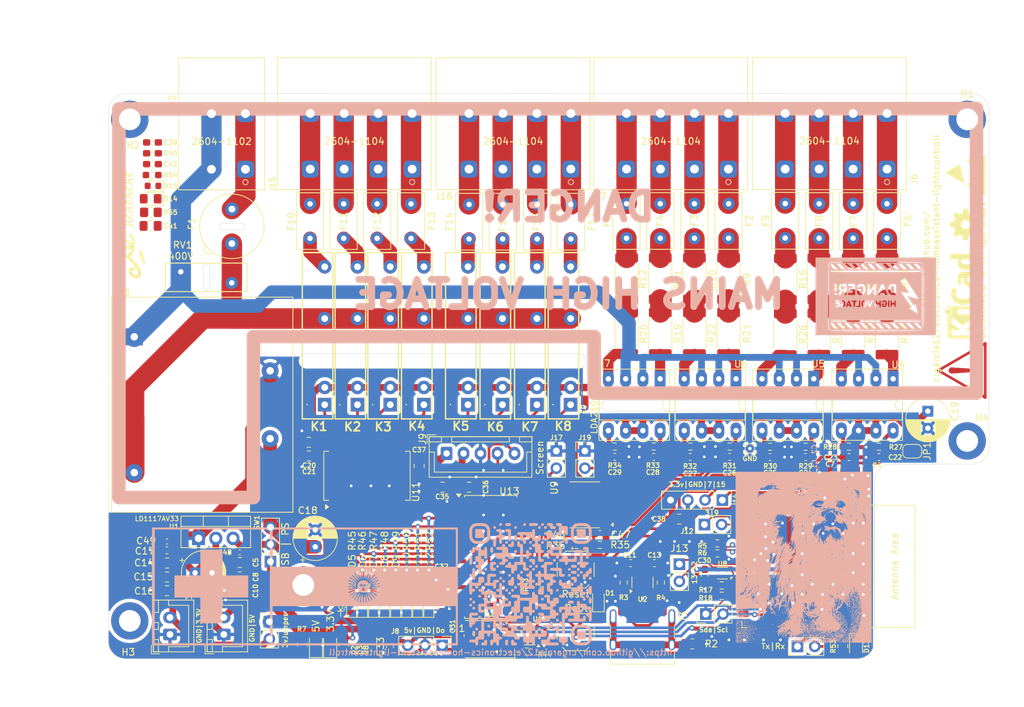
<source format=kicad_pcb>
(kicad_pcb (version 20240108) (generator "pcbnew") (generator_version "8.0")
  (title_block (title "Home Assistant module for lights control") (date "2024-08-21") (rev "20240821.23.8") (comment 1 "https://docs.rs-online.com/e49b/0900766b816e00ad.pdf") (comment 2 "https://media.distrelec.com/Web/Downloads/_t/ds/1862291_eng_tds.pdf") (comment 3 "case size: 62.8 (H) x 88.8 (W) x 138.8 (L)") (comment 4 "Board prepared for RS PRO Modular Enclosure for DIN rail 1862291"))
  (layers (0 "F.Cu" signal) (1 "In1.Cu" signal) (2 "In2.Cu" signal) (31 "B.Cu" signal) (34 "B.Paste" user) (35 "F.Paste" user) (36 "B.SilkS" user "B.Silkscreen") (37 "F.SilkS" user "F.Silkscreen") (38 "B.Mask" user) (39 "F.Mask" user) (44 "Edge.Cuts" user))
  (net 0 "")
  (net 1 "220VAC(L)")
  (net 2 "5V+")
  (net 3 "3.3V+")
  (net 4 "Net-(F1-Pad1)")
  (net 5 "Net-(F2-Pad1)")
  (net 6 "Net-(F3-Pad1)")
  (net 7 "Net-(F4-Pad1)")
  (net 8 "Net-(F5-Pad1)")
  (net 9 "Net-(J4-Pin_2)")
  (net 12 "220VAC(N)")
  (net 13 "EN")
  (net 14 "IO0")
  (net 15 "RXD0")
  (net 16 "TXD0")
  (net 17 "VBUS")
  (net 18 "GND")
  (net 19 "Net-(F2-Pad2)")
  (net 20 "Net-(F3-Pad2)")
  (net 21 "Net-(F4-Pad2)")
  (net 22 "Net-(F7-Pad1)")
  (net 23 "SDA")
  (net 24 "SCL")
  (net 25 "Net-(F8-Pad1)")
  (net 26 "Net-(F9-Pad1)")
  (net 27 "220VAC(N)-LowV")
  (net 28 "GPIO3")
  (net 29 "5V+_PS")
  (net 30 "Net-(F5-Pad2)")
  (net 31 "Net-(F6-Pad1)")
  (net 33 "Net-(D1-A)")
  (net 34 "Net-(D2-A)")
  (net 35 "Net-(D3-A)")
  (net 36 "Net-(D5-A)")
  (net 37 "Net-(D6-A)")
  (net 38 "Net-(D7-A)")
  (net 39 "GPIO9")
  (net 40 "Net-(D8-A)")
  (net 41 "Net-(D9-A)")
  (net 42 "Net-(D10-A)")
  (net 43 "Net-(D11-A)")
  (net 44 "Net-(D4-DIN)")
  (net 45 "Net-(D4-DOUT)")
  (net 46 "/ESP-D+")
  (net 47 "/ESP-D-")
  (net 48 "GPIO12")
  (net 49 "LED-GPIO")
  (net 50 "Net-(D13-A)")
  (net 51 "Net-(J3-D+-PadA6)")
  (net 52 "Net-(R15-Pad2)")
  (net 54 "Net-(R16-Pad2)")
  (net 55 "Net-(J3-CC1)")
  (net 56 "Net-(J3-SHIELD)")
  (net 57 "Net-(J3-CC2)")
  (net 59 "Net-(J3-D--PadA7)")
  (net 60 "Net-(U11-O1)")
  (net 61 "Net-(U11-O2)")
  (net 62 "Net-(U11-O3)")
  (net 63 "Net-(U11-O4)")
  (net 64 "GPIO13")
  (net 65 "Net-(U11-O5)")
  (net 66 "Net-(U11-O6)")
  (net 67 "Net-(U11-O7)")
  (net 68 "Net-(U11-O8)")
  (net 69 "Net-(R21-Pad1)")
  (net 70 "Net-(R10-Pad2)")
  (net 71 "Net-(R11-Pad2)")
  (net 72 "Net-(F10-Pad1)")
  (net 73 "Net-(F10-Pad2)")
  (net 74 "Net-(F11-Pad1)")
  (net 75 "Net-(F11-Pad2)")
  (net 76 "Net-(F12-Pad1)")
  (net 77 "Net-(F12-Pad2)")
  (net 78 "Net-(F13-Pad1)")
  (net 79 "Net-(F13-Pad2)")
  (net 80 "Net-(F14-Pad1)")
  (net 81 "Net-(F14-Pad2)")
  (net 82 "Net-(F15-Pad1)")
  (net 83 "Net-(F15-Pad2)")
  (net 84 "Net-(F16-Pad1)")
  (net 85 "Net-(F16-Pad2)")
  (net 86 "Net-(F17-Pad1)")
  (net 87 "Net-(F17-Pad2)")
  (net 88 "Net-(R12-Pad2)")
  (net 89 "Net-(R13-Pad2)")
  (net 90 "Net-(R14-Pad2)")
  (net 91 "Net-(R19-Pad2)")
  (net 92 "Net-(R20-Pad2)")
  (net 93 "Net-(R21-Pad2)")
  (net 94 "Net-(R22-Pad2)")
  (net 95 "Net-(R23-Pad2)")
  (net 96 "Net-(R24-Pad2)")
  (net 97 "Net-(R25-Pad2)")
  (net 98 "Net-(R26-Pad2)")
  (net 99 "Net-(U11-I1)")
  (net 100 "Net-(U11-I2)")
  (net 101 "Net-(U11-I3)")
  (net 102 "Net-(U11-I4)")
  (net 103 "Net-(U11-I5)")
  (net 104 "Net-(U11-I6)")
  (net 105 "Net-(U11-I7)")
  (net 106 "Net-(U11-I8)")
  (net 109 "RGBLED")
  (net 113 "MCP_INT")
  (net 116 "GPIO7")
  (net 120 "Net-(F6-Pad2)")
  (net 121 "Net-(F7-Pad2)")
  (net 122 "Net-(F8-Pad2)")
  (net 123 "Net-(F9-Pad2)")
  (net 124 "Net-(D12-A)")
  (net 127 "GPIO15")
  (net 129 "Net-(JP1-B)")
  (net 155 "Net-(U13-GPA0)")
  (net 156 "Net-(U13-GPA1)")
  (net 157 "Net-(U13-GPA2)")
  (net 158 "Net-(U13-GPA3)")
  (net 159 "Net-(U13-GPA4)")
  (net 160 "Net-(U13-GPA5)")
  (net 161 "Net-(U13-GPA6)")
  (net 162 "Net-(U13-~{RESET})")
  (net 164 "Net-(C11-Pad1)")
  (net 165 "Net-(C13-Pad1)")
  (net 166 "Net-(U9-A1)")
  (net 167 "Net-(U9-A2)")
  (net 168 "Net-(U9-A3)")
  (net 169 "Net-(U9-A4)")
  (net 170 "Net-(U9-A5)")
  (net 171 "Net-(U9-A6)")
  (net 172 "Net-(U9-A7)")
  (net 173 "Net-(U9-V_{CCA})")
  (net 174 "Net-(J19-Pin_2)")
  (net 175 "Net-(J17-Pin_2)")
  (footprint "Connector_PinHeader_2.54mm:PinHeader_1x02_P2.54mm_Vertical" (layer "F.Cu") (at 47.55 110.02)
    (property "Reference" "J5" (hide yes))
    (property "Value" "Conn_01x02_Pin" (hide yes))
  )
  (footprint "Resistor_SMD:R_2512_6332Metric_Pad1.40x3.35mm_HandSolder" (layer "F.Cu") (at 100.151 59.4615 -90)
    (property "Reference" "R12")
    (property "Value" "150kΩ1w" (hide yes))
  )
  (footprint "Resistor_SMD:R_2512_6332Metric_Pad1.40x3.35mm_HandSolder" (layer "F.Cu") (at 105.104 59.4615 -90)
    (property "Reference" "R11")
    (property "Value" "150kΩ1w" (hide yes))
  )
  (footprint "Varistor:RV_Disc_D12mm_W4.2mm_P7.5mm" (layer "F.Cu") (at 34.5024 58.46307)
    (property "Reference" "RV1" (hide yes))
    (property "Value" "400V")
  )
  (footprint "Resistor_SMD:R_2512_6332Metric_Pad1.40x3.35mm_HandSolder" (layer "F.Cu") (at 105.104 67.5133 -90)
    (property "Reference" "R19")
    (property "Value" "150kΩ1w" (hide yes))
  )
  (footprint "Resistor_SMD:R_2512_6332Metric_Pad1.40x3.35mm_HandSolder" (layer "F.Cu") (at 100.151 67.5133 -90)
    (property "Reference" "R20")
    (property "Value" "150kΩ1w" (hide yes))
  )
  (footprint "LED_SMD:LED_0805_2012Metric_Pad1.15x1.40mm_HandSolder" (layer "F.Cu") (at 54.4 113.45 90)
    (property "Reference" "D2")
    (property "Value" "5V")
  )
  (footprint "Resistor_SMD:R_0805_2012Metric_Pad1.20x1.40mm_HandSolder" (layer "F.Cu") (at 52.4 113.4 90)
    (property "Reference" "R7")
    (property "Value" "100Ω" (hide yes))
  )
  (footprint "Connector_JST:JST_XH_B2B-XH-A_1x02_P2.50mm_Vertical" (layer "F.Cu") (at 40.8393 111.8997 90)
    (property "Reference" "J1")
    (property "Value" "GND|5V")
  )
  (footprint "icons:che" (layer "F.Cu") (at 26.924 56.1594 90)
    (property "Reference" "G10" (hide yes))
    (property "Value" "LOGO" (hide yes))
  )
  (footprint "Capacitor_SMD:C_0805_2012Metric_Pad1.18x1.45mm_HandSolder" (layer "F.Cu") (at 32.4827 101.3698 180)
    (property "Reference" "C14")
    (property "Value" "100nF")
  )
  (footprint "Capacitor_SMD:C_0805_2012Metric_Pad1.18x1.45mm_HandSolder" (layer "F.Cu") (at 43.2 103.4 180)
    (property "Reference" "C8")
    (property "Value" "22uF")
  )
  (footprint "rac05-05sk:277" (layer "F.Cu") (at 37.656 78.0466)
    (property "Reference" "PS1")
    (property "Value" "RAC05-05SK/277")
  )
  (footprint "Package_TO_SOT_THT:TO-220-3_Vertical" (layer "F.Cu") (at 37.1187 97.7392)
    (property "Reference" "U1")
    (property "Value" "LD1117AV33")
  )
  (footprint "wago-2604-1104:big_pads_2604-1104" (layer "F.Cu") (at 68.5678 43.3324 180)
    (property "Reference" "J15")
    (property "Value" "2604-1104")
  )
  (footprint "wago-2604-1102:big_pads_2604-1102" (layer "F.Cu") (at 44.02 43.355999 180)
    (property "Reference" "J2")
    (property "Value" "2604-1102")
  )
  (footprint "wago-2604-1104:big_pads_2604-1104" (layer "F.Cu") (at 115.14 43.328199 180)
    (property "Reference" "J7")
    (property "Value" "2604-1104")
  )
  (footprint "Fuse:Fuseholder_TR5_Littelfuse_No560_No460" (layer "F.Cu") (at 42.037 49.2252 -90)
    (property "Reference" "F1")
    (property "Value" "250V500mA")
  )
  (footprint "MountingHole:MountingHole_3.2mm_M3_ISO14580_Pad" (layer "F.Cu") (at 27 36)
    (property "Reference" "H2")
    (property "Value" "MountingHole_Pad")
  )
  (footprint "MountingHole:MountingHole_3.2mm_M3_ISO14580_Pad" (layer "F.Cu") (at 150.3 36)
    (property "Reference" "H1")
    (property "Value" "MountingHole_Pad")
  )
  (footprint "Package_DIP:DIP-8_W7.62mm_Socket_LongPads" (layer "F.Cu") (at 139.389178 74.236118 -90)
    (property "Reference" "U4")
    (property "Value" "LDA210-PDIP")
  )
  (footprint "Resistor_SMD:R_2512_6332Metric_Pad1.40x3.35mm_HandSolder" (layer "F.Cu") (at 115.1624 67.5133 -90)
    (property "Reference" "R21")
    (property "Value" "150kΩ1w" (hide yes))
  )
  (footprint "Resistor_SMD:R_2512_6332Metric_Pad1.40x3.35mm_HandSolder" (layer "F.Cu") (at 110.1332 59.4615 -90)
    (property "Reference" "R10")
    (property "Value" "150kΩ1w" (hide yes))
  )
  (footprint "Resistor_SMD:R_2512_6332Metric_Pad1.40x3.35mm_HandSolder" (layer "F.Cu") (at 115.1624 59.4615 -90)
    (property "Reference" "R9")
    (property "Value" "150kΩ1w" (hide yes))
  )
  (footprint "Package_DIP:DIP-8_W7.62mm_Socket_LongPads" (layer "F.Cu") (at 105.0813 74.2396 -90)
    (property "Reference" "U7")
    (property "Value" "LDA210-PDIP")
  )
  (footprint "Package_DIP:DIP-8_W7.62mm_Socket_LongPads" (layer "F.Cu") (at 116.2573 74.2396 -90)
    (property "Reference" "U6")
    (property "Value" "LDA210-PDIP" (hide yes))
  )
  (footprint "Resistor_SMD:R_2512_6332Metric_Pad1.40x3.35mm_HandSolder" (layer "F.Cu") (at 110.1332 67.5133 -90)
    (property "Reference" "R22")
    (property "Value" "150kΩ1w" (hide yes))
  )
  (footprint "Resistor_SMD:R_0603_1608Metric_Pad0.98x0.95mm_HandSolder" (layer "F.Cu") (at 131.376902 89.787199)
    (property "Reference" "R1")
    (property "Value" "10kΩ" (hide yes))
  )
  (footprint "Capacitor_SMD:C_0603_1608Metric_Pad1.08x0.95mm_HandSolder" (layer "F.Cu") (at 131.364402 91.311199 180)
    (property "Reference" "C3")
    (property "Value" "100nF" (hide yes))
  )
  (footprint "Connector_JST:JST_XH_B2B-XH-A_1x02_P2.50mm_Vertical" (layer "F.Cu") (at 32.9145 111.8997 90)
    (property "Reference" "J4")
    (property "Value" "GND|3.3V")
  )
  (footprint "hamodule_SW_SPST_SKQG_WithStem:SW_SPST_SKQG_WithStem" (layer "F.Cu") (at 92.647 102.35)
    (property "Reference" "SW2" (hide yes))
    (property "Value" "Reset")
  )
  (footprint "hamodule_SW_SPST_SKQG_WithStem:SW_SPST_SKQG_WithStem" (layer "F.Cu") (at 92.6458 111.5526)
    (property "Reference" "SW3" (hide yes))
    (property "Value" "Boot")
  )
  (footprint "Connector_PinHeader_2.54mm:PinHeader_1x02_P2.54mm_Vertical" (layer "F.Cu") (at 125.305402 113.659699 90)
    (property "Reference" "J10" (hide yes))
    (property "Value" "Tx|Rx")
  )
  (footprint "Capacitor_SMD:C_0603_1608Metric_Pad1.08x0.95mm_HandSolder" (layer "F.Cu") (at 134.8375 89.2)
    (property "Reference" "C6")
    (property "Value" "100nF" (hide yes))
  )
  (footprint "Capacitor_SMD:C_0603_1608Metric_Pad1.08x0.95mm_HandSolder" (layer "F.Cu") (at 111.655402 103.169699 -90)
    (property "Reference" "C30")
    (property "Value" "100nF" (hide yes))
  )
  (footprint "Connector_PinHeader_2.54mm:PinHeader_1x02_P2.54mm_Vertical" (layer "F.Cu") (at 94 84.86)
    (property "Reference" "J19")
    (property "Value" "TestPoint")
  )
  (footprint "Capacitor_SMD:C_0603_1608Metric_Pad1.08x0.95mm_HandSolder" (layer "F.Cu") (at 100.7375 101.389699 180)
    (property "Reference" "C11")
    (property "Value" "20p")
  )
  (footprint "LED_SMD:LED_0805_2012Metric_Pad1.15x1.40mm_HandSolder" (layer "F.Cu") (at 56.5 113.475 90)
    (property "Reference" "D3")
    (property "Value" "3.3V")
  )
  (footprint "Package_SO:SOP-18_7x12.5mm_P1.27mm" (layer "F.Cu") (at 61.92 88.525 90)
    (property "Reference" "U11")
    (property "Value" "ULN2803A")
  )
  (footprint "Capacitor_THT:CP_Radial_D6.3mm_P2.50mm" (layer "F.Cu") (at 144.5 79 -90)
    (property "Reference" "C19")
    (property "Value" "10uF")
  )
  (footprint "Connector_PinHeader_2.54mm:PinHeader_1x04_P2.54mm_Vertical" (layer "F.Cu") (at 114.24 92.1 -90)
    (property "Reference" "J14")
    (property "Value" "3.3v|GND|7|15")
  )
  (footprint "Resistor_SMD:R_0603_1608Metric_Pad0.98x0.95mm_HandSolder" (layer "F.Cu") (at 61.272 104.590404 90)
    (property "Reference" "R46")
    (property "Value" "660Ω")
  )
  (footprint "wago-2604-1104:big_pads_2604-1104" (layer "F.Cu") (at 138.497702 43.328199 180)
    (property "Reference" "J6")
    (property "Value" "2604-1104")
  )
  (footprint "wago-2604-1104:big_pads_2604-1104" (layer "F.Cu") (at 91.9358 43.3324 180)
    (property "Reference" "J16")
    (property "Value" "2604-1104")
  )
  (footprint "Resistor_SMD:R_0603_1608Metric_Pad0.98x0.95mm_HandSolder" (layer "F.Cu") (at 59.6464 104.588504 90)
    (property "Reference" "R45")
    (property "Value" "660Ω")
  )
  (footprint "Resistor_SMD:R_2512_6332Metric_Pad1.40x3.35mm_HandSolder" (layer "F.Cu") (at 128.4592 67.6178 -90)
    (property "Reference" "R25")
    (property "Value" "150kΩ1w")
  )
  (footprint "Capacitor_SMD:C_0603_1608Metric_Pad1.08x0.95mm_HandSolder" (layer "F.Cu") (at 121.262502 85.761299)
    (property "Reference" "C25")
    (property "Value" "22uF")
  )
  (footprint "Symbol:ESD-Logo_6.6x6mm_SilkScreen" (layer "F.Cu") (at 150 44 90)
    (property "Reference" "G8" (hide yes))
    (property "Value" "ESD-Logo_6.6x6mm_SilkScreen" (hide yes))
  )
  (footprint "Capacitor_SMD:C_0603_1608Metric_Pad1.08x0.95mm_HandSolder" (layer "F.Cu") (at 30.3375 41 180)
    (property "Reference" "C40")
    (property "Value" "22uF")
  )
  (footprint "Resistor_SMD:R_2512_6332Metric_Pad1.40x3.35mm_HandSolder" (layer "F.Cu") (at 128.4592 59.4858 -90)
    (property "Reference" "R15")
    (property "Value" "150kΩ1w")
  )
  (footprint "LED_SMD:LED_0603_1608Metric" (layer "F.Cu") (at 59.6464 107.890604 90)
    (property "Reference" "D5")
    (property "Value" "LED")
  )
  (footprint "Capacitor_SMD:C_0603_1608Metric_Pad1.08x0.95mm_HandSolder" (layer "F.Cu") (at 132.894602 85.761299)
    (property "Reference" "C23")
    (property "Value" "22uF")
  )
  (footprint "RST-80-AMMO:FUSE_RST-1-BULK" (layer "F.Cu") (at 81.9028 51.0794 90)
    (property "Reference" "F15")
    (property "Value" "Fuse")
  )
  (footprint "Resistor_SMD:R_0805_2012Metric_Pad1.20x1.40mm_HandSolder" (layer "F.Cu") (at 58.5 113.4 90)
    (property "Reference" "R8")
    (property "Value" "100Ω")
  )
  (footprint "Resistor_SMD:R_0603_1608Metric_Pad0.98x0.95mm_HandSolder" (layer "F.Cu") (at 109.527126 84.21248)
    (property "Reference" "R32")
    (property "Value" "10kΩ" (hide yes))
  )
  (footprint "AQG12205:AQG12205" (layer "F.Cu") (at 76.787 78.0439 90)
    (property "Reference" "K5")
    (property "Value" "AQG22205" (hide yes))
  )
  (footprint "Connector_PinHeader_2.54mm:PinHeader_1x02_P2.54mm_Vertical" (layer "F.Cu") (at 111.6 95.7 90)
    (property "Reference" "J12")
    (property "Value" "3|9")
  )
  (footprint "RST-80-AMMO:FUSE_RST-1-BULK" (layer "F.Cu") (at 105.104 50.9759 90)
    (property "Reference" "F4")
    (property "Value" "Fuse")
  )
  (footprint "Resistor_SMD:R_0603_1608Metric_Pad0.98x0.95mm_HandSolder" (layer "F.Cu") (at 67.7744 104.588504 90)
    (property "Reference" "R50")
    (property "Value" "660Ω" (hide yes))
  )
  (footprint "Resistor_SMD:R_0603_1608Metric_Pad0.98x0.95mm_HandSolder" (layer "F.Cu") (at 66.1488 104.590404 90)
    (property "Reference" "R49")
    (property "Value" "660Ω")
  )
  (footprint "Resistor_SMD:R_2512_6332Metric_Pad1.40x3.35mm_HandSolder" (layer "F.Cu") (at 123.5202 67.6656 -90)
    (property "Reference" "R26")
    (property "Value" "150kΩ1w")
  )
  (footprint "Resistor_SMD:R_0603_1608Metric_Pad0.98x0.95mm_HandSolder" (layer "F.Cu") (at 98.400026 84.21248)
    (property "Reference" "R34")
    (property "Value" "10kΩ" (hide yes))
  )
  (footprint "Package_TO_SOT_SMD:SOT-23-5" (layer "F.Cu") (at 85.8625 111.8768 180)
    (property "Reference" "U10")
    (property "Value" "SN74LV1T34DBV")
  )
  (footprint "Resistor_SMD:R_0603_1608Metric" (layer "F.Cu") (at 113.505402 98.479699 180)
    (property "Reference" "R5")
    (property "Value" "22Ω" (hide yes))
  )
  (footprint "Capacitor_THT:CP_Radial_D6.3mm_P2.50mm" (layer "F.Cu") (at 54.3 98.98238 90)
    (property "Reference" "C18")
    (property "Value" "10uF")
  )
  (footprint "Resistor_SMD:R_0603_1608Metric_Pad0.98x0.95mm_HandSolder" (layer "F.Cu") (at 137.3 84.237299)
    (property "Reference" "R27")
    (property "Value" "10kΩ")
  )
  (footprint "Symbol:Symbol_Attention_Triangle_8x7mm_Copper" (layer "F.Cu") (at 149.5 73 90)
    (property "Reference" "G9" (hide yes))
    (property "Value" "Symbol_Attention_Triangle_8x7mm_Copper" (hide yes))
  )
  (footprint "Resistor_SMD:R_2512_6332Metric_Pad1.40x3.35mm_HandSolder" (layer "F.Cu") (at 123.5202 59.5356 -90)
    (property "Reference" "R16")
    (property "Value" "150kΩ1w")
  )
  (footprint "Resistor_SMD:R_0603_1608Metric" (layer "F.Cu") (at 113.505402 99.954699 180)
    (property "Reference" "R6")
    (property "Value" "22Ω" (hide yes))
  )
  (footprint "Espressif:ESP32-S3-WROOM-2" (layer "F.Cu") (at 126.855402 101.869699 -90)
    (property "Reference" "U3")
    (property "Value" "ESP32-S3-WROOM-2" (hide yes))
  )
  (footprint "Resistor_SMD:R_2512_6332Metric_Pad1.40x3.35mm_HandSolder" (layer "F.Cu") (at 138.4922 59.4858 -90)
    (property "Reference" "R13")
    (property "Value" "150kΩ1w")
  )
  (footprint "LED_SMD:LED_0603_1608Metric" (layer "F.Cu") (at 67.7744 107.890504 90)
    (property "Reference" "D10")
    (property "Value" "LED" (hide yes))
  )
  (footprint "AQG12205:AQG12205" (layer "F.Cu") (at 81.867 78.0439 90)
    (property "Reference" "K6")
    (property "Value" "AQG22205" (hide yes))
  )
  (footprint "Symbol:KiCad-Logo2_5mm_SilkScreen" (layer "F.Cu") (at 150 62 90)
    (property "Reference" "G6" (hide yes))
    (property "Value" "KiCad-Logo2_5mm_SilkScreen" (hide yes))
  )
  (footprint "Resistor_SMD:R_0603_1608Metric_Pad0.98x0.95mm_HandSolder" (layer "F.Cu") (at 85.4479 114.4168)
    (property "Reference" "R44")
    (property "Value" "10kΩ")
  )
  (footprint "RST-80-AMMO:FUSE_RST-1-BULK" (layer "F.Cu") (at 115.1624 50.9759 90)
    (property "Reference" "F2")
    (property "Value" "Fuse")
  )
  (footprint "Connector_PinHeader_2.54mm:PinHeader_1x02_P2.54mm_Vertical" (layer "F.Cu") (at 89.8 84.86)
    (property "Reference" "J17")
    (property "Value" "TestPoint")
  )
  (footprint "Connector_PinHeader_2.54mm:PinHeader_1x02_P2.54mm_Vertical" (layer "F.Cu") (at 107.915402 101.544699)
    (property "Reference" "J13")
    (property "Value" "13|12")
  )
  (footprint "RST-80-AMMO:FUSE_RST-1-BULK" (layer "F.Cu") (at 133.5024 50.9778 90)
    (property "Reference" "F7")
    (property "Value" "Fuse")
  )
  (footprint "Capacitor_SMD:C_0603_1608Metric_Pad1.08x0.95mm_HandSolder" (layer "F.Cu") (at 75.7152 112.0652 90)
    (property "Reference" "C31")
    (property "Value" "100nF")
  )
  (footprint "Resistor_SMD:R_0603_1608Metric" (layer "F.Cu") (at 86.9 104.925 -90)
    (property "Reference" "R43")
    (property "Value" "22Ω")
  )
  (footprint "Connector_PinHeader_2.54mm:PinHeader_1x02_P2.54mm_Vertical" (layer "F.Cu") (at 111.8058 108.8898 90)
    (property "Reference" "J11" (hide yes))
    (property "Value" "Sda|Scl")
  )
  (footprint "Resistor_SMD:R_0603_1608Metric_Pad0.98x0.95mm_HandSolder" (layer "F.Cu") (at 126.494902 84.237299)
    (property "Reference" "R29")
    (property "Value" "10kΩ")
  )
  (footprint "TestPoint:TestPoint_THTPad_1.0x1.0mm_Drill0.5mm" (layer "F.Cu") (at 118.3 84.5)
    (property "Reference" "TP1" (hide yes))
    (property "Value" "GND")
  )
  (footprint "LED_SMD:LED_0805_2012Metric_Pad1.15x1.40mm_HandSolder" (layer "F.Cu") (at 133.9342 113.6142 -90)
    (property "Reference" "D13")
    (property "Value" "LED")
  )
  (footprint "Symbol:OSHW-Logo2_7.3x6mm_SilkScreen" (layer "F.Cu") (at 150.5 51.5 90)
    (property "Reference" "G7" (hide yes))
    (property "Value" "OSHW-Logo2_7.3x6mm_SilkScreen" (hide yes))
  )
  (footprint "Capacitor_SMD:C_0805_2012Metric_Pad1.18x1.45mm_HandSolder" (layer "F.Cu") (at 73.0625 90.2)
    (property "Reference" "C35")
    (property "Value" "100nF")
  )
  (footprint "Capacitor_SMD:C_0603_1608Metric_Pad1.08x0.95mm_HandSolder" (layer "F.Cu") (at 72.9 103.9375 90)
    (property "Reference" "C34")
    (property "Value" "22uF")
  )
  (footprint "Diode_SMD:D_SOD-323" (layer "F.Cu") (at 96 106.95 90)
    (property "Reference" "D1")
    (property "Value" "BAT60A" (hide yes))
  )
  (footprint "RST-80-AMMO:FUSE_RST-1-BULK" (layer "F.Cu") (at 128.4978 50.9778 90)
    (property "Reference" "F8")
    (property "Value" "Fuse")
  )
  (footprint "RST-80-AMMO:FUSE_RST-1-BULK" (layer "F.Cu") (at 68.4083 50.9929 90)
    (property "Reference" "F13")
    (property "Value" "Fuse")
  )
  (footprint "Package_DIP:DIP-8_W7.62mm_Socket_LongPads" (layer "F.Cu") (at 127.705178 74.236118 -90)
    (property "Reference" "U5")
    (property "Value" "LDA210-PDIP")
  )
  (footprint "Resistor_SMD:R_2512_6332Metric_Pad1.40x3.35mm_HandSolder" (layer "F.Cu") (at 133.5138 59.4858 -90)
    (property "Reference" "R14")
    (property "Value" "150kΩ1w")
  )
  (footprint "Capacitor_SMD:C_0603_1608Metric_Pad1.08x0.95mm_HandSolder" (layer "F.Cu") (at 137.3 85.761299 180)
    (property "Reference" "C22")
    (property "Value" "22uF")
  )
  (footprint "Capacitor_SMD:C_0805_2012Metric_Pad1.18x1.45mm_HandSolder" (layer "F.Cu") (at 32.4827 103.4272 180)
    (property "Reference" "C15")
    (property "Value" "100nF")
  )
  (footprint "Connector_PinHeader_2.54mm:PinHeader_1x03_P2.54mm_Vertical" (layer "F.Cu") (at 72.9928 113.5017 -90)
    (property "Reference" "J8")
    (property "Value" "5v|GND|Do")
  )
  (footprint "Capacitor_SMD:C_0603_1608Metric_Pad1.08x0.95mm_HandSolder" (layer "F.Cu") (at 30.3375 42.6)
    (property "Reference" "C42")
    (property "Value" "20p")
  )
  (footprint "Resistor_SMD:R_0805_2012Metric_Pad1.20x1.40mm_HandSolder" (layer "F.Cu") (at 30.1 49.7 180)
    (property "Reference" "R55")
    (property "Value" "100Ω")
  )
  (footprint "Capacitor_SMD:C_0402_1005Metric" (layer "F.Cu") (at 134.5 90.5)
    (property "Reference" "C44")
    (property "Value" "10uF")
  )
  (footprint "RST-80-AMMO:FUSE_RST-1-BULK" (layer "F.Cu") (at 76.9498 51.0794 90)
    (property "Reference" "F14")
    (property "Value" "Fuse")
  )
  (footprint "usb-c:USB_C_Receptacle_HRO_TYPE-C-31-M-12" (layer "F.Cu") (at 102.481402 112.375599)
    (property "Reference" "J3")
    (property "Value" "USB_C_Receptacle_USB2.0")
  )
  (footprint "Resistor_SMD:R_0603_1608Metric_Pad0.98x0.95mm_HandSolder" (layer "F.Cu") (at 115.318326 84.21248)
    (property "Reference" "R31")
    (property "Value" "10kΩ" (hide yes))
  )
  (footprint "Capacitor_SMD:C_0603_1608Metric_Pad1.08x0.95mm_HandSolder" (layer "F.Cu") (at 96.225 97.1)
    (property "Reference" "C47")
    (property "Value" "100nF")
  )
  (footprint "Connector_JST:JST_XH_B5B-XH-A_1x05_P2.50mm_Vertical" (layer "F.Cu") (at 73.6384 85.2254)
    (property "Reference" "J9")
    (property "Value" "Screen")
  )
  (footprint "Resistor_SMD:R_0603_1608Metric_Pad0.98x0.95mm_HandSolder" (layer "F.Cu") (at 92.775 98.7)
    (property "Reference" "R36")
    (property "Value" "1kΩ")
  )
  (footprint "Resistor_SMD:R_0603_1608Metric_Pad0.98x0.95mm_HandSolder" (layer "F.Cu") (at 62.8976 104.590404 90)
    (property "Reference" "R47")
    (property "Value" "660Ω")
  )
  (footprint "Connector_PinHeader_2.54mm:PinHeader_1x03_P2.54mm_Vertical" (layer "F.Cu") (at 47.71 101.17 180)
    (property "Reference" "SW1")
    (property "Value" "USB | PS")
  )
  (footprint "Capacitor_SMD:C_0603_1608Metric_Pad1.08x0.95mm_HandSolder" (layer "F.Cu") (at 109.524126 85.73648)
    (property "Reference" "C27")
    (property "Value" "22uF")
  )
  (footprint "LED_SMD:LED_0603_1608Metric" (layer "F.Cu") (at 71.0256 107.890504 90)
    (property "Reference" "D12")
    (property "Value" "LED" (hide yes))
  )
  (footprint "Package_SO:TSSOP-20_4.4x6.5mm_P0.65mm" (layer "F.Cu") (at 94 92.8 180)
    (property "Reference" "U9")
    (property "Value" "TXB0108PW")
  )
  (footprint "Capacitor_SMD:C_0603_1608Metric_Pad1.08x0.95mm_HandSolder" (layer "F.Cu") (at 104.1411 85.73648)
    (property "Reference" "C28")
    (property "Value" "22uF")
  )
  (footprint "Capacitor_SMD:C_0805_2012Metric_Pad1.18x1.45mm_HandSolder" (layer "F.Cu") (at 43.1922 105.464 180)
    (property "Reference" "C10")
    (property "Value" "100nF")
  )
  (footprint "RST-80-AMMO:FUSE_RST-1-BULK" (layer "F.Cu") (at 138.4808 50.9778 90)
    (property "Reference" "F6")
    (property "Value" "Fuse")
  )
  (footprint "RST-80-AMMO:FUSE_RST-1-BULK" (layer "F.Cu") (at 110.1332 50.9759 90)
    (property "Reference" "F3")
    (property "Value" "Fuse")
  )
  (footprint "Resistor_SMD:R_0603_1608Metric_Pad0.98x0.95mm_HandSolder" (layer "F.Cu") (at 121.262502 84.237299)
    (property "Reference" "R30")
    (property "Value" "10kΩ")
  )
  (footprint "LED_SMD:LED_0805_2012Metric_Pad1.15x1.40mm_HandSolder" (layer "F.Cu") (at 30.075 47.7 180)
    (property "Reference" "D14")
    (property "Value" "C2297")
  )
  (footprint "LED_SMD:LED_0603_1608Metric" (layer "F.Cu") (at 61.272 107.890504 90)
    (property "Reference" "D6")
    (property "Value" "LED")
  )
  (footprint "icons:led_6000dpi" (layer "F.Cu") (at 58.2 108 -90)
    (property "Reference" "G4" (hide yes))
    (property "Value" "LOGO" (hide yes))
  )
  (footprint "Capacitor_SMD:C_0603_1608Metric_Pad1.08x0.95mm_HandSolder" (layer "F.Cu") (at 65.3034 113.7158 -90)
    (property "Reference" "C33")
    (property "Value" "100nF")
  )
  (footprint "RST-80-AMMO:FUSE_RST-1-BULK" (layer "F.Cu") (at 86.9828 51.0794 90)
    (property "Reference" "F16")
    (property "Value" "Fuse")
  )
  (footprint "Capacitor_SMD:C_0805_2012Metric_Pad1.18x1.45mm_HandSolder" (layer "F.Cu") (at 107.9 94.9)
    (property "Reference" "C38")
    (property "Value" "100nF")
  )
  (footprint "Resistor_SMD:R_0603_1608Metric_Pad0.98x0.95mm_HandSolder" (layer "F.Cu") (at 71.0256 104.588504 90)
    (property "Reference" "R52")
    (property "Value" "660Ω" (hide yes))
  )
  (footprint "Capacitor_SMD:C_0603_1608Metric_Pad1.08x0.95mm_HandSolder" (layer "F.Cu") (at 126.494902 85.761299)
    (property "Reference" "C24")
    (property "Value" "22uF")
  )
  (footprint "Capacitor_SMD:C_0805_2012Metric_Pad1.18x1.45mm_HandSolder" (layer "F.Cu") (at 76.9625 90.2)
    (property "Reference" "C36")
    (property "Value" "100nF")
  )
  (footprint "Capacitor_SMD:C_0603_1608Metric_Pad1.08x0.95mm_HandSolder" (layer "F.Cu") (at 115.315326 85.73648 180)
    (property "Reference" "C26")
    (property "Value" "22uF")
  )
  (footprint "Capacitor_SMD:C_0805_2012Metric_Pad1.18x1.45mm_HandSolder" (layer "F.Cu") (at 69.6 87.0625 -90)
    (property "Reference" "C37")
    (property "Value" "100nF")
  )
  (footprint "LED_SMD:LED_WS2812B_PLCC4_5.0x5.0mm_P3.2mm" (layer "F.Cu") (at 80.05 112.6)
    (property "Reference" "D4")
    (property "Value" "WS2812B")
  )
  (footprint "MountingHole:MountingHole_3.2mm_M3_ISO14580_Pad" (layer "F.Cu") (at 52.54 104.61)
    (property "Reference" "H5")
    (property "Value" "MountingHole_Pad")
  )
  (footprint "Resistor_SMD:R_0603_1608Metric_Pad0.98x0.95mm_HandSolder" (layer "F.Cu") (at 96.2125 98.7)
    (property "Reference" "R35")
    (property "Value" "10kΩ")
  )
  (footprint "Resistor_SMD:R_0603_1608Metric_Pad0.98x0.95mm_HandSolder" (layer "F.Cu") (at 105.185402 104.259699 90)
    (property "Reference" "R4")
    (property "Value" "5.1kΩ")
  )
  (footprint "Capacitor_SMD:C_0402_1005Metric" (layer "F.Cu") (at 32.48 98.2 180)
    (property "Reference" "C49")
    (property "Value" "10uF")
  )
  (footprint "Resistor_SMD:R_0603_1608Metric_Pad0.98x0.95mm_HandSolder" (layer "F.Cu") (at 69.4 104.588504 90)
    (property "Reference" "R51")
    (property "Value" "660Ω" (hide yes))
  )
  (footprint "Capacitor_SMD:C_0603_1608Metric_Pad1.08x0.95mm_HandSolder" (layer "F.Cu") (at 92.825 97.1 180)
    (property "Reference" "C46")
    (property "Value" "100nF")
  )
  (footprint "Capacitor_SMD:C_0603_1608Metric_Pad1.08x0.95mm_HandSolder" (layer "F.Cu") (at 32.4625 99.5 180)
    (property "Reference" "C17")
    (property "Value" "20p")
  )
  (footprint "AQG12205:AQG12205" (layer "F.Cu") (at 55.6943 78.0439 90)
    (property "Reference" "K1")
    (property "Value" "AQG22205" (hide yes))
  )
  (footprint "AQG12205:AQG12205" (layer "F.Cu") (at 60.5203 78.0439 90)
    (property "Reference" "K2")
    (property "Value" "AQG22205" (hide yes))
  )
  (footprint "RST-80-AMMO:FUSE_RST-1-BULK" (layer "F.Cu") (at 58.4883 50.9929 90)
    (property "Reference" "F11")
    (property "Value" "Fuse")
  )
  (footprint "AQG12205:AQG12205" (layer "F.Cu") (at 70.2993 78.0439 90)
    (property "Reference" "K4")
    (property "Value" "AQG22205" (hide yes))
  )
  (footprint "AQG12205:AQG12205" (layer "F.Cu") (at 86.947 78.0439 90)
    (property "Reference" "K7")
    (property "Value" "AQG22205" (hide yes))
  )
  (footprint "AQG12205:AQG12205" (layer "F.Cu") (at 91.9 78.0439 90)
    (property "Reference" "K8")
    (property "Value" "AQG22205" (hide yes))
  )
  (footprint "Capacitor_SMD:C_0805_2012Metric_Pad1.18x1.45mm_HandSolder" (layer "F.Cu") (at 53.3625 85.6 180)
    (property "Reference" "C21")
    (property "Value" "22uF")
  )
  (footprint "Resistor_SMD:R_0805_2012Metric_Pad1.20x1.40mm_HandSolder" (layer "F.Cu") (at 109.8202 113.284)
    (property "Reference" "R2")
    (property "Value" "150kΩ")
  )
  (footprint "Sensor_Humidity:Sensirion_DFN-4_1.5x1.5mm_P0.8mm_SHT4x_NoCentralPad" (layer "F.Cu") (at 114.265402 102.863299 180)
    (property "Reference" "U8")
    (property "Value" "SHT4x")
  )
  (footprint "Package_SO:SOIC-28W_7.5x17.9mm_P1.27mm" (layer "F.Cu") (at 80.15 100.475)
    (property "Reference" "U13")
    (property "Value" "MCP23018-E_SO")
  )
  (footprint "LED_SMD:LED_0603_1608Metric" (layer "F.Cu") (at 64.5232 107.890504 90)
    (property "Reference" "D8")
    (property "Value" "LED")
  )
  (footprint "Package_TO_SOT_SMD:SOT-23-6" (layer "F.Cu") (at 102.485402 104.229699 90)
    (property "Reference" "U2")
    (property "Value" "USBLC6-2SC6" (hide yes))
  )
  (footprint "AQG12205:AQG12205" (layer "F.Cu") (at 65.3463 78.0439 90)
    (property "Reference" "K3")
    (property "Value" "AQG22205" (hide yes))
  )
  (footprint "Capacitor_SMD:C_0603_1608Metric_Pad1.08x0.95mm_HandSolder" (layer "F.Cu") (at 104.2375 101.389699)
    (property "Reference" "C13")
    (property "Value" "20p")
  )
  (footprint "MountingHole:MountingHole_3.2mm_M3_ISO14580_Pad" (layer "F.Cu") (at 150.3 83.3882)
    (property "Reference" "H4")
    (property "Value" "MountingHole_Pad" (hide yes))
  )
  (footprint "Capacitor_SMD:C_0805_2012Metric_Pad1.18x1.45mm_HandSolder" (layer "F.Cu") (at 30.0625 51.7)
    (property "Reference" "C41")
    (property "Value" "100nF")
  )
  (footprint "Resistor_SMD:R_0603_1608Metric_Pad0.98x0.95mm_HandSolder" (layer "F.Cu") (at 114.147002 104.6734)
    (property "Reference" "R17")
    (property "Value" "10kΩ" (hide yes))
  )
  (footprint "Capacitor_SMD:C_0805_2012Metric_Pad1.18x1.45mm_HandSolder" (layer "F.Cu") (at 32.4827 105.4592 180)
    (property "Reference" "C16")
    (property "Value" "22uF")
  )
  (footprint "LED_SMD:LED_0603_1608Metric" (layer "F.Cu") (at 62.8976 107.890504 90)
    (property "Reference" "D7")
    (property "Value" "LED")
  )
  (footprint "Resistor_SMD:R_2512_6332Metric_Pad1.40x3.35mm_HandSolder" (layer "F.Cu") (at 133.5138 67.6138 -90)
    (property "Reference" "R24")
    (property "Value" "150kΩ1w")
  )
  (footprint "Capacitor_THT:CP_Radial_D6.3mm_P2.50mm" (layer "F.Cu") (at 36.6107 102.8192)
    (property "Reference" "C12")
    (property "Value" "10uF" (hide yes))
  )
  (footprint "RST-80-AMMO:FUSE_RST-1-BULK" (layer "F.Cu") (at 123.4978 50.9484 90)
    (property "Reference" "F9")
    (property "Value" "Fuse")
  )
  (footprint "RST-80-AMMO:FUSE_RST-1-BULK" (layer "F.Cu") (at 100.1256 50.9759 90)
    (property "Reference" "F5")
    (property "Value" "Fuse")
  )
  (footprint "Resistor_SMD:R_0603_1608Metric_Pad0.98x0.95mm_HandSolder" (layer "F.Cu") (at 30.2875 44.2 180)
    (property "Reference" "R54")
    (property "Value" "660Ω")
  )
  (footprint "LED_SMD:LED_0603_1608Metric" (layer "F.Cu") (at 66.1488 107.890504 90)
    (property "Reference" "D9")
    (property "Value" "LED")
  )
  (footprint "Jumper:SolderJumper-2_P1.3mm_Bridged2Bar_RoundedPad1.0x1.5mm" (layer "F.Cu") (at 142.2 84.9)
    (property "Reference" "JP1")
    (property "Value" "Jump_Open")
  )
  (footprint "Resistor_SMD:R_2512_6332Metric_Pad1.40x3.35mm_HandSolder" (layer "F.Cu") (at 138.4922 67.6138 -90)
    (property "Reference" "R23")
    (property "Value" "150kΩ1w")
  )
  (footprint "Capacitor_SMD:C_0603_1608Metric_Pad1.08x0.95mm_HandSolder" (layer "F.Cu") (at 134.8375 87.6)
    (property "Reference" "C4")
    (property "Value" "22uF" (hide yes))
  )
  (footprint "Capacitor_SMD:C_0805_2012Metric_Pad1.18x1.45mm_HandSolder" (layer "F.Cu") (at 43.2 101.3 180)
    (property "Reference" "C5")
    (property "Value" "100nF")
  )
  (footprint "RST-80-AMMO:FUSE_RST-1-BULK" (layer "F.Cu") (at 91.9358 51.0794 90)
    (property "Reference" "F17")
    (property "Value" "Fuse")
  )
  (footprint "Capacitor_SMD:C_0805_2012Metric_Pad1.18x1.45mm_HandSolder" (layer "F.Cu") (at 53.3625 83.6 180)
    (property "Reference" "C20")
    (property "Value" "100nF")
  )
  (footprint "Resistor_SMD:R_0603_1608Metric_Pad0.98x0.95mm_HandSolder" (layer "F.Cu") (at 64.5232 104.590404 90)
    (property "Reference" "R48")
    (property "Value" "660Ω")
  )
  (footprint "Capacitor_SMD:C_0402_1005Metric" (layer "F.Cu") (at 134.5 91.5)
    (property "Reference" "C43")
    (property "Value" "10uF")
  )
  (footprint "Resistor_SMD:R_0603_1608Metric_Pad0.98x0.95mm_HandSolder" (layer "F.Cu") (at 104.140426 84.201)
    (property "Reference" "R33")
    (property "Value" "10kΩ" (hide yes))
  )
  (footprint "Capacitor_SMD:C_0603_1608Metric_Pad1.08x0.95mm_HandSolder" (layer "F.Cu") (at 30.3375 39.4 180)
    (property "Reference" "C39")
    (property "Value" "100nF")
  )
  (footprint "Resistor_SMD:R_0603_1608Metric_Pad0.98x0.95mm_HandSolder" (layer "F.Cu") (at 114.147002 106.1974)
    (property "Reference" "R18")
    (property "Value" "10kΩ" (hide yes))
  )
  (footprint "RST-80-AMMO:FUSE_RST-1-BULK" (layer "F.Cu") (at 53.5353 50.9929 90)
    (property "Reference" "F10")
    (property "Value" "Fuse")
  )
  (footprint "Resistor_SMD:R_0805_2012Metric_Pad1.20x1.40mm_HandSolder" (layer "F.Cu") (at 131.9784 113.6142 90)
    (property "Reference" "R53")
    (property "Value" "100Ω")
  )
  (footprint "Resistor_SMD:R_0603_1608Metric_Pad0.98x0.95mm_HandSolder" (layer "F.Cu") (at 99.715402 104.239699 90)
    (property "Reference" "R3")
    (property "Value" "5.1kΩ" (hide yes))
  )
  (footprint "Capacitor_SMD:C_0603_1608Metric_Pad1.08x0.95mm_HandSolder" (layer "F.Cu") (at 94.03 76.3775 -90)
    (property "Reference" "C9")
    (property "Value" "20p")
  )
  (footprint "MountingHole:MountingHole_3.2mm_M3_ISO14580_Pad" (layer "F.Cu") (at 27 109.9)
    (property "Reference" "H3")
    (property "Value" "MountingHole_Pad")
  )
  (footprint "Capacitor_SMD:C_0603_1608Metric_Pad1.08x0.95mm_HandSolder" (layer "F.Cu") (at 98.398926 85.73648)
    (property "Reference" "C29")
    (property "Value" "22uF" (hide yes))
  )
  (footprint "RST-80-AMMO:FUSE_RST-1-BULK" (layer "F.Cu") (at 63.4083 50.9929 90)
    (property "Reference" "F12")
    (property "Value" "Fuse")
  )
  (footprint "Capacitor_SMD:C_0805_2012Metric_Pad1.18x1.45mm_HandSolder" (layer "F.Cu") (at 131.1625 88 180)
    (property "Reference" "C7")
    (property "Value" "22uF" (hide yes))
  )
  (footprint "Capacitor_SMD:C_0402_1005Metric" (layer "F.Cu") (at 43.18 99.8 180)
    (property "Reference" "C48")
    (property "Value" "10uF")
  )
  (footprint "Capacitor_SMD:C_0805_2012Metric_Pad1.18x1.45mm_HandSolder" (layer "F.Cu") (at 73.2 107.5625 -90)
    (property "Reference" "C32")
    (property "Value" "100nF")
  )
  (footprint "LED_SMD:LED_0603_1608Metric" (layer "F.Cu") (at 69.4 107.890504 90)
    (property "Reference" "D11")
    (property "Value" "LED" (hide yes))
  )
  (footprint "Resistor_SMD:R_0603_1608Metric_Pad0.98x0.95mm_HandSolder" (layer "F.Cu") (at 132.893802 84.237299)
    (property "Reference" "R28")
    (property "Value" "10kΩ")
  )
  (footprint "LED_SMD:LED_0603_1608Metric" (layer "F.Cu") (at 30.4125 45.8 180)
    (property "Reference" "D15")
    (property "Value" "C7496819")
  )
  (footprint "icons:danger1_negative" (layer "B.Cu") (at 136.8552 62.0776 180)
    (property "Reference" "G5" (hide yes))
    (property "Value" "LOGO" (hide yes))
  )
  (footprint "Capacitor_SMD:C_1206_3216Metric_Pad1.33x1.80mm_HandSolder" (layer "B.Cu") (at 130.7625 84.6 180)
    (property "Reference" "C2")
    (property "Value" "NC")
  )
  (footprint "icons:flags" (layer "B.Cu") (at 52.7812 104.8258 180)
    (property "Reference" "G2" (hide yes))
    (property "Value" "LOGO" (hide yes))
  )
  (footprint "icons:depsi" (layer "B.Cu") (at 126.2 100.5 180)
    (property "Reference" "G1" (hide yes))
    (property "Value" "LOGO" (hide yes))
  )
  (footprint "icons:qr_code_m" (layer "B.Cu") (at 85.979 104.521 180)
    (property "Reference" "G3" (hide yes))
    (property "Value" "LOGO" (hide yes))
  )
  (footprint "NetTie:NetTie-2_SMD_Pad2.0mm" (layer "B.Cu") (at 100.5 68 -90)
    (property "Reference" "NT1" (hide yes))
    (property "Value" "NetTie_2" (hide yes))
  )
  (footprint "Capacitor_SMD:C_1206_3216Metric_Pad1.33x1.80mm_HandSolder" (layer "B.Cu") (at 130.7625 87 180)
    (property "Reference" "C1")
    (property "Value" "NC")
  )
  (gr_line (start 151.6634 76.327) (end 95.3648 76.3322) (stroke (width 2)) (layer "B.SilkS"))
  (gr_line (start 25.4 91.7194) (end 25.4 34.4678) (stroke (width 2)) (layer "B.SilkS"))
  (gr_line (start 151.6634 34.417) (end 151.6634 76.327) (stroke (width 2)) (layer "B.SilkS"))
  (gr_line (start 45.2 68) (end 45.2 91.7194) (stroke (width 2)) (layer "B.SilkS"))
  (gr_line (start 95.3648 76.3322) (end 95.3648 68) (stroke (width 2)) (layer "B.SilkS"))
  (gr_line (start 45.2 91.7194) (end 25.4 91.7194) (stroke (width 2)) (layer "B.SilkS"))
  (gr_line (start 95.3648 68) (end 45.2 68) (stroke (width 2)) (layer "B.SilkS"))
  (gr_line (start 25.4 34.4678) (end 151.6634 34.4222) (stroke (width 2)) (layer "B.SilkS"))
  (gr_line (start 150.9776 32.189148) (end 26.4292 32.2072) (stroke (width 0.05)) (layer "Edge.Cuts"))
  (gr_line (start 23.8506 112.926401) (end 23.8892 34.7472) (stroke (width 0.05)) (layer "Edge.Cuts"))
  (gr_arc (start 26.3906 115.4684) (mid 24.594428 114.723159) (end 23.8506 112.926401) (stroke (width 0.05)) (layer "Edge.Cuts"))
  (gr_line (start 40.6146 52.2986) (end 43.5102 52.2986) (stroke (width 0.05)) (layer "Edge.Cuts"))
  (gr_arc (start 38.7736 60.706) (mid 38.291 61.1886) (end 37.8084 60.706) (stroke (width 0.05)) (layer "Edge.Cuts"))
  (gr_arc (start 37.8084 57.8104) (mid 38.291 57.3278) (end 38.7736 57.8104) (stroke (width 0.05)) (layer "Edge.Cuts"))
  (gr_arc (start 53 72.7) (mid 51.9 71.6) (end 53 70.5) (stroke (width 0.05)) (layer "Edge.Cuts"))
  (gr_line (start 140 79) (end 97.3 79) (stroke (width 0.05)) (layer "Edge.Cuts"))
  (gr_arc (start 97.3 79) (mid 96.5 78.2) (end 97.3 77.4) (stroke (width 0.05)) (layer "Edge.Cuts"))
  (gr_line (start 136.663204 89.3572) (end 136.6266 112.9264) (stroke (width 0.05)) (layer "Edge.Cuts"))
  (gr_line (start 97.3 77.4) (end 140 77.4) (stroke (width 0.05)) (layer "Edge.Cuts"))
  (gr_arc (start 150.9776 32.189148) (mid 152.772358 32.933803) (end 153.515604 34.729147) (stroke (width 0.05)) (layer "Edge.Cuts"))
  (gr_line (start 43.5102 51.3334) (end 40.6146 51.3334) (stroke (width 0.05)) (layer "Edge.Cuts"))
  (gr_arc (start 43.5102 51.3334) (mid 43.9928 51.816) (end 43.5102 52.2986) (stroke (width 0.05)) (layer "Edge.Cuts"))
  (gr_arc (start 23.8892 34.7472) (mid 24.633149 32.951149) (end 26.4292 32.2072) (stroke (width 0.05)) (layer "Edge.Cuts"))
  (gr_arc (start 153.515604 84.259147) (mid 152.771656 86.0552) (end 150.975604 86.799147) (stroke (width 0.05)) (layer "Edge.Cuts"))
  (gr_line (start 37.8084 57.8104) (end 37.8084 60.706) (stroke (width 0.05)) (layer "Edge.Cuts"))
  (gr_line (start 53 70.5) (end 93.1 70.5) (stroke (width 0.05)) (layer "Edge.Cuts"))
  (gr_line (start 134.0866 115.4664) (end 26.3906 115.4684) (stroke (width 0.05)) (layer "Edge.Cuts"))
  (gr_line (start 93.1 72.7) (end 53 72.7) (stroke (width 0.05)) (layer "Edge.Cuts"))
  (gr_arc (start 140 77.4) (mid 140.8 78.2) (end 140 79) (stroke (width 0.05)) (layer "Edge.Cuts"))
  (gr_arc (start 93.1 70.5) (mid 94.2 71.6) (end 93.1 72.7) (stroke (width 0.05)) (layer "Edge.Cuts"))
  (gr_line (start 139.203204 86.8172) (end 150.975604 86.799147) (stroke (width 0.05)) (layer "Edge.Cuts"))
  (gr_arc (start 136.663204 89.3572) (mid 137.407153 87.56115) (end 139.203204 86.8172) (stroke (width 0.05)) (layer "Edge.Cuts"))
  (gr_line (start 153.515604 34.729147) (end 153.515604 84.259147) (stroke (width 0.05)) (layer "Edge.Cuts"))
  (gr_arc (start 136.6266 112.9264) (mid 135.882651 114.722451) (end 134.0866 115.4664) (stroke (width 0.05)) (layer "Edge.Cuts"))
  (gr_arc (start 40.6146 52.2986) (mid 40.132 51.816) (end 40.6146 51.3334) (stroke (width 0.05)) (layer "Edge.Cuts"))
  (gr_line (start 38.7736 60.706) (end 38.7736 57.8104) (stroke (width 0.05)) (layer "Edge.Cuts"))
  (gr_text "DANGER!\n\nMAINS HIGH VOLTAGE" (at 91.567 55.3466 0) (layer "B.SilkS") (effects (font (size 4 4) (thickness 1)) (justify mirror)))
  (gr_text "https://github.com/crgarcia12/electronics-homeassistant-lightscontroll" (at 81.5848 114.5286 0) (layer "B.SilkS") (effects (font (size 0.9 0.9)) (justify mirror)))
  (gr_text "V.20240821.23.8" (at 25.2476 45.5168 90) (layer "F.SilkS") (effects (font (size 1 1))))
  (gr_text "JLCJLCJLCJLC" (at 26.924 47.8028 90) (layer "F.SilkS") (effects (font (size 0.8 0.8) (thickness 0.2))))
  (gr_text "https://github.com/\ncrgarcia12/electronics-homeassistant-lightscontroll" (at 145 56.5 90) (layer "F.SilkS") (effects (font (size 0.9 0.9))))
  (segment (start 42.027 60.0718) (end 42.0024 60.0964) (width 3) (layer "F.Cu") (net 1))
  (segment (start 42.0024 60.0964) (end 42.0024 65.3116) (width 3) (layer "F.Cu") (net 1))
  (segment (start 42.0347 65.3439) (end 91.9 65.3439) (width 3) (layer "F.Cu") (net 1))
  (segment (start 42.0024 65.3116) (end 42.0347 65.3439) (width 3) (layer "F.Cu") (net 1))
  (segment (start 42.027 54.3052) (end 42.027 60.0718) (width 3) (layer "F.Cu") (net 1))
  (segment (start 91.9 65.3439) (end 37.7547 65.3439) (width 3) (layer "F.Cu") (net 1))
  (segment (start 37.5412 65.5574) (end 27.6352 75.4634) (width 3) (layer "F.Cu") (net 1))
  (segment (start 27.6352 80.1288) (end 27.6352 75.4634) (width 3) (layer "F.Cu") (net 1))
  (segment (start 37.7547 65.3439) (end 37.5412 65.5574) (width 3) (layer "F.Cu") (net 1))
  (segment (start 27.656 80.1496) (end 27.6352 80.1288) (width 3) (layer "F.Cu") (net 1))
  (segment (start 27.656 88.0466) (end 27.656 80.1496) (width 3) (layer "F.Cu") (net 1))
  (segment (start 47.71 98.63) (end 45.3699 98.63) (width 1) (layer "F.Cu") (net 2))
  (segment (start 68.75 83.75) (end 67 83.75) (width 0.4) (layer "F.Cu") (net 2))
  (segment (start 55.825 97.733667) (end 55.825 95.5) (width 1) (layer "F.Cu") (net 2))
  (segment (start 69.2628 112.1517) (end 67.9128 113.5017) (width 0.6) (layer "F.Cu") (net 2))
  (segment (start 91.9 75.5039) (end 94.0189 75.5039) (width 1) (layer "F.Cu") (net 2))
  (segment (start 55.6943 75.5039) (end 91.9 75.5039) (width 1) (layer "F.Cu") (net 2))
  (segment (start 48.27 98.63) (end 50.32238 100.68238) (width 1) (layer "F.Cu") (net 2))
  (segment (start 55.723907 111.1) (end 52.64 111.1) (width 1) (layer "F.Cu") (net 2))
  (segment (start 77.6 112.7268) (end 77.6 110.95) (width 0.6) (layer "F.Cu") (net 2))
  (segment (start 69.6 86.025) (end 56.225 86.025) (width 1) (layer "F.Cu") (net 2))
  (segment (start 56.225 86.025) (end 55.8 85.6) (width 1) (layer "F.Cu") (net 2))
  (segment (start 62.8 111.1) (end 64.5533 112.8533) (width 1) (layer "F.Cu") (net 2))
  (segment (start 59.9 111.1) (end 55.723907 111.1) (width 1) (layer "F.Cu") (net 2))
  (segment (start 77.5 112.8268) (end 77.6 112.7268) (width 0.6) (layer "F.Cu") (net 2))
  (segment (start 67.2644 112.8533) (end 65.3034 112.8533) (width 0.6) (layer "F.Cu") (net 2))
  (segment (start 75.8161 112.8268) (end 75.752236 112.8268) (width 0.6) (layer "F.Cu") (net 2))
  (segment (start 72.025 86.8388) (end 73.6384 85.2254) (width 1) (layer "F.Cu") (net 2))
  (segment (start 56 97.908667) (end 55.825 97.733667) (width 1) (layer "F.Cu") (net 2))
  (segment (start 44.2297 105.464) (end 44.2297 101.3078) (width 1) (layer "F.Cu") (net 2))
  (segment (start 55.8 85.6) (end 54.4 85.6) (width 1) (layer "F.Cu") (net 2))
  (segment (start 84.725 112.8268) (end 75.8161 112.8268) (width 0.6) (layer "F.Cu") (net 2))
  (segment (start 72.025 86.8388) (end 72.025 86.75) (width 1) (layer "F.Cu") (net 2))
  (segment (start 51.43 111.1) (end 48.815 108.485) (width 1) (layer "F.Cu") (net 2))
  (segment (start 54.4 80.1496) (end 54.4 83.6) (width 1) (layer "F.Cu") (net 2))
  (segment (start 74.9392 112.1517) (end 69.2628 112.1517) (width 0.6) (layer "F.Cu") (net 2))
  (segment (start 54.8343 75.5039) (end 53.9 76.4382) (width 1) (layer "F.Cu") (net 2))
  (segment (start 75.752236 112.8268) (end 75.077136 112.1517) (width 0.6) (layer "F.Cu") (net 2))
  (segment (start 55.6943 75.5039) (end 54.8343 75.5039) (width 1) (layer "F.Cu") (net 2))
  (segment (start 77.5 112.8268) (end 75.8161 112.8268) (width 0.4) (layer "F.Cu") (net 2))
  (segment (start 50.32238 100.68238) (end 55.527619 100.68238) (width 1) (layer "F.Cu") (net 2))
  (segment (start 44.2375 99.778) (end 44.2297 99.7702) (width 1) (layer "F.Cu") (net 2))
  (segment (start 72.025 90.2) (end 72.025 86.8388) (width 1) (layer "F.Cu") (net 2))
  (segment (start 52.64 111.1) (end 51.43 111.1) (width 1) (layer "F.Cu") (net 2))
  (segment (start 44.2297 101.3078) (end 44.2375 101.3) (width 1) (layer "F.Cu") (net 2))
  (segment (start 54.4 83.6) (end 54.4 94.075) (width 1) (layer "F.Cu") (net 2))
  (segment (start 44.2375 101.3) (end 44.2375 99.778) (width 1) (layer "F.Cu") (net 2))
  (segment (start 77.6 112.8268) (end 77.5 112.8268) (width 0.4) (layer "F.Cu") (net 2))
  (segment (start 64.5533 112.8533) (end 65.3034 112.8533) (width 1) (layer "F.Cu") (net 2))
  (segment (start 55.527619 100.68238) (end 56 100.209999) (width 1) (layer "F.Cu") (net 2))
  (segment (start 84.725 112.8268) (end 77.6 112.8268) (width 0.4) (layer "F.Cu") (net 2))
  (segment (start 40.8393 109.3997) (end 44.2297 106.0093) (width 1) (layer "F.Cu") (net 2))
  (segment (start 52.64 111.1) (end 52.64 112.16) (width 1) (layer "F.Cu") (net 2))
  (segment (start 44.2297 106.0093) (end 44.2297 105.464) (width 1) (layer "F.Cu") (net 2))
  (segment (start 75.8161 112.8268) (end 75.7152 112.9277) (width 0.6) (layer "F.Cu") (net 2))
  (segment (start 71.3 86.025) (end 72.8388 86.025) (width 1) (layer "F.Cu") (net 2))
  (segment (start 47.71 98.63) (end 48.27 98.63) (width 1) (layer "F.Cu") (net 2))
  (segment (start 59.9 111.1) (end 62.8 111.1) (width 1) (layer "F.Cu") (net 2))
  (segment (start 75.7152 112.9277) (end 74.9392 112.1517) (width 0.6) (layer "F.Cu") (net 2))
  (segment (start 69.6 86.025) (end 69.6 84.6) (width 0.4) (layer "F.Cu") (net 2))
  (segment (start 44.2297 99.7702) (end 42.1987 97.7392) (width 1) (layer "F.Cu") (net 2))
  (segment (start 56 100.209999) (end 56 97.908667) (width 1) (layer "F.Cu") (net 2))
  (segment (start 67.9128 113.5017) (end 67.2644 112.8533) (width 0.6) (layer "F.Cu") (net 2))
  (segment (start 94.0189 75.5039) (end 94.03 75.515) (width 1) (layer "F.Cu") (net 2))
  (segment (start 77.6 110.95) (end 77.6 112.8268) (width 0.4) (layer "F.Cu") (net 2))
  (segment (start 45.3699 98.63) (end 44.2297 99.7702) (width 1) (layer "F.Cu") (net 2))
  (segment (start 48.815 108.485) (end 45.794 105.464) (width 1) (layer "F.Cu") (net 2))
  (segment (start 45.794 105.464) (end 44.2297 105.464) (width 1) (layer "F.Cu") (net 2))
  (segment (start 69.6 86.025) (end 71.3 86.025) (width 1) (layer "F.Cu") (net 2))
  (segment (start 69.6 84.6) (end 68.75 83.75) (width 0.4) (layer "F.Cu") (net 2))
  (segment (start 54.4 94.075) (end 55.825 95.5) (width 1) (layer "F.Cu") (net 2))
  (segment (start 72.8388 86.025) (end 73.6384 85.2254) (width 1) (layer "F.Cu") (net 2))
  (segment (start 53.9 76.4382) (end 53.9 79.6496) (width 1) (layer "F.Cu") (net 2))
  (segment (start 53.9 79.6496) (end 54.4 80.1496) (width 1) (layer "F.Cu") (net 2))
  (segment (start 72.025 86.75) (end 71.3 86.025) (width 1) (layer "F.Cu") (net 2))
  (segment (start 52.64 112.16) (end 52.4 112.4) (width 1) (layer "F.Cu") (net 2))
  (segment (start 133.4 89.2) (end 132.2 88) (width 0.6) (layer "F.Cu") (net 3))
  (segment (start 106.8625 92.3425) (end 106.62 92.1) (width 1) (layer "F.Cu") (net 3))
  (segment (start 113.7173 81.8596) (end 113.7173 79.973418) (width 1) (layer "F.Cu") (net 3))
  (segment (start 113.565402 102.463299) (end 111.811502 102.463299) (width 0.25) (layer "F.Cu") (net 3))
  (segment (start 93.6625 95.075) (end 93.6875 95.1) (width 0.4) (layer "F.Cu") (net 3))
  (segment (start 125.165178 80.03834) (end 125.2474 79.956118) (width 1) (layer "F.Cu") (net 3))
  (segment (start 91.7625 98.8) (end 91.8625 98.7) (width 0.6) (layer "F.Cu") (net 3))
  (segment (start 138.749178 79.956118) (end 136.7 79.956118) (width 1) (layer "F.Cu") (net 3))
  (segment (start 133.4 88.4) (end 133.4 88.625) (width 0.6) (layer "F.Cu") (net 3))
  (segment (start 102.5413 81.8596) (end 102.5413 80.014818) (width 1) (layer "F.Cu") (net 3))
  (segment (start 87.620291 100.176709) (end 87.620291 103.379709) (width 0.4) (layer "F.Cu") (net 3))
  (segment (start 77.75 92.025) (end 75.925 90.2) (width 0.6) (layer "F.Cu") (net 3))
  (segment (start 104.1 94.9) (end 103.96 94.76) (width 1) (layer "F.Cu") (net 3))
  (segment (start 132.289402 89) (end 132.8 89) (width 0.6) (layer "F.Cu") (net 3))
  (segment (start 125.2474 79.956118) (end 130 79.956118) (width 1) (layer "F.Cu") (net 3))
  (segment (start 125.165178 81.856118) (end 125.165178 80.03834) (width 1) (layer "F.Cu") (net 3))
  (segment (start 122.6312 79.956118) (end 113.7 79.956118) (width 1) (layer "F.Cu") (net 3))
  (segment (start 141.55 84.9) (end 141.55 81.49562) (width 1) (layer "F.Cu") (net 3))
  (segment (start 92.45 83.31) (end 92.45 88.15) (width 1) (layer "F.Cu") (net 3))
  (segment (start 113.7173 79.973418) (end 113.7 79.956118) (width 1) (layer "F.Cu") (net 3))
  (segment (start 134.309178 79.965296) (end 134.3 79.956118) (width 1) (layer "F.Cu") (net 3))
  (segment (start 100.0013 79.957418) (end 100 79.956118) (width 1) (layer "F.Cu") (net 3))
  (segment (start 96.4 79.9596) (end 95.8004 79.9596) (width 1) (layer "F.Cu") (net 3))
  (segment (start 122.625178 81.856118) (end 125.165178 81.856118) (width 1) (layer "F.Cu") (net 3))
  (segment (start 133.732601 89.787199) (end 133.845402 89.9) (width 1) (layer "F.Cu") (net 3))
  (segment (start 133.575 88) (end 133.975 87.6) (width 0.6) (layer "F.Cu") (net 3))
  (segment (start 74.805 104.92) (end 73.2 106.525) (width 0.6) (layer "F.Cu") (net 3))
  (segment (start 102.6 79.956118) (end 100 79.956118) (width 1) (layer "F.Cu") (net 3))
  (segment (start 91.1375 95.075) (end 93.6625 95.075) (width 0.4) (layer "F.Cu") (net 3))
  (segment (start 133.975 88.65) (end 133.725 88.4) (width 0.4) (layer "F.Cu") (net 3))
  (segment (start 73.2 106.525) (end 73.2 105.1) (width 0.6) (layer "F.Cu") (net 3))
  (segment (start 102.5413 80.014818) (end 102.6 79.956118) (width 1) (layer "F.Cu") (net 3))
  (segment (start 133.975 89.770402) (end 133.845402 89.9) (width 1) (layer "F.Cu") (net 3))
  (segment (start 133.975 89.2) (end 133.4 89.2) (width 0.6) (layer "F.Cu") (net 3))
  (segment (start 133.975 87.6) (end 133.975 88.15) (width 1) (layer "F.Cu") (net 3))
  (segment (start 136.849178 81.856118) (end 136.849178 80.105296) (width 1) (layer "F.Cu") (net 3))
  (segment (start 111.2 79.956118) (end 105 79.956118) (width 1) (layer "F.Cu") (net 3))
  (segment (start 96.403482 79.956118) (end 96.4 79.9596) (width 1) (layer "F.Cu") (net 3))
  (segment (start 133.1 89.787199) (end 133.732601 89.787199) (width 1) (layer "F.Cu") (net 3))
  (segment (start 73.02 104.92) (end 72.9 104.8) (width 0.6) (layer "F.Cu") (net 3))
  (segment (start 88.897 98.9) (end 89.3 98.9) (width 0.4) (layer "F.Cu") (net 3))
  (segment (start 133 88) (end 133.4 88.4) (width 0.6) (layer "F.Cu") (net 3))
  (segment (start 75.5 104.92) (end 73.02 104.92) (width 0.6) (layer "F.Cu") (net 3))
  (segment (start 73.2 105.9) (end 73.85 105.25) (width 0.6) (layer "F.Cu") (net 3))
  (segment (start 125.2474 79.956118) (end 122.6312 79.956118) (width 1) (layer "F.Cu") (net 3))
  (segment (start 93.6875 89.9) (end 93.6875 89.3875) (width 1) (layer "F.Cu") (net 3))
  (segment (start 106.8625 94.9) (end 106.8625 92.3425) (width 1) (layer "F.Cu") (net 3))
  (segment (start 133.845402 89.329598) (end 133.845402 89.9) (width 1) (layer "F.Cu") (net 3))
  (segment (start 133.4 88.4) (end 133.1 88.7) (width 0.6) (layer "F.Cu") (net 3))
  (segment (start 111.424607 106.1974) (end 113.234502 106.1974) (width 0.6) (layer "F.Cu") (net 3))
  (segment (start 122.625178 79.96214) (end 122.6312 79.956118) (width 1) (layer "F.Cu") (net 3))
  (segment (start 141.55 81.49562) (end 140.010498 79.956118) (width 1) (layer "F.Cu") (net 3))
  (segment (start 96.8625 89.875) (end 93.7125 89.875) (width 0.4) (layer "F.Cu") (net 3))
  (segment (start 93.6875 95.1) (end 93.6875 89.9) (width 1) (layer "F.Cu") (net 3))
  (segment (start 111.1773 79.978818) (end 111.2 79.956118) (width 1) (layer "F.Cu") (net 3))
  (segment (start 136.849178 80.105296) (end 136.7 79.956118) (width 1) (layer "F.Cu") (net 3))
  (segment (start 132.2 88) (end 133 88) (width 0.6) (layer "F.Cu") (net 3))
  (segment (start 100.0013 81.8596) (end 100.0013 79.957418) (width 1) (layer "F.Cu") (net 3))
  (segment (start 140.010498 79.956118) (end 138.749178 79.956118) (width 1) (layer "F.Cu") (net 3))
  (segment (start 134.3 79.956118) (end 130 79.956118) (width 1) (layer "F.Cu") (net 3))
  (segment (start 93.6875 97.1) (end 93.6875 95.1) (width 1) (layer "F.Cu") (net 3))
  (segment (start 113.234502 104.6734) (end 113.234502 106.1974) (width 0.6) (layer "F.Cu") (net 3))
  (segment (start 111.1773 81.8596) (end 111.1773 79.978818) (width 1) (layer "F.Cu") (net 3))
  (segment (start 132.8 89) (end 133.4 88.4) (width 0.6) (layer "F.Cu") (net 3))
  (segment (start 73.2 105.1) (end 72.9 104.8) (width 0.6) (layer "F.Cu") (net 3))
  (segment (start 87.620291 100.176709) (end 88.897 98.9) (width 0.4) (layer "F.Cu") (net 3))
  (segment (start 105 79.956118) (end 102.6 79.956118) (width 1) (layer "F.Cu") (net 3))
  (segment (start 87.620291 103.379709) (end 86.9 104.1) (width 0.4) (layer "F.Cu") (net 3))
  (segment (start 110.5 105.272793) (end 111.424607 106.1974) (width 0.6) (layer "F.Cu") (net 3))
  (segment (start 90.6 98.8) (end 89.4 98.8) (width 0.6) (layer "F.Cu") (net 3))
  (segment (start 132.2 88) (end 133.575 88) (width 0.6) (layer "F.Cu") (net 3))
  (segment (start 89.4 98.8) (end 89.3 98.9) (width 0.6) (layer "F.Cu") (net 3))
  (segment (start 132.289402 89) (end 132.289402 89.787199) (width 0.6) (layer "F.Cu") (net 3))
  (segment (start 111.811502 102.463299) (end 111.655402 102.307199) (width 0.25) (layer "F.Cu") (net 3))
  (segment (start 132.2 88) (end 132.2 88.910598) (width 0.6) (layer "F.Cu") (net 3))
  (segment (start 132.289402 89.787199) (end 133.1 89.787199) (width 1) (layer "F.Cu") (net 3))
  (segment (start 133.975 88.15) (end 133.725 88.4) (width 1) (layer "F.Cu") (net 3))
  (segment (start 110.5 102.3) (end 110.5 105.272793) (width 0.6) (layer "F.Cu") (net 3))
  (segment (start 122.625178 81.856118) (end 122.625178 79.96214) (width 1) (layer "F.Cu") (net 3))
  (segment (start 106.8625 94.9) (end 104.1 94.9) (width 1) (layer "F.Cu") (net 3))
  (segment (start 58.5 112.4) (end 59.8 112.4) (width 0.4) (layer "F.Cu") (net 3))
  (segment (start 95.8004 79.9596) (end 92.45 83.31) (width 1) (layer "F.Cu") (net 3))
  (segment (start 133.845402 89.9) (end 133.845402 93.119699) (width 1) (layer "F.Cu") (net 3))
  (segment (start 136.7 79.956118) (end 134.3 79.956118) (width 1) (layer "F.Cu") (net 3))
  (segment (start 93.7125 89.875) (end 93.6875 89.9) (width 0.4) (layer "F.Cu") (net 3))
  (segment (start 75.5 104.92) (end 74.805 104.92) (width 0.6) (layer "F.Cu") (net 3))
  (segment (start 111.655402 102.307199) (end 110.507199 102.307199) (width 0.6) (layer "F.Cu") (net 3))
  (segment (start 113.7 79.956118) (end 111.2 79.956118) (width 1) (layer "F.Cu") (net 3))
  (segment (start 132.2 88.910598) (end 132.289402 89) (width 0.6) (layer "F.Cu") (net 3))
  (segment (start 110.507199 102.307199) (end 110.5 102.3) (width 0.6) (layer "F.Cu") (net 3))
  (segment (start 133.975 87.6) (end 133.975 89.770402) (width 1) (layer "F.Cu") (net 3))
  (segment (start 133.4 88.625) (end 133.975 89.2) (width 0.6) (layer "F.Cu") (net 3))
  (segment (start 75.925 85.4388) (end 76.1384 85.2254) (width 1) (layer "F.Cu") (net 3))
  (segment (start 134.309178 81.856118) (end 134.309178 79.965296) (width 1) (layer "F.Cu") (net 3))
  (segment (start 93.6875 89.3875) (end 92.45 88.15) (width 1) (layer "F.Cu") (net 3))
  (segment (start 133.1 88.7) (end 133.1 89.787199) (width 0.6) (layer "F.Cu") (net 3))
  (segment (start 133.975 89.2) (end 133.975 88.65) (width 0.4) (layer "F.Cu") (net 3))
  (segment (start 73.2 106.525) (end 73.2 105.9) (width 0.6) (layer "F.Cu") (net 3))
  (segment (start 111.1773 81.8596) (end 113.7173 81.8596) (width 1) (layer "F.Cu") (net 3))
  (segment (start 90.6 98.8) (end 91.7625 98.8) (width 0.6) (layer "F.Cu") (net 3))
  (segment (start 77.75 101.35) (end 77.75 92.025) (width 0.6) (layer "F.Cu") (net 3))
  (segment (start 134.309178 81.856118) (end 136.849178 81.856118) (width 1) (layer "F.Cu") (net 3))
  (segment (start 133.975 89.2) (end 133.845402 89.329598) (width 1) (layer "F.Cu") (net 3))
  (segment (start 100.0013 81.8596) (end 102.5413 81.8596) (width 1) (layer "F.Cu") (net 3))
  (segment (start 100 79.956118) (end 96.403482 79.956118) (width 1) (layer "F.Cu") (net 3))
  (segment (start 75.925 90.2) (end 75.925 85.4388) (width 1) (layer "F.Cu") (net 3))
  (via (at 110.5 102.3) (size 0.8) (drill 0.4) (layers "F.Cu" "B.Cu") (net 3))
  (via (at 103.96 94.76) (size 0.8) (drill 0.4) (layers "F.Cu" "B.Cu") (net 3))
  (via (at 59.8 112.4) (size 0.8) (drill 0.4) (layers "F.Cu" "B.Cu") (net 3))
  (via (at 89.3 98.9) (size 0.8) (drill 0.4) (layers "F.Cu" "B.Cu") (net 3))
  (via (at 77.75 101.35) (size 0.8) (drill 0.4) (layers "F.Cu" "B.Cu") (net 3))
  (via (at 90.6 98.8) (size 0.8) (drill 0.4) (layers "F.Cu" "B.Cu") (net 3))
  (via (at 133.4 88.4) (size 0.8) (drill 0.4) (layers "F.Cu" "B.Cu") (net 3))
  (via (at 132.289402 89) (size 0.8) (drill 0.4) (layers "F.Cu" "B.Cu") (net 3))
  (via (at 73.85 105.25) (size 0.8) (drill 0.4) (layers "F.Cu" "B.Cu") (net 3))
  (segment (start 59.6 106.7) (end 56.28 110.02) (width 2) (layer "B.Cu") (net 3))
  (segment (start 124.6 99.8) (end 124.6 95.127207) (width 0.6) (layer "B.Cu") (net 3))
  (segment (start 103.96 94.76) (end 106.62 92.1) (width 2) (layer "B.Cu") (net 3))
  (segment (start 56.28 110.02) (end 47.55 110.02) (width 2) (layer "B.Cu") (net 3))
  (segment (start 99.82 98.9) (end 103.96 94.76) (width 2) (layer "B.Cu") (net 3))
  (segment (start 59.8 112.4) (end 59.8 110.9374) (width 0.4) (layer "B.Cu") (net 3))
  (segment (start 108.760862 89.6) (end 106.62 91.740862) (width 2) (layer "B.Cu") (net 3))
  (segment (start 124.6 89.8) (end 124.8 89.6) (width 0.6) (layer "B.Cu") (net 3))
  (segment (start 106.62 91.740862) (end 106.62 92.1) (width 2) (layer "B.Cu") (net 3))
  (segment (start 134.309178 82.66868) (end 133.3888 83.589058) (width 2) (layer "B.Cu") (net 3))
  (segment (start 134.309178 81.856118) (end 134.309178 82.66868) (width 2) (layer "B.Cu") (net 3))
  (segment (start 59.6374 106.7) (end 66.3 106.7) (width 2) (layer "B.Cu") (net 3))
  (segment (start 110.5 102.3) (end 122.1 102.3) (width 0.6) (layer "B.Cu") (net 3))
  (segment (start 133.4 88.725) (end 132.525 89.6) (width 2) (layer "B.Cu") (net 3))
  (segment (start 133.4 88.4) (end 133.4 88.725) (width 2) (layer "B.Cu") (net 3))
  (segment (start 124.8 89.6) (end 108.760862 89.6) (width 2) (layer "B.Cu") (net 3))
  (segment (start 57.6 108.7374) (end 59.6374 106.7) (width 2) (layer "B.Cu") (net 3))
  (segment (start 72.4 106.7) (end 80.2 98.9) (width 2) (layer "B.Cu") (net 3))
  (segment (start 66.3 106.7) (end 72.4 106.7) (width 2) (layer "B.Cu") (net 3))
  (segment (start 133.3888 83.589058) (end 133.3888 88.3888) (width 2) (layer "B.Cu") (net 3))
  (segment (start 89.3 98.9) (end 99.82 98.9) (width 2) (layer "B.Cu") (net 3))
  (segment (start 59.8 110.9374) (end 57.6 108.7374) (width 0.4) (layer "B.Cu") (net 3))
  (segment (start 66.3 106.7) (end 59.6 106.7) (width 2) (layer "B.Cu") (net 3))
  (segment (start 122.1 102.3) (end 124.6 99.8) (width 0.6) (layer "B.Cu") (net 3))
  (segment (start 133.3888 88.3888) (end 133.4 88.4) (width 2) (layer "B.Cu") (net 3))
  (segment (start 80.2 98.9) (end 89.3 98.9) (width 2) (layer "B.Cu") (net 3))
  (segment (start 132.525 89.6) (end 124.8 89.6) (width 2) (layer "B.Cu") (net 3))
  (segment (start 124.6 95.127207) (end 124.6 89.8) (width 0.6) (layer "B.Cu") (net 3))
  (segment (start 44.02 43.355999) (end 44.02 47.2422) (width 3) (layer "F.Cu") (net 4))
  (segment (start 44.02 47.2422) (end 42.037 49.2252) (width 3) (layer "F.Cu") (net 4))
  (segment (start 44.02 35.156) (end 44.02 43.355999) (width 3) (layer "F.Cu") (net 4))
  (segment (start 115.1624 53.5159) (end 115.1624 56.4115) (width 3) (layer "F.Cu") (net 5))
  (segment (start 110.1332 53.5159) (end 110.1332 56.4115) (width 3) (layer "F.Cu") (net 6))
  (segment (start 105.104 53.5159) (end 105.104 56.4115) (width 3) (layer "F.Cu") (net 7))
  (segment (start 100.1256 56.3861) (end 100.151 56.4115) (width 3) (layer "F.Cu") (net 8))
  (segment (start 100.1256 53.5159) (end 100.1256 56.3861) (width 3) (layer "F.Cu") (net 8))
  (segment (start 33.325 99.5) (end 33.325 108.9892) (width 1) (layer "F.Cu") (net 9))
  (segment (start 32.9145 109.3997) (end 33.108003 109.3997) (width 1) (layer "F.Cu") (net 9))
  (segment (start 46.6603 113.4497) (end 47.55 112.56) (width 1) (layer "F.Cu") (net 9))
  (segment (start 33.325 108.9892) (end 32.9145 109.3997) (width 1) (layer "F.Cu") (net 9))
  (segment (start 37.158003 113.4497) (end 46.6603 113.4497) (width 1) (layer "F.Cu") (net 9))
  (segment (start 33.108003 109.3997) (end 37.158003 113.4497) (width 1) (layer "F.Cu") (net 9))
  (segment (start 33.325 99.5335) (end 34.49575 100.70425) (width 1) (layer "F.Cu") (net 9))
  (segment (start 39.6587 97.7392) (end 39.6587 99.7712) (width 1) (layer "F.Cu") (net 9))
  (segment (start 33.325 99.5) (end 33.325 98.565) (width 0.6) (layer "F.Cu") (net 9))
  (segment (start 34.49575 100.70425) (end 36.6107 102.8192) (width 1) (layer "F.Cu") (net 9))
  (segment (start 33.325 98.565) (end 32.96 98.2) (width 0.6) (layer "F.Cu") (net 9))
  (segment (start 33.325 99.5) (end 33.325 99.5335) (width 1) (layer "F.Cu") (net 9))
  (segment (start 39.6587 99.7712) (end 36.6107 102.8192) (width 1) (layer "F.Cu") (net 9))
  (segment (start 34.18575 100.70425) (end 33.5202 101.3698) (width 0.6) (layer "F.Cu") (net 9))
  (segment (start 34.49575 100.70425) (end 34.18575 100.70425) (width 0.6) (layer "F.Cu") (net 9))
  (segment (start 34.5024 61.2002) (end 36.7986 63.4964) (width 2) (layer "B.Cu") (net 12))
  (segment (start 34.5024 47.873599) (end 34.5024 58.46307) (width 3) (layer "B.Cu") (net 12))
  (segment (start 47.89224 61.468) (end 95.968 61.468) (width 2) (layer "B.Cu") (net 12))
  (segment (start 39.02 43.355999) (end 34.5024 47.873599) (width 3) (layer "B.Cu") (net 12))
  (segment (start 45.86384 63.4964) (end 47.89224 61.468) (width 2) (layer "B.Cu") (net 12))
  (segment (start 34.5024 58.46307) (end 34.5024 61.2002) (width 3) (layer "B.Cu") (net 12))
  (segment (start 34.5024 61.2002) (end 27.656 68.0466) (width 3) (layer "B.Cu") (net 12))
  (segment (start 39.02 43.355999) (end 39.02 35.156) (width 3) (layer "B.Cu") (net 12))
  (segment (start 95.968 61.468) (end 100.5 66) (width 2) (layer "B.Cu") (net 12))
  (segment (start 36.7986 63.4964) (end 45.86384 63.4964) (width 2) (layer "B.Cu") (net 12))
  (segment (start 108.642233 90.85) (end 112.037199 90.85) (width 0.4) (layer "F.Cu") (net 13))
  (segment (start 94.8 100.5) (end 95.747 100.5) (width 0.4) (layer "F.Cu") (net 13))
  (segment (start 107.176166 96.325) (end 100.895642 96.325) (width 0.4) (layer "F.Cu") (net 13))
  (segment (start 107.9 95.601166) (end 107.9 91.592233) (width 0.4) (layer "F.Cu") (net 13))
  (segment (start 132.025902 91.311199) (end 130.501902 89.787199) (width 0.4) (layer "F.Cu") (net 13))
  (segment (start 113.1 89.787199) (end 130.464402 89.787199) (width 0.4) (layer "F.Cu") (net 13))
  (segment (start 132.575402 93.119699) (end 132.575402 91.659699) (width 0.4) (layer "F.Cu") (net 13))
  (segment (start 112.037199 90.85) (end 113.1 89.787199) (width 0.4) (layer "F.Cu") (net 13))
  (segment (start 107.9 95.601166) (end 107.176166 96.325) (width 0.4) (layer "F.Cu") (net 13))
  (segment (start 96.720642 100.5) (end 95.747 100.5) (width 0.4) (layer "F.Cu") (net 13))
  (segment (start 107.9 91.592233) (end 108.642233 90.85) (width 0.4) (layer "F.Cu") (net 13))
  (segment (start 89.547 100.5) (end 94.8 100.5) (width 0.4) (layer "F.Cu") (net 13))
  (segment (start 132.575402 91.659699) (end 132.226902 91.311199) (width 0.4) (layer "F.Cu") (net 13))
  (segment (start 100.895642 96.325) (end 96.720642 100.5) (width 0.4) (layer "F.Cu") (net 13))
  (segment (start 91.378644 109.7026) (end 89.5458 109.7026) (width 0.4) (layer "F.Cu") (net 14))
  (segment (start 91.378644 109.7026) (end 95.7458 109.7026) (width 0.4) (layer "F.Cu") (net 14))
  (segment (start 92.71 112.3202) (end 92.71 111.033956) (width 0.4) (layer "F.Cu") (net 14))
  (segment (start 92.71 111.033956) (end 92.71 110.905556) (width 0.4) (layer "F.Cu") (net 14))
  (segment (start 118.200101 111.025) (end 118.605402 110.619699) (width 0.6) (layer "F.Cu") (net 14))
  (segment (start 93.912956 109.7026) (end 95.7458 109.7026) (width 0.4) (layer "F.Cu") (net 14))
  (segment (start 109.754497 110.945503) (end 109.833994 111.025) (width 0.6) (layer "F.Cu") (net 14))
  (segment (start 109.833994 111.025) (end 118.200101 111.025) (width 0.6) (layer "F.Cu") (net 14))
  (segment (start 92.71 110.905556) (end 93.912956 109.7026) (width 0.4) (layer "F.Cu") (net 14))
  (segment (start 92.71 111.033956) (end 91.378644 109.7026) (width 0.4) (layer "F.Cu") (net 14))
  (via (at 92.71 112.3202) (size 0.8) (drill 0.4) (layers "F.Cu" "B.Cu") (net 14))
  (via (at 109.754497 110.945503) (size 0.8) (drill 0.4) (layers "F.Cu" "B.Cu") (net 14))
  (segment (start 109.354497 110.945503) (end 109.754497 110.945503) (width 0.4) (layer "B.Cu") (net 14))
  (segment (start 92.91 112.1202) (end 108.1798 112.1202) (width 0.4) (layer "B.Cu") (net 14))
  (segment (start 108.1798 112.1202) (end 109.354497 110.945503) (width 0.4) (layer "B.Cu") (net 14))
  (segment (start 92.71 112.3202) (end 92.91 112.1202) (width 0.4) (layer "B.Cu") (net 14))
  (segment (start 125.305402 113.659699) (end 126.735402 112.229699) (width 0.4) (layer "F.Cu") (net 15))
  (segment (start 130.035402 111.899699) (end 130.035402 110.619699) (width 0.4) (layer "F.Cu") (net 15))
  (segment (start 126.735402 112.229699) (end 129.705402 112.229699) (width 0.4) (layer "F.Cu") (net 15))
  (segment (start 129.705402 112.229699) (end 130.035402 111.899699) (width 0.4) (layer "F.Cu") (net 15))
  (segment (start 131.305402 110.619699) (end 131.305402 111.567959) (width 0.4) (layer "F.Cu") (net 16))
  (segment (start 129.213662 113.659699) (end 127.845402 113.659699) (width 0.4) (layer "F.Cu") (net 16))
  (segment (start 131.305402 111.567959) (end 129.213662 113.659699) (width 0.4) (layer "F.Cu") (net 16))
  (segment (start 47.7232 105.696144) (end 47.7232 103.5304) (width 1) (layer "F.Cu") (net 17))
  (segment (start 51.927056 109.9) (end 47.7232 105.696144) (width 1) (layer "F.Cu") (net 17))
  (segment (start 86.029638 109.7882) (end 76.1618 109.7882) (width 1) (layer "F.Cu") (net 17))
  (segment (start 96 108) (end 87.817838 108) (width 1) (layer "F.Cu") (net 17))
  (segment (start 47.7232 103.5304) (end 47.71 103.5172) (width 1) (layer "F.Cu") (net 17))
  (segment (start 76.05 109.9) (end 51.927056 109.9) (width 1) (layer "F.Cu") (net 17))
  (segment (start 87.817838 108) (end 86.029638 109.7882) (width 1) (layer "F.Cu") (net 17))
  (segment (start 76.1618 109.7882) (end 76.05 109.9) (width 1) (layer "F.Cu") (net 17))
  (segment (start 47.71 103.5172) (end 47.71 101.17) (width 1) (layer "F.Cu") (net 17))
  (segment (start 42.1 100.2) (end 41.7 99.8) (width 1) (layer "F.Cu") (net 18))
  (segment (start 102.0572 84.2518) (end 103.177126 84.2518) (width 0.6) (layer "F.Cu") (net 18))
  (segment (start 109.16 94.6775) (end 108.9375 94.9) (width 0.6) (layer "F.Cu") (net 18))
  (segment (start 75.5 92.22) (end 75.5 91.6) (width 0.4) (layer "F.Cu") (net 18))
  (segment (start 74.1 90.2) (end 74.1 88.7) (width 1) (layer "F.Cu") (net 18))
  (segment (start 88.4458 111.5458) (end 88.4458 112.935444) (width 0.4) (layer "F.Cu") (net 18))
  (segment (start 135.4 84.3) (end 133.869003 84.3) (width 0.6) (layer "F.Cu") (net 18))
  (segment (start 99.855 101.369699) (end 99.875 101.389699) (width 0.25) (layer "F.Cu") (net 18))
  (segment (start 69.6 89.7) (end 69.6 90.8) (width 0.4) (layer "F.Cu") (net 18))
  (segment (start 84.221226 108.6882) (end 84.263026 108.73) (width 0.4) (layer "F.Cu") (net 18))
  (segment (start 111.7 105.2) (end 111.7 103.956997) (width 0.6) (layer "F.Cu") (net 18))
  (segment (start 32.46818 97.19) (end 36.5695 97.19) (width 1) (layer "F.Cu") (net 18))
  (segment (start 95.398301 113.750099) (end 95.7458 113.4026) (width 0.4) (layer "F.Cu") (net 18))
  (segment (start 73.1 108.6) (end 72 108.6) (width 0.6) (layer "F.Cu") (net 18))
  (segment (start 133.9342 112.5892) (end 134.6342 112.5892) (width 1) (layer "F.Cu") (net 18))
  (segment (start 41.096969 106.8) (end 41.848485 106.048485) (width 1) (layer "F.Cu") (net 18))
  (segment (start 72.9 103.075) (end 72.898988 103.075) (width 0.6) (layer "F.Cu") (net 18))
  (segment (start 87 110.9268) (end 87 110.373474) (width 0.4) (layer "F.Cu") (net 18))
  (segment (start 74.4 111.1) (end 75.6125 111.1) (width 0.6) (layer "F.Cu") (net 18))
  (segment (start 91.677499 113.750099) (end 95.398301 113.750099) (width 0.4) (layer "F.Cu") (net 18))
  (segment (start 135.115402 109.115402) (end 135.1 109.1) (width 1) (layer "F.Cu") (net 18))
  (segment (start 108.9375 94.9) (end 108.9375 96.1625) (width 0.6) (layer "F.Cu") (net 18))
  (segment (start 42.1 104.2) (end 42.1 100.2) (width 1) (layer "F.Cu") (net 18))
  (segment (start 39.1393 110.1997) (end 40.8393 111.8997) (width 1) (layer "F.Cu") (net 18))
  (segment (start 69.1028 114.8517) (end 70.4528 113.5017) (width 0.6) (layer "F.Cu") (net 18))
  (segment (start 98.2 96.9) (end 98 97.1) (width 0.4) (layer "F.Cu") (net 18))
  (segment (start 56.078104 108.678104) (end 55.3 107.9) (width 0.6) (layer "F.Cu") (net 18))
  (segment (start 42.1547 105.464) (end 40.964 105.464) (width 0.6) (layer "F.Cu") (net 18))
  (segment (start 66.9999 108.678004) (end 67 108.678104) (width 0.4) (layer "F.Cu") (net 18))
  (segment (start 91.33 113.4026) (end 91.3638 113.4364) (width 0.4) (layer "F.Cu") (net 18))
  (segment (start 110.439626 84.21248) (end 111.68308 84.21248) (width 0.6) (layer "F.Cu") (net 18))
  (segment (start 56.5 114.5) (end 56.4 114.5) (width 0.4) (layer "F.Cu") (net 18))
  (segment (start 84.8 108.73) (end 85.532202 108.73) (width 0.4) (layer "F.Cu") (net 18))
  (segment (start 103.177126 84.2518) (end 103.227926 84.201) (width 0.6) (layer "F.Cu") (net 18))
  (segment (start 135.7 87.6) (end 135.7 88.5) (width 1) (layer "F.Cu") (net 18))
  (segment (start 70.578104 108.6) (end 70.5 108.678104) (width 0.6) (layer "F.Cu") (net 18))
  (segment (start 106.2 101.369699) (end 105.12 101.369699) (width 0.25) (layer "F.Cu") (net 18))
  (segment (start 69.6 91.508446) (end 67.808446 93.3) (width 0.4) (layer "F.Cu") (net 18))
  (segment (start 73.2 108.6) (end 72 108.6) (width 0.4) (layer "F.Cu") (net 18))
  (segment (start 123.4318 84.2518) (end 124.4224 84.2518) (width 0.6) (layer "F.Cu") (net 18))
  (segment (start 105.332601 103.2) (end 105.185402 103.347199) (width 0.25) (layer "F.Cu") (net 18))
  (segment (start 67.808446 93.3) (end 67 93.3) (width 0.4) (layer "F.Cu") (net 18))
  (segment (start 102.485402 105.367199) (end 102.485402 106.590101) (width 0.4) (layer "F.Cu") (net 18))
  (segment (start 98.5 103.3) (end 99.688203 103.3) (width 0.25) (layer "F.Cu") (net 18))
  (segment (start 91.1 97.1) (end 90.8 96.8) (width 1) (layer "F.Cu") (net 18))
  (segment (start 135.7 89.845402) (end 135.045402 90.5) (width 1) (layer "F.Cu") (net 18))
  (segment (start 47.656 73.0466) (end 47.656 79.044) (width 2) (layer "F.Cu") (net 18))
  (segment (start 106.120849 106.920849) (end 105.731402 107.310296) (width 0.6) (layer "F.Cu") (net 18))
  (segment (start 72.898988 103.075) (end 72.1006 103.873388) (width 0.6) (layer "F.Cu") (net 18))
  (segment (start 73.2 108.6) (end 73.545783 108.6) (width 0.4) (layer "F.Cu") (net 18))
  (segment (start 56.4 114.5) (end 55.4 113.5) (width 0.4) (layer "F.Cu") (net 18))
  (segment (start 89.85 89.875) (end 91.1375 89.875) (width 0.4) (layer "F.Cu") (net 18))
  (segment (start 69.6 90.8) (end 69.6 91.508446) (width 0.4) (layer "F.Cu") (net 18))
  (segment (start 135.7 89.2) (end 135.7 88.5) (width 1) (layer "F.Cu") (net 18))
  (segment (start 135.115402 90.57) (end 135.045402 90.5) (width 1) (layer "F.Cu") (net 18))
  (segment (start 31.4452 98.21298) (end 32.46818 97.19) (width 1) (layer "F.Cu") (net 18))
  (segment (start 31.6 99.4) (end 30 99.4) (width 0.6) (layer "F.Cu") (net 18))
  (segment (start 100.4824 85.725) (end 101.9556 85.725) (width 0.6) (layer "F.Cu") (net 18))
  (segment (start 135.115402 109.084598) (end 135.115402 107.615402) (width 1) (layer "F.Cu") (net 18))
  (segment (start 40.9 106.603031) (end 41.096969 106.8) (width 0.6) (layer "F.Cu") (net 18))
  (segment (start 70.5 108.678104) (end 71.0255 108.678104) (width 0.6) (layer "F.Cu") (net 18))
  (segment (start 52.325 87.175) (end 52.325 85.6) (width 1) (layer "F.Cu") (net 18))
  (segment (start 59.6464 108.678104) (end 60.5 108.678104) (width 0.6) (layer "F.Cu") (net 18))
  (segment (start 107.620849 106.920849) (end 106.120849 106.920849) (width 0.6) (layer "F.Cu") (net 18))
  (segment (start 135.115402 95.384598) (end 135 95.5) (width 1) (layer "F.Cu") (net 18))
  (segment (start 106.3 103.2) (end 105.332601 103.2) (width 0.25) (layer "F.Cu") (net 18))
  (segment (start 124.433299 85.761299) (end 124.4224 85.7504) (width 0.6) (layer "F.Cu") (net 18))
  (segment (start 89.547 104.2) (end 91.5294 104.2) (width 0.4) (layer "F.Cu") (net 18))
  (segment (start 69.800996 108.678104) (end 69.801096 108.678004) (width 0.6) (layer "F.Cu") (net 18))
  (segment (start 31.4452 103.3272) (end 30.099 103.3272) (width 1) (layer "F.Cu") (net 18))
  (segment (start 105.731402 107.310296) (end 105.731402 108.330599) (width 0.6) (layer "F.Cu") (net 18))
  (segment (start 122.125002 85.761299) (end 123.391899 85.761299) (width 0.6) (layer "F.Cu") (net 18))
  (segment (start 40.9 105.4) (end 40.9 106.603031) (width 0.6) (layer "F.Cu") (net 18))
  (segment (start 75.5 91.6) (end 74.1 90.2) (width 0.4) (layer "F.Cu") (net 18))
  (segment (start 133.795803 85.8) (end 133.757102 85.761299) (width 0.6) (layer "F.Cu") (net 18))
  (segment (start 135.115402 106.115402) (end 135 106) (width 1) (layer "F.Cu") (net 18))
  (segment (start 91.3638 113.4364) (end 91.677499 113.750099) (width 0.4) (layer "F.Cu") (net 18))
  (segment (start 98 97.1) (end 97.0875 97.1) (width 0.4) (layer "F.Cu") (net 18))
  (segment (start 41.848485 106.048485) (end 42.1 105.796969) (width 1) (layer "F.Cu") (net 18))
  (segment (start 72 108.6) (end 70.578104 108.6) (width 0.6) (layer "F.Cu") (net 18))
  (segment (start 52.325 81.9) (end 52.325 83.6) (width 1) (layer "F.Cu") (net 18))
  (segment (start 42.1 105.796969) (end 42.1 104.2) (width 1) (layer "F.Cu") (net 18))
  (segment (start 65.5768 114.8517) (end 69.1028 114.8517) (width 0.6) (layer "F.Cu") (net 18))
  (segment (start 89.7 89.725) (end 89.85 89.875) (width 0.4) (layer "F.Cu") (net 18))
  (segment (start 135.1 107.6) (end 135.115402 107.584598) (width 1) (layer "F.Cu") (net 18))
  (segment (start 105.12 101.369699) (end 105.1 101.389699) (width 0.25) (layer "F.Cu") (net 18))
  (segment (start 136.3875 84.237299) (end 135.462701 84.237299) (width 0.6) (layer "F.Cu") (net 18))
  (segment (start 94.03 77.24) (end 94.03 78.45) (width 1) (layer "F.Cu") (net 18))
  (segment (start 60.5 108.678104) (end 63.7 108.678104) (width 0.6) (layer "F.Cu") (net 18))
  (segment (start 87.8268 110.9268) (end 88.4458 111.5458) (width 0.4) (layer "F.Cu") (net 18))
  (segment (start 81.026 114.427) (end 82.4264 114.427) (width 0.6) (layer "F.Cu") (net 18))
  (segment (start 101.9556 85.725) (end 102.0064 85.7758) (width 0.6) (layer "F.Cu") (net 18))
  (segment (start 87 110.9268) (end 87.8268 110.9268) (width 0.4) (layer "F.Cu") (net 18))
  (segment (start 108.9375 96.1625) (end 108.9 96.2) (width 0.6) (layer "F.Cu") (net 18))
  (segment (start 99.261426 85.73648) (end 100.50952 85.73648) (width 0.6) (layer "F.Cu") (net 18))
  (segment (start 135.7 89.2) (end 135.7 89.845402) (width 1) (layer "F.Cu") (net 18))
  (segment (start 41.096969 106.8) (end 39.1393 108.757669) (width 1) (layer "F.Cu") (net 18))
  (segment (start 128.544243 88) (end 128.544242 88.000001) (width 0.6) (layer "F.Cu") (net 18))
  (segment (start 54.4 114.475) (end 54.425 114.475) (width 0.4) (layer "F.Cu") (net 18))
  (segment (start 78 90.2) (end 78 88.7) (width 1) (layer "F.Cu") (net 18))
  (segment (start 67 108.678104) (end 70.5 108.678104) (width 0.6) (layer "F.Cu") (net 18))
  (segment (start 124.436901 84.237299) (end 124.4224 84.2518) (width 0.6) (layer "F.Cu") (net 18))
  (segment (start 135.115402 94.4) (end 135.115402 95.384598) (width 1) (layer "F.Cu") (net 18))
  (segment (start 135.115402 112.107998) (end 135.115402 110.619699) (width 1) (layer "F.Cu") (net 18))
  (segment (start 82.4264 114.427) (end 82.4416 114.4422) (width 0.6) (layer "F.Cu") (net 18))
  (segment (start 98.5 107) (end 99.231402 107.731402) (width 0.6) (layer "F.Cu") (net 18))
  (segment (start 88.002204 113.547991) (end 88.147595 113.4026) (width 0.4) (layer "F.Cu") (net 18))
  (segment (start 109.16 92.1) (end 109.16 94.6775) (width 0.6) (layer "F.Cu") (net 18))
  (segment (start 123.391899 85.761299) (end 123.4064 85.7758) (width 0.6) (layer "F.Cu") (net 18))
  (segment (start 135.438701 85.761299) (end 135.4 85.8) (width 0.6) (layer "F.Cu") (net 18))
  (segment (start 135.115402 110.619699) (end 135.115402 109.115402) (width 1) (layer "F.Cu") (net 18))
  (segment (start 95.747 104.2) (end 94.0186 104.2) (width 0.4) (layer "F.Cu") (net 18))
  (segment (start 111.6076 84.2264) (end 113.2078 84.2264) (width 0.6) (layer "F.Cu") (net 18))
  (segment (start 88.4458 113.104395) (end 88.4458 112.935444) (width 0.4) (layer "F.Cu") (net 18))
  (segment (start 30.099 103.3272) (end 30.0228 103.251) (width 1) (layer "F.Cu") (net 18))
  (segment (start 59.6464 108.678104) (end 56.078104 108.678104) (width 0.6) (layer "F.Cu") (net 18))
  (segment (start 78.8123 85.3993) (end 78.6384 85.2254) (width 0.6) (layer "F.Cu") (net 18))
  (segment (start 47.656 79.044) (end 45 81.7) (width 2) (layer "F.Cu") (net 18))
  (segment (start 129.321758 91.779199) (end 129.789758 91.311199) (width 0.6) (layer "F.Cu") (net 18))
  (segment (start 66.1488 108.678004) (end 66.9999 108.678004) (width 0.4) (layer "F.Cu") (net 18))
  (segment (start 97.125 98.7) (end 97.125 97.1375) (width 1) (layer "F.Cu") (net 18))
  (segment (start 69.6 88.1) (end 69.6 89.7) (width 0.4) (layer "F.Cu") (net 18))
  (segment (start 125.632402 85.761299) (end 124.433299 85.761299) (width 0.6) (layer "F.Cu") (net 18))
  (segment (start 135.462701 84.237299) (end 135.4 84.3) (width 0.6) (layer "F.Cu") (net 18))
  (segment (start 40.964 105.464) (end 40.9 105.4) (width 0.6) (layer "F.Cu") (net 18))
  (segment (start 40.9 105.4) (end 41.548485 106.048485) (width 0.6) (layer "F.Cu") (net 18))
  (segment (start 87 110.373474) (end 87.886737 109.486737) (width 0.4) (layer "F.Cu") (net 18))
  (segment (start 111.9 113.284) (end 110.8202 113.284) (width 0.6) (layer "F.Cu") (net 18))
  (segment (start 99.688203 103.3) (end 99.715402 103.327199) (width 0.25) (layer "F.Cu") (net 18))
  (segment (start 107.9 107.2) (end 107.620849 106.920849) (width 0.6) (layer "F.Cu") (net 18))
  (segment (start 135.115402 107.615402) (end 135.1 107.6) (width 1) (layer "F.Cu") (net 18))
  (segment (start 82.467 114.4168) (end 82.4416 114.4422) (width 0.6) (layer "F.Cu") (net 18))
  (segment (start 134.98 91.5) (end 135.8 91.5) (width 0.6) (layer "F.Cu") (net 18))
  (segment (start 135.115402 93.119699) (end 135.115402 90.57) (width 1) (layer "F.Cu") (net 18))
  (segment (start 45 89.306305) (end 37.1187 97.187605) (width 2) (layer "F.Cu") (net 18))
  (segment (start 98.7 101.369699) (end 99.855 101.369699) (width 0.25) (layer "F.Cu") (net 18))
  (segment (start 42.7 99.8) (end 41.7 99.8) (width 0.4) (layer "F.Cu") (net 18))
  (segment (start 88.147595 113.4026) (end 89.5458 113.4026) (width 0.4) (layer "F.Cu") (net 18))
  (segment (start 130.125 88) (end 128.544243 88) (width 0.6) (layer "F.Cu") (net 18))
  (segment (start 133.869003 84.3) (end 133.806302 84.237299) (width 0.6) (layer "F.Cu") (net 18))
  (segment (start 85.532202 108.73) (end 86.881101 107.381101) (width 0.4) (layer "F.Cu") (net 18))
  (segment (start 135.115402 93.119699) (end 135.115402 94.4) (width 1) (layer "F.Cu") (net 18))
  (segment (start 88.002204 113.547991) (end 88.4458 113.104395) (width 0.4) (layer "F.Cu") (net 18))
  (segment (start 37.1187 97.187605) (end 37.1187 97.7392) (width 2) (layer "F.Cu") (net 18))
  (segment (start 88.4458 112.935444) (end 88.912956 113.4026) (width 0.4) (layer "F.Cu") (net 18))
  (segment (start 135.1 109.1) (end 135.115402 109.084598) (width 1) (layer "F.Cu") (net 18))
  (segment (start 54.425 114.475) (end 55.4 113.5) (width 0.4) (layer "F.Cu") (net 18))
  (segment (start 75.5 92.22) (end 73.78 92.22) (width 0.4) (layer "F.Cu") (net 18))
  (segment (start 40.9 105.4) (end 42.1 104.2) (width 0.6) (layer "F.Cu") (net 18))
  (segment (start 112.317502 103.263299) (end 113.565402 103.263299) (width 0.25) (layer "F.Cu") (net 18))
  (segment (start 84.3018 114.4168) (end 82.467 114.4168) (width 0.6) (layer "F.Cu") (net 18))
  (segment (start 122.175002 84.237299) (end 123.417299 84.237299) (width 0.6) (layer "F.Cu") (net 18))
  (segment (start 97.125 97.1375) (end 97.0875 97.1) (width 1) (layer "F.Cu") (net 18))
  (segment (start 111.7 103.956997) (end 111.661902 103.918899) (width 0.6) (layer "F.Cu") (net 18))
  (segment (start 73.78 92.22) (end 73.7 92.3) (width 0.4) (layer "F.Cu") (net 18))
  (segment (start 134.6342 112.5892) (end 135.115402 112.107998) (width 1) (layer "F.Cu") (net 18))
  (segment (start 64.2783 114.5783) (end 65.3034 114.5783) (width 1) (layer "F.Cu") (net 18))
  (segment (start 102.485402 106.590101) (end 102.5014 106.606099) (width 0.4) (layer "F.Cu") (net 18))
  (segment (start 84.263026 108.73) (end 84.8 108.73) (width 0.4) (layer "F.Cu") (net 18))
  (segment (start 31.4452 101.2698) (end 29.972 101.2698) (width 1) (layer "F.Cu") (net 18))
  (segment (start 99.312526 84.21248) (end 100.50708 84.21248) (width 0.6) (layer "F.Cu") (net 18))
  (segment (start 62.8976 108.678004) (end 63.6999 108.678004) (width 0.4) (layer "F.Cu") (net 18))
  (segment (start 135.4 85.8) (end 133.795803 85.8) (width 0.6) (layer "F.Cu") (net 18))
  (segment (start 103.23928 85.7758) (end 103.2786 85.73648) (width 0.6) (layer "F.Cu") (net 18))
  (segment (start 111.661902 103.918899) (end 112.317502 103.263299) (width 0.25) (layer "F.Cu") (net 18))
  (segment (start 114.405826 84.21248) (end 113.19388 84.21248) (width 0.6) (layer "F.Cu") (net 18))
  (segment (start 123.417299 84.237299) (end 123.4318 84.2518) (width 0.6) (layer "F.Cu") (net 18))
  (segment (start 91.9625 97.1) (end 91.1 97.1) (width 1) (layer "F.Cu") (net 18))
  (segment (start 113.1824 85.7504) (end 114.438906 85.7504) (width 0.6) (layer "F.Cu") (net 18))
  (segment (start 102.0064 85.7758) (end 103.23928 85.7758) (width 0.6) (layer "F.Cu") (net 18))
  (segment (start 41.548485 106.048485) (end 41.848485 106.048485) (width 0.6) (layer "F.Cu") (net 18))
  (segment (start 129.789758 91.311199) (end 130.501902 91.311199) (width 0.6) (layer "F.Cu") (net 18))
  (segment (start 75.6125 111.1) (end 75.7152 111.2027) (width 0.6) (layer "F.Cu") (net 18))
  (segment (start 102.0064 84.201) (end 102.0572 84.2518) (width 0.6) (layer "F.Cu") (net 18))
  (segment (start 88.912956 113.4026) (end 89.5458 113.4026) (width 0.4) (layer "F.Cu") (net 18))
  (segment (start 63.7 108.678104) (end 67 108.678104) (width 0.6) (layer "F.Cu") (net 18))
  (segment (start 89.5458 113.4026) (end 91.33 113.4026) (width 0.4) (layer "F.Cu") (net 18))
  (segment (start 100.4824 84.201) (end 102.0064 84.201) (width 0.6) (layer "F.Cu") (net 18))
  (segment (start 94.03 78.45) (end 94 78.48) (width 1) (layer "F.Cu") (net 18))
  (segment (start 91.5294 104.2) (end 94.0186 104.2) (width 0.4) (layer "F.Cu") (net 18))
  (segment (start 98.5 107) (end 97.261402 107) (width 0.6) (layer "F.Cu") (net 18))
  (segment (start 125.582402 84.237299) (end 124.436901 84.237299) (width 0.6) (layer "F.Cu") (net 18))
  (segment (start 123.4318 85.7504) (end 123.4064 85.7758) (width 0.6) (layer "F.Cu") (net 18))
  (segment (start 31.4452 105.4592) (end 31.4452 98.21298) (width 1) (layer "F.Cu") (net 18))
  (segment (start 65.3034 114.5783) (end 65.5768 114.8517) (width 0.6) (layer "F.Cu") (net 18))
  (segment (start 110.386626 85.73648) (end 111.67232 85.73648) (width 0.6) (layer "F.Cu") (net 18))
  (segment (start 134.98 90.5) (end 135.8 90.5) (width 0.6) (layer "F.Cu") (net 18))
  (segment (start 83.1 108.6882) (end 84.221226 108.6882) (width 0.4) (layer "F.Cu") (net 18))
  (segment (start 135.115402 107.584598) (end 135.115402 106.115402) (width 1) (layer "F.Cu") (net 18))
  (segment (start 99.231402 107.731402) (end 99.231402 108.330599) (width 0.6) (layer "F.Cu") (net 18))
  (segment (start 136.4375 85.761299) (end 135.438701 85.761299) (width 0.6) (layer "F.Cu") (net 18))
  (segment (start 63.6999 108.678004) (end 63.7 108.678104) (width 0.4) (layer "F.Cu") (net 18))
  (segment (start 45 81.7) (end 45 89.306305) (width 2) (layer "F.Cu") (net 18))
  (segment (start 73.545783 108.6) (end 74.04673 108.099053) (width 0.4) (layer "F.Cu") (net 18))
  (segment (start 111.5822 85.725) (end 113.2332 85.725) (width 0.6) (layer "F.Cu") (net 18))
  (segment (start 124.4224 85.7504) (end 123.4318 85.7504) (width 0.6) (layer "F.Cu") (net 18))
  (segment (start 36.5695 97.19) (end 37.1187 97.7392) (width 1) (layer "F.Cu") (net 18))
  (segment (start 39.1393 108.757669) (end 39.1393 110.1997) (width 1) (layer "F.Cu") (net 18))
  (segment (start 113.2078 84.2264) (end 113.2332 84.201) (width 0.6) (layer "F.Cu") (net 18))
  (via (at 41.7 99.8) (size 0.8) (drill 0.4) (layers "F.Cu" "B.Cu") (net 18))
  (via (at 105.1 98.2) (size 0.8) (drill 0.4) (layers "F.Cu" "B.Cu") (net 18))
  (via (at 135 98.5) (size 0.8) (drill 0.4) (layers "F.Cu" "B.Cu") (net 18))
  (via (at 62.5 90) (size 0.8) (drill 0.4) (layers "F.Cu" "B.Cu") (net 18))
  (via (at 79.1 105) (size 0.8) (drill 0.4) (layers "F.Cu" "B.Cu") (net 18))
  (via (at 135 95.5) (size 0.8) (drill 0.4) (layers "F.Cu" "B.Cu") (net 18))
  (via (at 126 100) (size 0.8) (drill 0.4) (layers "F.Cu" "B.Cu") (net 18))
  (via (at 88.002204 113.547991) (size 0.8) (drill 0.4) (layers "F.Cu" "B.Cu") (net 18))
  (via (at 87.886737 109.486737) (size 0.8) (drill 0.4) (layers "F.Cu" "B.Cu") (net 18))
  (via (at 120.6 95.6) (size 0.8) (drill 0.4) (layers "F.Cu" "B.Cu") (net 18))
  (via (at 90.8 96.8) (size 0.8) (drill 0.4) (layers "F.Cu" "B.Cu") (net 18))
  (via (at 81.9854 87.7) (size 0.8) (drill 0.4) (layers "F.Cu" "B.Cu") (net 18))
  (via (at 129 106) (size 0.8) (drill 0.4) (layers "F.Cu" "B.Cu") (net 18))
  (via (at 133.5 95.5) (size 0.8) (drill 0.4) (layers "F.Cu" "B.Cu") (net 18))
  (via (at 55.3 107.9) (size 0.8) (drill 0.4) (layers "F.Cu" "B.Cu") (net 18))
  (via (at 72 108.6) (size 0.8) (drill 0.4) (layers "F.Cu" "B.Cu") (net 18))
  (via (at 126 106) (size 0.8) (drill 0.4) (layers "F.Cu" "B.Cu") (net 18))
  (via (at 120.6 97.5) (size 0.8) (drill 0.4) (layers "F.Cu" "B.Cu") (net 18))
  (via (at 132 97) (size 0.8) (drill 0.4) (layers "F.Cu" "B.Cu") (net 18))
  (via (at 135 106) (size 0.8) (drill 0.4) (layers "F.Cu" "B.Cu") (net 18))
  (via (at 91.5294 104.2) (size 0.8) (drill 0.4) (layers "F.Cu" "B.Cu") (net 18))
  (via (at 108.9 96.2) (size 0.8) (drill 0.4) (layers "F.Cu" "B.Cu") (net 18))
  (via (at 98.7 101.369699) (size 0.8) (drill 0.4) (layers "F.Cu" "B.Cu") (net 18))
  (via (at 100.4824 84.201) (size 0.8) (drill 0.4) (layers "F.Cu" "B.Cu") (net 18))
  (via (at 41.096969 106.8) (size 0.8) (drill 0.4) (layers "F.Cu" "B.Cu") (net 18))
  (via (at 121.8 100.1) (size 0.8) (drill 0.4) (layers "F.Cu" "B.Cu") (net 18))
  (via (at 98.5 103.3) (size 0.8) (drill 0.4) (layers "F.Cu" "B.Cu") (net 18))
  (via (at 69.6 89.7) (size 0.8) (drill 0.4) (layers "F.Cu" "B.Cu") (net 18))
  (via (at 111.5822 85.725) (size 0.8) (drill 0.4) (layers "F.Cu" "B.Cu") (net 18))
  (via (at 79.0884 102.9) (size 0.8) (drill 0.4) (layers "F.Cu" "B.Cu") (net 18))
  (via (at 40.9 105.4) (size 0.8) (drill 0.4) (layers "F.Cu" "B.Cu") (net 18))
  (via (at 128.9 108.2) (size 0.8) (drill 0.4) (layers "F.Cu" "B.Cu") (net 18))
  (via (at 89.7 89.725) (size 0.8) (drill 0.4) (layers "F.Cu" "B.Cu") (net 18))
  (via (at 65.2 90) (size 0.8) (drill 0.4) (layers "F.Cu" "B.Cu") (net 18))
  (via (at 52.325 81.9) (size 0.8) (drill 0.4) (layers "F.Cu" "B.Cu") (net 18))
  (via (at 82 91.3) (size 0.8) (drill 0.4) (layers "F.Cu" "B.Cu") (net 18))
  (via (at 97.261402 107) (size 0.8) (drill 0.4) (layers "F.Cu" "B.Cu") (net 18))
  (via (at 106.2 101.369699) (size 0.8) (drill 0.4) (layers "F.Cu" "B.Cu") (net 18))
  (via (at 82 94.3) (size 0.8) (drill 0.4) (layers "F.Cu" "B.Cu") (net 18))
  (via (at 117.5 112.7) (size 0.8) (drill 0.4) (layers "F.Cu" "B.Cu") (net 18))
  (via (at 135 104.5) (size 0.8) (drill 0.4) (layers "F.Cu" "B.Cu") (net 18))
  (via (at 128.544242 88.000001) (size 0.8) (drill 0.4) (layers "F.Cu" "B.Cu") (net 18))
  (via (at 67 108.678104) (size 0.8) (drill 0.4) (layers "F.Cu" "B.Cu") (net 18))
  (via (at 135.4 85.8) (size 0.8) (drill 0.4) (layers "F.Cu" "B.Cu") (net 18))
  (via (at 129.1 97) (size 0.8) (drill 0.4) (layers "F.Cu" "B.Cu") (net 18))
  (via (at 111.7 105.2) (size 0.8) (drill 0.4) (layers "F.Cu" "B.Cu") (net 18))
  (via (at 135 101.5) (size 0.8) (drill 0.4) (layers "F.Cu" "B.Cu") (net 18))
  (via (at 124.5 104.7) (size 0.8) (drill 0.4) (layers "F.Cu" "B.Cu") (net 18))
  (via (at 72.1006 103.873388) (size 0.8) (drill 0.4) (layers "F.Cu" "B.Cu") (net 18))
  (via (at 82 106.5) (size 0.8) (drill 0.4) (layers "F.Cu" "B.Cu") (net 18))
  (via (at 74.04673 108.099053) (size 0.8) (drill 0.4) (layers "F.Cu" "B.Cu") (net 18))
  (via (at 115.2 97.4) (size 0.8) (drill 0.4) (layers "F.Cu" "B.Cu") (net 18))
  (via (at 124.4224 84.2518) (size 0.8) (drill 0.4) (layers "F.Cu" "B.Cu") (net 18))
  (via (at 121.1 107.3) (size 0.8) (drill 0.4) (layers "F.Cu" "B.Cu") (net 18))
  (via (at 30.0482 105.3592) (size 0.8) (drill 0.4) (layers "F.Cu" "B.Cu") (net 18))
  (via (at 30.0228 103.251) (size 0.8) (drill 0.4) (layers "F.Cu" "B.Cu") (net 18))
  (via (at 106.3 103.2) (size 0.8) (drill 0.4) (layers "F.Cu" "B.Cu") (net 18))
  (via (at 74.4 111.1) (size 0.8) (drill 0.4) (layers "F.Cu" "B.Cu") (net 18))
  (via (at 102.5014 106.606099) (size 0.8) (drill 0.4) (layers "F.Cu" "B.Cu") (net 18))
  (via (at 129.321758 91.779199) (size 0.8) (drill 0.4) (layers "F.Cu" "B.Cu") (net 18))
  (via (at 135.8 91.5) (size 0.8) (drill 0.4) (layers "F.Cu" "B.Cu") (net 18))
  (via (at 94 78.48) (size 0.8) (drill 0.4) (layers "F.Cu" "B.Cu") (net 18))
  (via (at 127.5 104.5) (size 0.8) (drill 0.4) (layers "F.Cu" "B.Cu") (net 18))
  (via (at 79.0884 96.7) (size 0.8) (drill 0.4) (layers "F.Cu" "B.Cu") (net 18))
  (via (at 133.5 102.8) (size 0.8) (drill 0.4) (layers "F.Cu" "B.Cu") (net 18))
  (via (at 79.0884 87.7) (size 0.8) (drill 0.4) (layers "F.Cu" "B.Cu") (net 18))
  (via (at 111.6076 84.2264) (size 0.8) (drill 0.4) (layers "F.Cu" "B.Cu") (net 18))
  (via (at 69.6 90.8) (size 0.8) (drill 0.4) (layers "F.Cu" "B.Cu") (net 18))
  (via (at 82 105.1) (size 0.8) (drill 0.4) (layers "F.Cu" "B.Cu") (net 18))
  (via (at 135.7 88.5) (size 0.8) (drill 0.4) (layers "F.Cu" "B.Cu") (net 18))
  (via (at 82 102.7) (size 0.8) (drill 0.4) (layers "F.Cu" "B.Cu") (net 18))
  (via (at 119 100.9) (size 0.8) (drill 0.4) (layers "F.Cu" "B.Cu") (net 18))
  (via (at 91.3638 113.4364) (size 0.8) (drill 0.4) (layers "F.Cu" "B.Cu") (net 18))
  (via (at 55.4 113.5) (size 0.8) (drill 0.4) (layers "F.Cu" "B.Cu") (net 18))
  (via (at 120.3 112.7) (size 0.8) (drill 0.4) (layers "F.Cu" "B.Cu") (net 18))
  (via (at 83.1 108.6882) (size 0.8) (drill 0.4) (layers "F.Cu" "B.Cu") (net 18))
  (via (at 113.2332 85.725) (size 0.8) (drill 0.4) (layers "F.Cu" "B.Cu") (net 18))
  (via (at 124.4224 85.7504) (size 0.8) (drill 0.4) (layers "F.Cu" "B.Cu") (net 18))
  (via (at 98.2 96.9) (size 0.8) (drill 0.4) (layers "F.Cu" "B.Cu") (net 18))
  (via (at 127.7 95.6) (size 0.8) (drill 0.4) (layers "F.Cu" "B.Cu") (net 18))
  (via (at 30 99.4) (size 0.8) (drill 0.4) (layers "F.Cu" "B.Cu") (net 18))
  (via (at 102.0572 84.2518) (size 0.8) (drill 0.4) (layers "F.Cu" "B.Cu") (net 18))
  (via (at 79.0884 94.3) (size 0.8) (drill 0.4) (layers "F.Cu" "B.Cu") (net 18))
  (via (at 119.5 105.9) (size 0.8) (drill 0.4) (layers "F.Cu" "B.Cu") (net 18))
  (via (at 29.972 101.2698) (size 0.8) (drill 0.4) (layers "F.Cu" "B.Cu") (net 18))
  (via (at 122.8 112.7) (size 0.8) (drill 0.4) (layers "F.Cu" "B.Cu") (net 18))
  (via (at 121.7 98.3) (size 0.8) (drill 0.4) (layers "F.Cu" "B.Cu") (net 18))
  (via (at 126 103.1) (size 0.8) (drill 0.4) (layers "F.Cu" "B.Cu") (net 18))
  (via (at 98.5 107) (size 0.8) (drill 0.4) (layers "F.Cu" "B.Cu") (net 18))
  (via (at 121.1 104.5) (size 0.8) (drill 0.4) (layers "F.Cu" "B.Cu") (net 18))
  (via (at 82 96.7) (size 0.8) (drill 0.4) (layers "F.Cu" "B.Cu") (net 18))
  (via (at 130.5 104.5) (size 0.8) (drill 0.4) (layers "F.Cu" "B.Cu") (net 18))
  (via (at 113.2332 84.201) (size 0.8) (drill 0.4) (layers "F.Cu" "B.Cu") (net 18))
  (via (at 63.7 108.678104) (size 0.8) (drill 0.4) (layers "F.Cu" "B.Cu") (net 18))
  (via (at 107.2 98.2) (size 0.8) (drill 0.4) (layers "F.Cu" "B.Cu") (net 18))
  (via (at 123.1 95.5) (size 0.8) (drill 0.4) (layers "F.Cu" "B.Cu") (net 18))
  (via (at 123 105.9) (size 0.8) (drill 0.4) (layers "F.Cu" "B.Cu") (net 18))
  (via (at 86.881101 107.381101) (size 0.8) (drill 0.4) (layers "F.Cu" "B.Cu") (net 18))
  (via (at 64.2783 114.5783) (size 0.8) (drill 0.4) (layers "F.Cu" "B.Cu") (net 18))
  (via (at 135.4 84.3) (size 0.8) (drill 0.4) (layers "F.Cu" "B.Cu") (net 18))
  (via (at 105.1 100.1422) (size 0.8) (drill 0.4) (layers "F.Cu" "B.Cu") (net 18))
  (via (at 74.1 88.7) (size 0.8) (drill 0.4) (layers "F.Cu" "B.Cu") (net 18))
  (via (at 124.6 107.3) (size 0.8) (drill 0.4) (layers "F.Cu" "B.Cu") (net 18))
  (via (at 126.1 97) (size 0.8) (drill 0.4) (layers "F.Cu" "B.Cu") (net 18))
  (via (at 59.6 90) (size 0.8) (drill 0.4) (layers "F.Cu" "B.Cu") (net 18))
  (via (at 80.6 111.2) (size 0.8) (drill 0.4) (layers "F.Cu" "B.Cu") (net 18))
  (via (at 123.4318 84.2518) (size 0.8) (drill 0.4) (layers "F.Cu" "B.Cu") (net 18))
  (via (at 78 88.7) (size 0.8) (drill 0.4) (layers "F.Cu" "B.Cu") (net 18))
  (via (at 106.120849 106.920849) (size 0.8) (drill 0.4) (layers "F.Cu" "B.Cu") (net 18))
  (via (at 111.2 98.2) (size 0.8) (drill 0.4) (layers "F.Cu" "B.Cu") (net 18))
  (via (at 133.5 100) (size 0.8) (drill 0.4) (layers "F.Cu" "B.Cu") (net 18))
  (via (at 73.7 92.3) (size 0.8) (drill 0.4) (layers "F.Cu" "B.Cu") (net 18))
  (via (at 111.9 113.284) (size 0.8) (drill 0.4) (layers "F.Cu" "B.Cu") (net 18))
  (via (at 107.9 107.2) (size 0.8) (drill 0.4) (layers "F.Cu" "B.Cu") (net 18))
  (via (at 52.325 87.175) (size 0.8) (drill 0.4) (layers "F.Cu" "B.Cu") (net 18))
  (via (at 115.2 100.813299) (size 0.8) (drill 0.4) (layers "F.Cu" "B.Cu") (net 18))
  (via (at 109.4 98.2) (size 0.8) (drill 0.4) (layers "F.Cu" "B.Cu") (net 18))
  (via (at 135.1 109.1) (size 0.8) (drill 0.4) (layers "F.Cu" "B.Cu") (net 18))
  (via (at 79.0884 91.4) (size 0.8) (drill 0.4) (layers "F.Cu" "B.Cu") (net 18))
  (via (at 135.8 90.5) (size 0.8) (drill 0.4) (layers "F.Cu" "B.Cu") (net 18))
  (via (at 115.2 112.7) (size 0.8) (drill 0.4) (layers "F.Cu" "B.Cu") (net 18))
  (via (at 120.9 101) (size 0.8) (drill 0.4) (layers "F.Cu" "B.Cu") (net 18))
  (via (at 94.0186 104.2) (size 0.8) (drill 0.4) (layers "F.Cu" "B.Cu") (net 18))
  (via (at 112.7 112.2) (size 0.8) (drill 0.4) (layers "F.Cu" "B.Cu") (net 18))
  (via (at 132 106) (size 0.8) (drill 0.4) (layers "F.Cu" "B.Cu") (net 18))
  (via (at 100.4824 85.725) (size 0.8) (drill 0.4) (layers "F.Cu" "B.Cu") (net 18))
  (via (at 130.5 95.6) (size 0.8) (drill 0.4) (layers "F.Cu" "B.Cu") (net 18))
  (via (at 102.0064 85.7758) (size 0.8) (drill 0.4) (layers "F.Cu" "B.Cu") (net 18))
  (via (at 60.5 108.678104) (size 0.8) (drill 0.4) (layers "F.Cu" "B.Cu") (net 18))
  (via (at 81.026 114.427) (size 0.8) (drill 0.4) (layers "F.Cu" "B.Cu") (net 18))
  (via (at 123.4064 85.7758) (size 0.8) (drill 0.4) (layers "F.Cu" "B.Cu") (net 18))
  (segment (start 128.544242 88.000001) (end 128.544242 87.655758) (width 0.6) (layer "B.Cu") (net 18))
  (segment (start 128.544242 87.655758) (end 129.2 87) (width 0.6) (layer "B.Cu") (net 18))
  (segment (start 115.14 48.4135) (end 115.1624 48.4359) (width 3) (layer "F.Cu") (net 19))
  (segment (start 115.14 35.1389) (end 115.14 48.4135) (width 3) (layer "F.Cu") (net 19))
  (segment (start 110.14 48.4291) (end 110.1332 48.4359) (width 3) (layer "F.Cu") (net 20))
  (segment (start 110.14 35.1389) (end 110.14 43.338899) (width 3) (layer "F.Cu") (net 20))
  (segment (start 110.14 43.338899) (end 110.14 48.4291) (width 3) (layer "F.Cu") (net 20))
  (segment (start 105.14 43.338899) (end 105.14 48.3999) (width 3) (layer "F.Cu") (net 21))
  (segment (start 105.14 48.3999) (end 105.104 48.4359) (width 3) (layer "F.Cu") (net 21))
  (segment (start 105.14 35.1389) (end 105.14 43.338899) (width 3) (layer "F.Cu") (net 21))
  (segment (start 133.5024 53.5178) (end 133.5024 56.4244) (width 3) (layer "F.Cu") (net 22))
  (segment (start 133.5024 56.4244) (end 133.5138 56.4358) (width 3) (layer "F.Cu") (net 22))
  (segment (start 81.1818 107.5182) (end 75.4984 107.5182) (width 0.6) (layer "F.Cu") (net 23))
  (segment (start 114.272002 104.167998) (end 114.5416 103.8984) (width 0.2) (layer "F.Cu") (net 23))
  (segment (start 81.2 107.5) (end 81.2 103.9068) (width 0.4) (layer "F.Cu") (net 23))
  (segment (start 114.272002 105.4099) (end 115.059502 106.1974) (width 0.2) (layer "F.Cu") (net 23))
  (segment (start 81.1854 103.8922) (end 81.1854 85.6488) (width 0.4) (layer "F.Cu") (net 23))
  (segment (start 115.059502 106.1974) (end 112.367102 108.8898) (width 0.2) (layer "F.Cu") (net 23))
  (segment (start 119.862468 108.170199) (end 127.205902 108.170199) (width 0.4) (layer "F.Cu") (net 23))
  (segment (start 127.205902 108.170199) (end 128.765402 109.729699) (width 0.4) (layer "F.Cu") (net 23))
  (segment (start 115.125402 103.682598) (end 115.125402 103.269699) (width 0.2) (layer "F.Cu") (net 23))
  (segment (start 114.9096 103.8984) (end 115.125402 103.682598) (width 0.2) (layer "F.Cu") (net 23))
  (segment (start 112.367102 108.8898) (end 111.8058 108.8898) (width 0.2) (layer "F.Cu") (net 23))
  (segment (start 114.5416 103.8984) (end 114.9096 103.8984) (width 0.2) (layer "F.Cu") (net 23))
  (segment (start 114.272002 104.167998) (end 114.272002 105.4099) (width 0.2) (layer "F.Cu") (net 23))
  (segment (start 81.2 103.9068) (end 81.1854 103.8922) (width 0.4) (layer "F.Cu") (net 23))
  (segment (start 128.765402 109.729699) (end 128.765402 110.619699) (width 0.4) (layer "F.Cu") (net 23))
  (segment (start 81.2 107.5) (end 81.1818 107.5182) (width 0.6) (layer "F.Cu") (net 23))
  (via (at 119.862468 108.170199) (size 0.8) (drill 0.4) (layers "F.Cu" "B.Cu") (net 23))
  (via (at 81.2 107.5) (size 0.8) (drill 0.4) (layers "F.Cu" "B.Cu") (net 23))
  (segment (start 110.611774 107.6398) (end 109.675787 108.575787) (width 0.4) (layer "B.Cu") (net 23))
  (segment (start 84.3 110.9) (end 84.3202 110.9202) (width 0.4) (layer "B.Cu") (net 23))
  (segment (start 107.331373 110.9202) (end 109.675787 108.575787) (width 0.4) (layer "B.Cu") (net 23))
  (segment (start 111.8 107.6398) (end 110.611774 107.6398) (width 0.4) (layer "B.Cu") (net 23))
  (segment (start 81.2 109.141872) (end 82.958128 110.9) (width 0.4) (layer "B.Cu") (net 23))
  (segment (start 82.958128 110.9) (end 84.3 110.9) (width 0.4) (layer "B.Cu") (net 23))
  (segment (start 115.430399 108.170199) (end 114.9 107.6398) (width 0.4) (layer "B.Cu") (net 23))
  (segment (start 114.4 107.6398) (end 111.8 107.6398) (width 0.4) (layer "B.Cu") (net 23))
  (segment (start 114.9 107.6398) (end 114.4 107.6398) (width 0.4) (layer "B.Cu") (net 23))
  (segment (start 81.2 107.5) (end 81.2 109.141872) (width 0.4) (layer "B.Cu") (net 23))
  (segment (start 111.8 107.6398) (end 111.8 108.884) (width 0.4) (layer "B.Cu") (net 23))
  (segment (start 84.3202 110.9202) (end 107.331373 110.9202) (width 0.4) (layer "B.Cu") (net 23))
  (segment (start 111.8 108.884) (end 111.8058 108.8898) (width 0.4) (layer "B.Cu") (net 23))
  (segment (start 119.862468 108.170199) (end 115.430399 108.170199) (width 0.4) (layer "B.Cu") (net 23))
  (segment (start 127.495402 109.889699) (end 126.575402 108.969699) (width 0.4) (layer "F.Cu") (net 24))
  (segment (start 79.9 103.8292) (end 79.8884 103.8176) (width 0.4) (layer "F.Cu") (net 24))
  (segment (start 115.477002 102.458899) (end 115.8494 102.831297) (width 0.2) (layer "F.Cu") (net 24))
  (segment (start 80.4114 83.8504) (end 82.3884 83.8504) (width 0.4) (layer "F.Cu") (net 24))
  (segment (start 79.8884 103.8176) (end 79.8884 84.3842) (width 0.4) (layer "F.Cu") (net 24))
  (segment (start 83.6384 85.1004) (end 83.6384 85.2254) (width 0.4) (layer "F.Cu") (net 24))
  (segment (start 127.495402 110.619699) (end 127.495402 109.889699) (width 0.4) (layer "F.Cu") (net 24))
  (segment (start 79.9 106.3) (end 79.9 103.8292) (width 0.4) (layer "F.Cu") (net 24))
  (segment (start 115.125402 102.458899) (end 115.477002 102.458899) (width 0.2) (layer "F.Cu") (net 24))
  (segment (start 115.8494 104.6734) (end 115.8494 107.3862) (width 0.2) (layer "F.Cu") (net 24))
  (segment (start 79.9 106.3) (end 79.8482 106.2482) (width 0.6) (layer "F.Cu") (net 24))
  (segment (start 126.575402 108.969699) (end 119.005402 108.969699) (width 0.4) (layer "F.Cu") (net 24))
  (segment (start 115.059502 104.6734) (end 115.8494 104.6734) (width 0.2) (layer "F.Cu") (net 24))
  (segment (start 82.3884 83.8504) (end 83.6384 85.1004) (width 0.4) (layer "F.Cu") (net 24))
  (segment (start 79.8884 84.3842) (end 79.883 84.3788) (width 0.4) (layer "F.Cu") (net 24))
  (segment (start 79.8482 106.2482) (end 75.4984 106.2482) (width 0.6) (layer "F.Cu") (net 24))
  (segment (start 115.8494 107.3862) (end 114.3458 108.8898) (width 0.2) (layer "F.Cu") (net 24))
  (segment (start 79.883 84.3788) (end 80.4114 83.8504) (width 0.4) (layer "F.Cu") (net 24))
  (segment (start 115.8494 102.831297) (end 115.8494 104.6734) (width 0.2) (layer "F.Cu") (net 24))
  (via (at 119.005402 108.969699) (size 0.8) (drill 0.4) (layers "F.Cu" "B.Cu") (net 24))
  (via (at 79.9 106.3) (size 0.8) (drill 0.4) (layers "F.Cu" "B.Cu") (net 24))
  (segment (start 79.9 108.6904) (end 79.9 106.3) (width 0.4) (layer "B.Cu") (net 24))
  (segment (start 118.925503 108.8898) (end 119.005402 108.969699) (width 0.4) (layer "B.Cu") (net 24))
  (segment (start 114.3458 108.8898) (end 118.925503 108.8898) (width 0.4) (layer "B.Cu") (net 24))
  (segment (start 108.960302 110.1398) (end 107.579902 111.5202) (width 0.4) (layer "B.Cu") (net 24))
  (segment (start 113.0958 110.1398) (end 108.960302 110.1398) (width 0.4) (layer "B.Cu") (net 24))
  (segment (start 82.7298 111.5202) (end 79.9 108.6904) (width 0.4) (layer "B.Cu") (net 24))
  (segment (start 114.3458 108.8898) (end 113.0958 110.1398) (width 0.4) (layer "B.Cu") (net 24))
  (segment (start 107.579902 111.5202) (end 82.7298 111.5202) (width 0.4) (layer "B.Cu") (net 24))
  (segment (start 128.4592 53.5564) (end 128.4978 53.5178) (width 3) (layer "F.Cu") (net 25))
  (segment (start 128.4592 56.4358) (end 128.4592 53.5564) (width 3) (layer "F.Cu") (net 25))
  (segment (start 123.5202 56.4856) (end 123.5202 53.5108) (width 3) (layer "F.Cu") (net 26))
  (segment (start 123.5202 53.5108) (end 123.4978 53.4884) (width 3) (layer "F.Cu") (net 26))
  (segment (start 135.6746 71.0692) (end 136.843 72.2376) (width 1) (layer "B.Cu") (net 27))
  (segment (start 136.843 72.2376) (end 136.843 74.22994) (width 1) (layer "B.Cu") (net 27))
  (segment (start 134.309178 71.100778) (end 134.2776 71.0692) (width 1) (layer "B.Cu") (net 27))
  (segment (start 111.1773 71.1083) (end 111.1382 71.0692) (width 1) (layer "B.Cu") (net 27))
  (segment (start 136.843 74.22994) (end 136.849178 74.236118) (width 1) (layer "B.Cu") (net 27))
  (segment (start 111.1382 71.0692) (end 102.553 71.0692) (width 1) (layer "B.Cu") (net 27))
  (segment (start 125.1082 71.0692) (end 134.2776 71.0692) (width 1) (layer "B.Cu") (net 27))
  (segment (start 101.5946 71.0946) (end 100.5972 71.0946) (width 1) (layer "B.Cu") (net 27))
  (segment (start 102.5276 71.0946) (end 101.5946 71.0946) (width 1) (layer "B.Cu") (net 27))
  (segment (start 125.165178 71.126178) (end 125.1082 71.0692) (width 1) (layer "B.Cu") (net 27))
  (segment (start 113.8306 71.0692) (end 122.6698 71.0692) (width 1) (layer "B.Cu") (net 27))
  (segment (start 100.078902 74.161998) (end 100.0013 74.2396) (width 1.5) (layer "B.Cu") (net 27))
  (segment (start 102.553 71.0692) (end 102.544101 71.078099) (width 1) (layer "B.Cu") (net 27))
  (segment (start 101.5946 71.0946) (end 100.5 70) (width 1) (layer "B.Cu") (net 27))
  (segment (start 122.625178 74.236118) (end 122.625178 71.113822) (width 1) (layer "B.Cu") (net 27))
  (segment (start 102.5413 74.2396) (end 102.5413 71.0809) (width 1) (layer "B.Cu") (net 27))
  (segment (start 111.1773 74.2396) (end 111.1773 71.1083) (width 1) (layer "B.Cu") (net 27))
  (segment (start 102.5413 71.0809) (end 102.553 71.0692) (width 1) (layer "B.Cu") (net 27))
  (segment (start 113.7173 74.2396) (end 113.7173 71.1825) (width 1) (layer "B.Cu") (net 27))
  (segment (start 100.5972 71.0946) (end 100.0013 70.4987) (width 1) (layer "B.Cu") (net 27))
  (segment (start 122.625178 71.113822) (end 122.6698 71.0692) (width 1) (layer "B.Cu") (net 27))
  (segment (start 113.7173 71.1825) (end 113.8306 71.0692) (width 1) (layer "B.Cu") (net 27))
  (segment (start 134.2776 71.0692) (end 135.6746 71.0692) (width 1) (layer "B.Cu") (net 27))
  (segment (start 100.0013 74.2396) (end 100.0013 70.4987) (width 1.5) (layer "B.Cu") (net 27))
  (segment (start 125.165178 74.236118) (end 125.165178 71.126178) (width 1) (layer "B.Cu") (net 27))
  (segment (start 134.309178 74.236118) (end 134.309178 71.100778) (width 1) (layer "B.Cu") (net 27))
  (segment (start 111.1382 71.0692) (end 113.8306 71.0692) (width 1) (layer "B.Cu") (net 27))
  (segment (start 102.553 71.0692) (end 102.5276 71.0946) (width 1) (layer "B.Cu") (net 27))
  (segment (start 122.6698 71.0692) (end 125.1082 71.0692) (width 1) (layer "B.Cu") (net 27))
  (segment (start 100.0013 70.4987) (end 100.5 70) (width 1.5) (layer "B.Cu") (net 27))
  (segment (start 111.6 95.7) (end 112.775 94.525) (width 0.25) (layer "F.Cu") (net 28))
  (segment (start 112.775 94.525) (end 116.995703 94.525) (width 0.25) (layer "F.Cu") (net 28))
  (segment (start 116.995703 94.525) (end 117.355402 94.884699) (width 0.25) (layer "F.Cu") (net 28))
  (segment (start 47.656 83.0466) (end 47.656 96.036) (width 2) (layer "F.Cu") (net 29))
  (segment (start 51.026544 98.98238) (end 48.134164 96.09) (width 2) (layer "F.Cu") (net 29))
  (segment (start 54.3 98.98238) (end 51.026544 98.98238) (width 2) (layer "F.Cu") (net 29))
  (segment (start 48.134164 96.09) (end 47.71 96.09) (width 2) (layer "F.Cu") (net 29))
  (segment (start 47.656 96.036) (end 47.71 96.09) (width 2) (layer "F.Cu") (net 29))
  (segment (start 100.14 43.338899) (end 100.14 48.4215) (width 3) (layer "F.Cu") (net 30))
  (segment (start 100.14 35.1389) (end 100.14 43.338899) (width 3) (layer "F.Cu") (net 30))
  (segment (start 100.14 48.4215) (end 100.1256 48.4359) (width 3) (layer "F.Cu") (net 30))
  (segment (start 138.4808 56.4244) (end 138.4922 56.4358) (width 3) (layer "F.Cu") (net 31))
  (segment (start 138.4808 53.5178) (end 138.4808 56.4244) (width 3) (layer "F.Cu") (net 31))
  (segment (start 99.040301 104.259699) (end 97.4 105.9) (width 0.4) (layer "F.Cu") (net 33))
  (segment (start 99.7 104.259699) (end 99.2 104.259699) (width 0.4) (layer "F.Cu") (net 33))
  (segment (start 104.931402 108.330599) (end 104.931402 109.113699) (width 0.4) (layer "F.Cu") (net 33))
  (segment (start 101.505402 110.569699) (end 103.355402 110.569699) (width 0.4) (layer "F.Cu") (net 33))
  (segment (start 101.808219 104.259699) (end 102.485402 103.582516) (width 0.4) (layer "F.Cu") (net 33))
  (segment (start 99.7 104.259699) (end 100.1 104.259699) (width 0.4) (layer "F.Cu") (net 33))
  (segment (start 103.475402 110.569699) (end 103.355402 110.569699) (width 0.4) (layer "F.Cu") (net 33))
  (segment (start 100.1 104.259699) (end 101.808219 104.259699) (width 0.4) (layer "F.Cu") (net 33))
  (segment (start 100.031402 107.204893) (end 99.163254 106.336746) (width 0.4) (layer "F.Cu") (net 33))
  (segment (start 96 105.9) (end 97.1 105.9) (width 0.4) (layer "F.Cu") (net 33))
  (segment (start 97.1 105.9) (end 98.726508 105.9) (width 0.4) (layer "F.Cu") (net 33))
  (segment (start 100.031402 108.330599) (end 100.031402 109.095699) (width 0.4) (layer "F.Cu") (net 33))
  (segment (start 102.485402 103.582516) (end 102.485402 103.092199) (width 0.4) (layer "F.Cu") (net 33))
  (segment (start 98.726508 105.9) (end 99.163254 106.336746) (width 0.4) (layer "F.Cu") (net 33))
  (segment (start 100.031402 109.095699) (end 101.505402 110.569699) (width 0.4) (layer "F.Cu") (net 33))
  (segment (start 100.031402 108.330599) (end 100.031402 107.204893) (width 0.4) (layer "F.Cu") (net 33))
  (segment (start 104.931402 109.113699) (end 103.475402 110.569699) (width 0.4) (layer "F.Cu") (net 33))
  (segment (start 99.2 104.259699) (end 99.040301 104.259699) (width 0.4) (layer "F.Cu") (net 33))
  (segment (start 97.4 105.9) (end 97.1 105.9) (width 0.4) (layer "F.Cu") (net 33))
  (segment (start 54.375 112.425) (end 52.4 114.4) (width 0.4) (layer "F.Cu") (net 34))
  (segment (start 54.4 112.425) (end 54.375 112.425) (width 0.4) (layer "F.Cu") (net 34))
  (segment (start 56.5 112.45) (end 56.55 112.45) (width 0.4) (layer "F.Cu") (net 35))
  (segment (start 56.55 112.45) (end 58.5 114.4) (width 0.4) (layer "F.Cu") (net 35))
  (segment (start 59.6464 107.103104) (end 59.6464 105.501004) (width 0.6) (layer "F.Cu") (net 36))
  (segment (start 61.272 107.103004) (end 61.272 105.502904) (width 0.6) (layer "F.Cu") (net 37))
  (segment (start 62.8976 107.103004) (end 62.8976 105.502904) (width 0.6) (layer "F.Cu") (net 38))
  (segment (start 116.280402 96.1) (end 115.880402 95.7) (width 0.25) (layer "F.Cu") (net 39))
  (segment (start 116.280402 97.349699) (end 116.280402 96.1) (width 0.25) (layer "F.Cu") (net 39))
  (segment (start 115.880402 95.7) (end 114.14 95.7) (width 0.25) (layer "F.Cu") (net 39))
  (segment (start 117.355402 97.424699) (end 116.355402 97.424699) (width 0.25) (layer "F.Cu") (net 39))
  (segment (start 116.355402 97.424699) (end 116.280402 97.349699) (width 0.25) (layer "F.Cu") (net 39))
  (segment (start 64.5232 107.103004) (end 64.5232 105.502904) (width 0.6) (layer "F.Cu") (net 40))
  (segment (start 66.1488 107.103004) (end 66.1488 105.502904) (width 0.6) (layer "F.Cu") (net 41))
  (segment (start 67.7744 107.103004) (end 67.7744 105.501004) (width 0.6) (layer "F.Cu") (net 42))
  (segment (start 69.4 107.103004) (end 69.4 105.501004) (width 0.6) (layer "F.Cu") (net 43))
  (segment (start 84.7018 110.95) (end 84.725 110.9268) (width 0.4) (layer "F.Cu") (net 44))
  (segment (start 82.5 110.95) (end 84.7018 110.95) (width 0.4) (layer "F.Cu") (net 44))
  (segment (start 77.5416 114.173) (end 73.6641 114.173) (width 0.6) (layer "F.Cu") (net 45))
  (segment (start 73.6641 114.173) (end 72.9928 113.5017) (width 0.6) (layer "F.Cu") (net 45))
  (segment (start 119.015402 94.6547) (end 118.605402 94.2447) (width 0.2) (layer "F.Cu") (net 46))
  (segment (start 115.429361 99.4422) (end 115.72936 99.742199) (width 0.2) (layer "F.Cu") (net 46))
  (segment (start 119.91417 99.990931) (end 119.91417 99.566666) (width 0.2) (layer "F.Cu") (net 46))
  (segment (start 119.015402 98.667899) (end 119.015402 94.6547) (width 0.2) (layer "F.Cu") (net 46))
  (segment (start 114.330402 99.954699) (end 114.842901 99.4422) (width 0.2) (layer "F.Cu") (net 46))
  (segment (start 114.842901 99.4422) (end 115.429361 99.4422) (width 0.2) (layer "F.Cu") (net 46))
  (segment (start 119.91417 99.566666) (end 119.015402 98.667899) (width 0.2) (layer "F.Cu") (net 46))
  (segment (start 118.605402 94.2447) (end 118.605402 93.119699) (width 0.2) (layer "F.Cu") (net 46))
  (via (at 119.91417 99.990931) (size 0.8) (drill 0.4) (layers "F.Cu" "B.Cu") (net 46))
  (via (at 115.72936 99.742199) (size 0.8) (drill 0.4) (layers "F.Cu" "B.Cu") (net 46))
  (segment (start 116.029359 99.4422) (end 119.789704 99.4422) (width 0.2) (layer "B.Cu") (net 46))
  (segment (start 115.72936 99.742199) (end 116.029359 99.4422) (width 0.2) (layer "B.Cu") (net 46))
  (segment (start 119.789704 99.4422) (end 119.91417 99.566666) (width 0.2) (layer "B.Cu") (net 46))
  (segment (start 119.91417 99.566666) (end 119.91417 99.990931) (width 0.2) (layer "B.Cu") (net 46))
  (segment (start 119.465402 98.481499) (end 119.465402 94.6547) (width 0.2) (layer "F.Cu") (net 47))
  (segment (start 119.875402 94.2447) (end 119.875402 93.119699) (width 0.2) (layer "F.Cu") (net 47))
  (segment (start 119.465402 94.6547) (end 119.875402 94.2447) (width 0.2) (layer "F.Cu") (net 47))
  (segment (start 120.232369 99.248467) (end 119.465402 98.481499) (width 0.2) (layer "F.Cu") (net 47))
  (segment (start 115.429361 98.992198) (end 115.72936 98.692199) (width 0.2) (layer "F.Cu") (net 47))
  (segment (start 120.656634 99.248467) (end 120.232369 99.248467) (width 0.2) (layer "F.Cu") (net 47))
  (segment (start 114.330402 98.479699) (end 114.842901 98.992198) (width 0.2) (layer "F.Cu") (net 47))
  (segment (start 114.842901 98.992198) (end 115.429361 98.992198) (width 0.2) (layer "F.Cu") (net 47))
  (via (at 115.72936 98.692199) (size 0.8) (drill 0.4) (layers "F.Cu" "B.Cu") (net 47))
  (via (at 120.656634 99.248467) (size 0.8) (drill 0.4) (layers "F.Cu" "B.Cu") (net 47))
  (segment (start 119.9761 98.992198) (end 120.232369 99.248467) (width 0.2) (layer "B.Cu") (net 47))
  (segment (start 120.232369 99.248467) (end 120.656634 99.248467) (width 0.2) (layer "B.Cu") (net 47))
  (segment (start 115.72936 98.692199) (end 116.029359 98.992198) (width 0.2) (layer "B.Cu") (net 47))
  (segment (start 116.029359 98.992198) (end 119.9761 98.992198) (width 0.2) (layer "B.Cu") (net 47))
  (segment (start 108.710402 100.919699) (end 108.075402 101.554699) (width 0.25) (layer "F.Cu") (net 48))
  (segment (start 112.356095 100.919699) (end 108.710402 100.919699) (width 0.25) (layer "F.Cu") (net 48))
  (segment (start 112.974695 101.538299) (end 112.356095 100.919699) (width 0.25) (layer "F.Cu") (net 48))
  (segment (start 116.138299 101.538299) (end 112.974695 101.538299) (width 0.25) (layer "F.Cu") (net 48))
  (segment (start 116.441899 101.234699) (end 116.138299 101.538299) (width 0.25) (layer "F.Cu") (net 48))
  (segment (start 117.355402 101.234699) (end 116.441899 101.234699) (width 0.25) (layer "F.Cu") (net 48))
  (segment (start 133.845402 111.089825) (end 133.845402 110.619699) (width 0.25) (layer "F.Cu") (net 49))
  (segment (start 131.9784 112.6142) (end 132.321027 112.6142) (width 0.25) (layer "F.Cu") (net 49))
  (segment (start 132.321027 112.6142) (end 133.845402 111.089825) (width 0.25) (layer "F.Cu") (net 49))
  (segment (start 133.9092 114.6142) (end 133.9342 114.6392) (width 1) (layer "F.Cu") (net 50))
  (segment (start 131.9784 114.6142) (end 133.9092 114.6142) (width 1) (layer "F.Cu") (net 50))
  (segment (start 102.231402 108.330599) (end 102.231402 107.355599) (width 0.2) (layer "F.Cu") (net 51))
  (segment (start 103.231402 105.571199) (end 103.435402 105.367199) (width 0.2) (layer "F.Cu") (net 51))
  (segment (start 103.231402 108.330599) (end 103.231402 105.571199) (width 0.2) (layer "F.Cu") (net 51))
  (segment (start 102.281402 107.305599) (end 103.213302 107.305599) (width 0.2) (layer "F.Cu") (net 51))
  (segment (start 103.213302 107.305599) (end 103.231402 107.323699) (width 0.2) (layer "F.Cu") (net 51))
  (segment (start 102.231402 107.355599) (end 102.281402 107.305599) (width 0.2) (layer "F.Cu") (net 51))
  (segment (start 128.4592 64.5678) (end 128.4592 62.5358) (width 3) (layer "F.Cu") (net 52))
  (segment (start 123.5202 64.6156) (end 123.5202 62.5856) (width 3) (layer "F.Cu") (net 54))
  (segment (start 101.231402 108.330599) (end 101.231402 106.998199) (width 0.25) (layer "F.Cu") (net 55))
  (segment (start 101.231402 106.998199) (end 99.715402 105.482199) (width 0.25) (layer "F.Cu") (net 55))
  (segment (start 106.801402 113.425599) (end 108.678601 113.425599) (width 1) (layer "F.Cu") (net 56))
  (segment (start 108.678601 113.425599) (end 108.8202 113.284) (width 1) (layer "F.Cu") (net 56))
  (segment (start 106.801402 113.425599) (end 106.801402 109.245599) (width 1) (layer "F.Cu") (net 56))
  (segment (start 98.161402 113.425599) (end 106.801402 113.425599) (width 1) (layer "F.Cu") (net 56))
  (segment (start 98.161402 109.270599) (end 98.161402 113.450599) (width 1) (layer "F.Cu") (net 56))
  (segment (start 104.231402 108.330599) (end 104.231402 106.126199) (width 0.25) (layer "F.Cu") (net 57))
  (segment (start 104.231402 106.126199) (end 105.185402 105.172199) (width 0.25) (layer "F.Cu") (net 57))
  (segment (start 101.731402 109.395699) (end 101.731402 108.330599) (width 0.25) (layer "F.Cu") (net 59))
  (segment (start 101.745056 109.409353) (end 101.731402 109.395699) (width 0.25) (layer "F.Cu") (net 59))
  (segment (start 101.731402 105.563199) (end 101.535402 105.367199) (width 0.2) (layer "F.Cu") (net 59))
  (segment (start 102.677648 109.409353) (end 101.745056 109.409353) (width 0.25) (layer "F.Cu") (net 59))
  (segment (start 101.731402 108.330599) (end 101.731402 105.563199) (width 0.2) (layer "F.Cu") (net 59))
  (segment (start 102.731402 109.355599) (end 102.677648 109.409353) (width 0.25) (layer "F.Cu") (net 59))
  (segment (start 102.731402 108.330599) (end 102.731402 109.355599) (width 0.25) (layer "F.Cu") (net 59))
  (segment (start 56.84 80.64) (end 55.6943 79.4943) (width 0.4) (layer "F.Cu") (net 60))
  (segment (start 56.84 83.75) (end 56.84 80.64) (width 0.4) (layer "F.Cu") (net 60))
  (segment (start 55.6943 79.4943) (end 55.6943 78.0439) (width 0.4) (layer "F.Cu") (net 60))
  (segment (start 60.5203 79.731172) (end 60.5203 78.0439) (width 0.4) (layer "F.Cu") (net 61))
  (segment (start 58.11 83.75) (end 58.11 82.141472) (width 0.4) (layer "F.Cu") (net 61))
  (segment (start 58.11 82.141472) (end 60.5203 79.731172) (width 0.4) (layer "F.Cu") (net 61))
  (segment (start 65.3463 78.0439) (end 65.120598 78.0439) (width 0.4) (layer "F.Cu") (net 62))
  (segment (start 59.38 82.7) (end 59.38 83.75) (width 0.4) (layer "F.Cu") (net 62))
  (segment (start 65.120598 78.0439) (end 61.332249 81.832249) (width 0.4) (layer "F.Cu") (net 62))
  (segment (start 60.247751 81.832249) (end 59.38 82.7) (width 0.4) (layer "F.Cu") (net 62))
  (segment (start 61.332249 81.832249) (end 60.247751 81.832249) (width 0.4) (layer "F.Cu") (net 62))
  (segment (start 60.65 83.363026) (end 63.938026 80.075) (width 0.4) (layer "F.Cu") (net 63))
  (segment (start 63.938026 80.075) (end 69.625 80.075) (width 0.4) (layer "F.Cu") (net 63))
  (segment (start 69.625 80.075) (end 70.2993 79.4007) (width 0.4) (layer "F.Cu") (net 63))
  (segment (start 60.65 83.75) (end 60.65 83.363026) (width 0.4) (layer "F.Cu") (net 63))
  (segment (start 70.2993 79.4007) (end 70.2993 78.0439) (width 0.4) (layer "F.Cu") (net 63))
  (segment (start 107.915402 103.803022) (end 107.915402 104.084699) (width 0.25) (layer "F.Cu") (net 64))
  (segment (start 115.607443 101.988299) (end 112.788299 101.988299) (width 0.25) (layer "F.Cu") (net 64))
  (segment (start 117.355402 102.504699) (end 116.123843 102.504699) (width 0.25) (layer "F.Cu") (net 64))
  (segment (start 107.915402 103.739699) (end 107.915402 104.084699) (width 0.25) (layer "F.Cu") (net 64))
  (segment (start 110.348725 101.369699) (end 107.915402 103.803022) (width 0.25) (layer "F.Cu") (net 64))
  (segment (start 112.788299 101.988299) (end 112.169699 101.369699) (width 0.25) (layer "F.Cu") (net 64))
  (segment (start 112.169699 101.369699) (end 110.348725 101.369699) (width 0.25) (layer "F.Cu") (net 64))
  (segment (start 116.123843 102.504699) (end 115.607443 101.988299) (width 0.25) (layer "F.Cu") (net 64))
  (segment (start 61.92 83.75) (end 61.92 83.28) (width 0.4) (layer "F.Cu") (net 65))
  (segment (start 76.025 80.675) (end 76.8 79.9) (width 0.4) (layer "F.Cu") (net 65))
  (segment (start 76.8 79.9) (end 76.787 79.887) (width 0.4) (layer "F.Cu") (net 65))
  (segment (start 64.525 80.675) (end 76.025 80.675) (width 0.4) (layer "F.Cu") (net 65))
  (segment (start 76.787 79.887) (end 76.787 78.0439) (width 0.4) (layer "F.Cu") (net 65))
  (segment (start 61.92 83.28) (end 64.525 80.675) (width 0.4) (layer "F.Cu") (net 65))
  (segment (start 79.6237 81.275) (end 81.867 79.0317) (width 0.4) (layer "F.Cu") (net 66))
  (segment (start 81.867 79.0317) (end 81.867 78.0439) (width 0.4) (layer "F.Cu") (net 66))
  (segment (start 63.19 83.23) (end 63.19 83.75) (width 0.4) (layer "F.Cu") (net 66))
  (segment (start 65.145 81.275) (end 63.19 83.23) (width 0.4) (layer "F.Cu") (net 66))
  (segment (start 79.6237 81.275) (end 65.145 81.275) (width 0.4) (layer "F.Cu") (net 66))
  (segment (start 84.1037 81.875) (end 65.460001 81.875) (width 0.4) (layer "F.Cu") (net 67))
  (segment (start 86.947 79.0317) (end 86.947 78.0439) (width 0.4) (layer "F.Cu") (net 67))
  (segment (start 65.460001 81.875) (end 64.46 82.875001) (width 0.4) (layer "F.Cu") (net 67))
  (segment (start 64.46 82.875001) (end 64.46 83.75) (width 0.4) (layer "F.Cu") (net 67))
  (segment (start 84.1037 81.875) (end 86.947 79.0317) (width 0.4) (layer "F.Cu") (net 67))
  (segment (start 87.4689 82.475) (end 91.9 78.0439) (width 0.4) (layer "F.Cu") (net 68))
  (segment (start 65.73 83.13) (end 65.73 83.75) (width 0.4) (layer "F.Cu") (net 68))
  (segment (start 66.385 82.475) (end 65.73 83.13) (width 0.4) (layer "F.Cu") (net 68))
  (segment (start 66.385 82.475) (end 87.4689 82.475) (width 0.4) (layer "F.Cu") (net 68))
  (segment (start 115.1624 62.5115) (end 115.1624 64.4633) (width 3) (layer "F.Cu") (net 69))
  (segment (start 110.1332 62.5115) (end 110.1332 64.4633) (width 3) (layer "F.Cu") (net 70))
  (segment (start 105.104 62.5115) (end 105.104 64.4633) (width 3) (layer "F.Cu") (net 71))
  (segment (start 53.5353 55.5649) (end 55.6943 57.7239) (width 2) (layer "F.Cu") (net 72))
  (segment (start 53.5353 53.5329) (end 53.5353 55.5649) (width 2) (layer "F.Cu") (net 72))
  (segment (start 53.5353 48.4529) (end 53.5353 35.164901) (width 3) (layer "F.Cu") (net 73))
  (segment (start 60.5203 55.5649) (end 60.5203 57.7239) (width 2) (layer "F.Cu") (net 74))
  (segment (start 58.4883 53.5329) (end 60.5203 55.5649) (width 2) (layer "F.Cu") (net 74))
  (segment (start 58.4883 48.4529) (end 58.4883 35.211901) (width 3) (layer "F.Cu") (net 75))
  (segment (start 65.3463 57.7239) (end 65.3463 55.4709) (width 2) (layer "F.Cu") (net 76))
  (segment (start 65.3463 55.4709) (end 63.4083 53.5329) (width 2) (layer "F.Cu") (net 76))
  (segment (start 63.4083 48.4529) (end 63.4083 35.291901) (width 3) (layer "F.Cu") (net 77))
  (segment (start 70.2993 55.4239) (end 68.4083 53.5329) (width 2) (layer "F.Cu") (net 78))
  (segment (start 70.2993 57.7239) (end 70.2993 55.4239) (width 2) (layer "F.Cu") (net 78))
  (segment (start 68.4083 48.4529) (end 68.4083 35.291901) (width 3) (layer "F.Cu") (net 79))
  (segment (start 76.787 57.7239) (end 76.787 53.7822) (width 2) (layer "F.Cu") (net 80))
  (segment (start 76.787 53.7822) (end 76.9498 53.6194) (width 2) (layer "F.Cu") (net 80))
  (segment (start 76.9498 48.5394) (end 76.9498 35.146401) (width 3) (layer "F.Cu") (net 81))
  (segment (start 81.867 57.7239) (end 81.867 53.6552) (width 2) (layer "F.Cu") (net 82))
  (segment (start 81.867 53.6552) (end 81.9028 53.6194) (width 2) (layer "F.Cu") (net 82))
  (segment (start 81.9028 48.5394) (end 81.9028 35.165401) (width 3) (layer "F.Cu") (net 83))
  (segment (start 86.947 53.6552) (end 86.9828 53.6194) (width 2) (layer "F.Cu") (net 84))
  (segment (start 86.947 57.7239) (end 86.947 53.6552) (width 2) (layer "F.Cu") (net 84))
  (segment (start 86.9828 48.5394) (end 86.9828 35.179401) (width 3) (layer "F.Cu") (net 85))
  (segment (start 91.9 53.6552) (end 91.9358 53.6194) (width 2) (layer "F.Cu") (net 86))
  (segment (start 91.9 57.7239) (end 91.9 53.6552) (width 2) (layer "F.Cu") (net 86))
  (segment (start 91.9358 35.132401) (end 91.9358 48.5394) (width 3) (layer "F.Cu") (net 87))
  (segment (start 100.151 62.5115) (end 100.151 64.4633) (width 3) (layer "F.Cu") (net 88))
  (segment (start 138.4922 62.5358) (end 138.4922 64.5638) (width 3) (layer "F.Cu") (net 89))
  (segment (start 133.5138 62.5358) (end 133.5138 64.5638) (width 3) (layer "F.Cu") (net 90))
  (segment (start 105.0813 74.2396) (end 105.0813 70.586) (width 1.5) (layer "F.Cu") (net 91))
  (segment (start 105.0813 70.586) (end 105.104 70.5633) (width 1.5) (layer "F.Cu") (net 91))
  (segment (start 97.4613 71.5396) (end 98.4376 70.5633) (width 1.5) (layer "F.Cu") (net 92))
  (segment (start 97.4613 74.2396) (end 97.4613 71.5396) (width 1.5) (layer "F.Cu") (net 92))
  (segment (start 98.4376 70.5633) (end 100.151 70.5633) (width 1.5) (layer "F.Cu") (net 92))
  (segment (start 116.2573 74.2396) (end 116.2573 71.6582) (width 1.5) (layer "F.Cu") (net 93))
  (segment (start 116.2573 71.6582) (end 115.1624 70.5633) (width 1.5) (layer "F.Cu") (net 93))
  (segment (start 108.6373 72.0592) (end 110.1332 70.5633) (width 1.5) (layer "F.Cu") (net 94))
  (segment (start 108.6373 74.2396) (end 108.6373 72.0592) (width 1.5) (layer "F.Cu") (net 94))
  (segment (start 139.389178 74.236118) (end 139.389178 71.560778) (width 1.5) (layer "F.Cu") (net 95))
  (segment (start 139.389178 71.560778) (end 138.4922 70.6638) (width 1.5) (layer "F.Cu") (net 95))
  (segment (start 131.769178 74.236118) (end 131.769178 72.408422) (width 1.5) (layer "F.Cu") (net 96))
  (segment (start 131.769178 72.408422) (end 133.5138 70.6638) (width 1.5) (layer "F.Cu") (net 96))
  (segment (start 128.4592 70.6678) (end 128.4592 73.482096) (width 1.5) (layer "F.Cu") (net 97))
  (segment (start 128.4592 73.482096) (end 127.705178 74.236118) (width 1.5) (layer "F.Cu") (net 97))
  (segment (start 120.085178 73.052716) (end 122.422294 70.7156) (width 1.5) (layer "F.Cu") (net 98))
  (segment (start 120.085178 74.236118) (end 120.085178 73.052716) (width 1.5) (layer "F.Cu") (net 98))
  (segment (start 122.422294 70.7156) (end 123.5202 70.7156) (width 1.5) (layer "F.Cu") (net 98))
  (segment (start 60.232063 100.867937) (end 60.082063 100.717937) (width 0.4) (layer "F.Cu") (net 99))
  (segment (start 59.728463 100.717937) (end 59.6464 100.8) (width 0.4) (layer "F.Cu") (net 99))
  (segment (start 60.968229 101.604104) (end 60.232063 100.867937) (width 0.4) (layer "F.Cu") (net 99))
  (segment (start 59.482063 100.117937) (end 56.84 97.475875) (width 0.4) (layer "F.Cu") (net 99))
  (segment (start 60.232063 100.867937) (end 59.482063 100.117937) (width 0.4) (layer "F.Cu") (net 99))
  (segment (start 72.874746 101.604104) (end 60.968229 101.604104) (width 0.4) (layer "F.Cu") (net 99))
  (segment (start 59.6464 103.676004) (end 59.6464 100.8) (width 0.4) (layer "F.Cu") (net 99))
  (segment (start 74.920642 103.65) (end 72.874746 101.604104) (width 0.4) (layer "F.Cu") (net 99))
  (segment (start 60.082063 100.717937) (end 59.728463 100.717937) (width 0.4) (layer "F.Cu") (net 99))
  (segment (start 75.5 103.65) (end 74.920642 103.65) (width 0.4) (layer "F.Cu") (net 99))
  (segment (start 59.6464 100.282274) (end 59.482063 100.117937) (width 0.4) (layer "F.Cu") (net 99))
  (segment (start 56.84 97.475875) (end 56.84 93.3) (width 0.4) (layer "F.Cu") (net 99))
  (segment (start 59.6464 100.8) (end 59.6464 100.282274) (width 0.4) (layer "F.Cu") (net 99))
  (segment (start 61.3 100.804504) (end 58.11 97.614504) (width 0.4) (layer "F.Cu") (net 100))
  (segment (start 61.272 102.404504) (end 61.272 103.677904) (width 0.4) (layer "F.Cu") (net 100))
  (segment (start 73.355976 100.804504) (end 74.931472 102.38) (width 0.4) (layer "F.Cu") (net 100))
  (segment (start 74.931472 102.38) (end 75.5 102.38) (width 0.4) (layer "F.Cu") (net 100))
  (segment (start 58.11 97.614504) (end 58.11 93.3) (width 0.4) (layer "F.Cu") (net 100))
  (segment (start 61.723896 103.627104) (end 61.673096 103.677904) (width 0.4) (layer "F.Cu") (net 100))
  (segment (start 61.3 100.804504) (end 73.355976 100.804504) (width 0.4) (layer "F.Cu") (net 100))
  (via (at 61.3 100.804504) (size 0.8) (drill 0.4) (layers "F.Cu" "B.Cu") (net 100))
  (via (at 61.272 102.404504) (size 0.8) (drill 0.4) (layers "F.Cu" "B.Cu") (net 100))
  (segment (start 61.272 102.404504) (end 61.272 100.832504) (width 0.4) (layer "B.Cu") (net 100))
  (segment (start 61.272 100.832504) (end 61.3 100.804504) (width 0.4) (layer "B.Cu") (net 100))
  (segment (start 62.9 100.004504) (end 73.404504 100.004504) (width 0.4) (layer "F.Cu") (net 101))
  (segment (start 62.9484 102.404504) (end 62.9484 103.627104) (width 0.4) (layer "F.Cu") (net 101))
  (segment (start 59.38 97.68) (end 59.38 93.3) (width 0.4) (layer "F.Cu") (net 101))
  (segment (start 74.51 101.11) (end 75.5 101.11) (width 0.4) (layer "F.Cu") (net 101))
  (segment (start 73.404504 100.004504) (end 74.51 101.11) (width 0.4) (layer "F.Cu") (net 101))
  (segment (start 62.9 100.004504) (end 61.704504 100.004504) (width 0.4) (layer "F.Cu") (net 101))
  (segment (start 61.704504 100.004504) (end 59.38 97.68) (width 0.4) (layer "F.Cu") (net 101))
  (via (at 62.9484 102.404504) (size 0.8) (drill 0.4) (layers "F.Cu" "B.Cu") (net 101))
  (via (at 62.9 100.004504) (size 0.8) (drill 0.4) (layers "F.Cu" "B.Cu") (net 101))
  (segment (start 62.9484 102.404504) (end 62.9484 100.052904) (width 0.4) (layer "B.Cu") (net 101))
  (segment (start 62.9484 100.052904) (end 62.9 100.004504) (width 0.4) (layer "B.Cu") (net 101))
  (segment (start 60.65 97.55) (end 60.65 93.3) (width 0.4) (layer "F.Cu") (net 102))
  (segment (start 73.9 99.204504) (end 74.535496 99.84) (width 0.4) (layer "F.Cu") (net 102))
  (segment (start 64.6 99.204504) (end 73.9 99.204504) (width 0.4) (layer "F.Cu") (net 102))
  (segment (start 62.304504 99.204504) (end 60.65 97.55) (width 0.4) (layer "F.Cu") (net 102))
  (segment (start 64.6 99.204504) (end 62.304504 99.204504) (width 0.4) (layer "F.Cu") (net 102))
  (segment (start 64.5232 102.404104) (end 64.5232 103.677904) (width 0.4) (layer "F.Cu") (net 102))
  (segment (start 74.535496 99.84) (end 75.5 99.84) (width 0.4) (layer "F.Cu") (net 102))
  (via (at 64.5232 102.404104) (size 0.8) (drill 0.4) (layers "F.Cu" "B.Cu") (net 102))
  (via (at 64.6 99.204504) (size 0.8) (drill 0.4) (layers "F.Cu" "B.Cu") (net 102))
  (segment (start 64.6 102.327304) (end 64.5232 102.404104) (width 0.4) (layer "B.Cu") (net 102))
  (segment (start 64.6 99.204504) (end 64.6 102.327304) (width 0.4) (layer "B.Cu") (net 102))
  (segment (start 61.92 96.72) (end 61.92 93.3) (width 0.4) (layer "F.Cu") (net 103))
  (segment (start 66.1 98.404504) (end 74.034504 98.404504) (width 0.4) (layer "F.Cu") (net 103))
  (segment (start 66.1 98.404504) (end 63.604504 98.404504) (width 0.4) (layer "F.Cu") (net 103))
  (segment (start 74.2 98.57) (end 75.5 98.57) (width 0.4) (layer "F.Cu") (net 103))
  (segment (start 66.538496 103.664604) (end 66.549896 103.676004) (width 0.4) (layer "F.Cu") (net 103))
  (segment (start 63.604504 98.404504) (end 61.92 96.72) (width 0.4) (layer "F.Cu") (net 103))
  (segment (start 74.034504 98.404504) (end 74.2 98.57) (width 0.4) (layer "F.Cu") (net 103))
  (segment (start 66.1488 102.404504) (end 66.1488 103.677904) (width 0.4) (layer "F.Cu") (net 103))
  (via (at 66.1488 102.404504) (size 0.8) (drill 0.4) (layers "F.Cu" "B.Cu") (net 103))
  (via (at 66.1 98.404504) (size 0.8) (drill 0.4) (layers "F.Cu" "B.Cu") (net 103))
  (segment (start 66.1488 102.404504) (end 66.1488 98.453304) (width 0.4) (layer "B.Cu") (net 103))
  (segment (start 66.1488 98.453304) (end 66.1 98.404504) (width 0.4) (layer "B.Cu") (net 103))
  (segment (start 64 97.3) (end 75.5 97.3) (width 0.4) (layer "F.Cu") (net 104))
  (segment (start 63.19 93.3) (end 63.19 95.59) (width 0.4) (layer "F.Cu") (net 104))
  (segment (start 63.2 96.5) (end 64 97.3) (width 0.4) (layer "F.Cu") (net 104))
  (segment (start 63.2 95.6) (end 63.2 96.5) (width 0.4) (layer "F.Cu") (net 104))
  (segment (start 67.763 102.404504) (end 67.763 103.664604) (width 0.4) (layer "F.Cu") (net 104))
  (segment (start 68.124696 103.625204) (end 68.175496 103.676004) (width 0.4) (layer "F.Cu") (net 104))
  (segment (start 63.19 95.59) (end 63.2 95.6) (width 0.4) (layer "F.Cu") (net 104))
  (via (at 67.7 97.3) (size 0.8) (drill 0.4) (layers "F.Cu" "B.Cu") (net 104))
  (via (at 67.763 102.404504) (size 0.8) (drill 0.4) (layers "F.Cu" "B.Cu") (net 104))
  (segment (start 67.763 102.404504) (end 67.763 97.363) (width 0.4) (layer "B.Cu") (net 104))
  (segment (start 67.763 97.363) (end 67.7 97.3) (width 0.4) (layer "B.Cu") (net 104))
  (segment (start 69.4 96.03) (end 75.5 96.03) (width 0.4) (layer "F.Cu") (net 105))
  (segment (start 69.3492 102.404504) (end 69.3492 103.625204) (width 0.4) (layer "F.Cu") (net 105))
  (segment (start 65.13 96.03) (end 64.46 95.36) (width 0.4) (layer "F.Cu") (net 105))
  (segment (start 64.46 95.36) (end 64.46 93.3) (width 0.4) (layer "F.Cu") (net 105))
  (segment (start 69.4 96.03) (end 65.13 96.03) (width 0.4) (layer "F.Cu") (net 105))
  (via (at 69.4 96.03) (size 0.8) (drill 0.4) (layers "F.Cu" "B.Cu") (net 105))
  (via (at 69.3492 102.404504) (size 0.8) (drill 0.4) (layers "F.Cu" "B.Cu") (net 105))
  (segment (start 69.4 96.03) (end 69.4 102.353704) (width 0.4) (layer "B.Cu") (net 105))
  (segment (start 69.4 102.353704) (end 69.3492 102.404504) (width 0.4) (layer "B.Cu") (net 105))
  (segment (start 71.04 94.76) (end 75.5 94.76) (width 0.4) (layer "F.Cu") (net 106))
  (segment (start 71 94.8) (end 70.96 94.76) (width 0.4) (layer "F.Cu") (net 106))
  (segment (start 71.0256 103.676004) (end 71.0256 102.404104) (width 0.4) (layer "F.Cu") (net 106))
  (segment (start 71 94.8) (end 71.04 94.76) (width 0.4) (layer "F.Cu") (net 106))
  (segment (start 65.73 94.174999) (end 65.73 93.3) (width 0.4) (layer "F.Cu") (net 106))
  (segment (start 66.315001 94.76) (end 65.73 94.174999) (width 0.4) (layer "F.Cu") (net 106))
  (segment (start 70.96 94.76) (end 66.315001 94.76) (width 0.4) (layer "F.Cu") (net 106))
  (via (at 71 94.8) (size 0.8) (drill 0.4) (layers "F.Cu" "B.Cu") (net 106))
  (via (at 71.0256 102.404104) (size 0.8) (drill 0.4) (layers "F.Cu" "B.Cu") (net 106))
  (segment (start 71.0256 94.8256) (end 71 94.8) (width 0.4) (layer "B.Cu") (net 106))
  (segment (start 71.0256 102.404104) (end 71.0256 94.8256) (width 0.4) (layer "B.Cu") (net 106))
  (segment (start 86.3604 114.4168) (end 86.569199 114.625599) (width 0.4) (layer "F.Cu") (net 109))
  (segment (start 113.6 112.715371) (end 113.6 112.7) (width 0.4) (layer "F.Cu") (net 109))
  (segment (start 86.569199 114.625599) (end 111.689772 114.625599) (width 0.4) (layer "F.Cu") (net 109))
  (segment (start 85.9375 113.9939) (end 85.9375 112.276801) (width 0.4) (layer "F.Cu") (net 109))
  (segment (start 123.685402 111.349699) (end 123.685402 110.619699) (width 0.4) (layer "F.Cu") (net 109))
  (segment (start 86.3604 114.4168) (end 85.9375 113.9939) (width 0.4) (layer "F.Cu") (net 109))
  (segment (start 111.689772 114.625599) (end 113.6 112.715371) (width 0.4) (layer "F.Cu") (net 109))
  (segment (start 86.337501 111.8768) (end 87 111.8768) (width 0.4) (layer "F.Cu") (net 109))
  (segment (start 114.4 111.9) (end 123.135101 111.9) (width 0.4) (layer "F.Cu") (net 109))
  (segment (start 113.6 112.7) (end 114.4 111.9) (width 0.4) (layer "F.Cu") (net 109))
  (segment (start 123.135101 111.9) (end 123.685402 111.349699) (width 0.4) (layer "F.Cu") (net 109))
  (segment (start 85.9375 112.276801) (end 86.337501 111.8768) (width 0.4) (layer "F.Cu") (net 109))
  (segment (start 108.831371 97.4) (end 109.925 96.306371) (width 0.4) (layer "F.Cu") (net 113))
  (segment (start 87.72 104.92) (end 87.95 105.15) (width 0.4) (layer "F.Cu") (net 113))
  (segment (start 84.8 104.92) (end 87.72 104.92) (width 0.4) (layer "F.Cu") (net 113))
  (segment (start 101.347 97.4) (end 108.831371 97.4) (width 0.4) (layer "F.Cu") (net 113))
  (segment (start 109.925 96.306371) (end 109.925 94.875) (width 0.4) (layer "F.Cu") (net 113))
  (segment (start 115.29 93.4) (end 116.720301 91.969699) (width 0.4) (layer "F.Cu") (net 113))
  (segment (start 97.6 101.147) (end 101.347 97.4) (width 0.4) (layer "F.Cu") (net 113))
  (segment (start 111.4 93.4) (end 115.29 93.4) (width 0.4) (layer "F.Cu") (net 113))
  (segment (start 87.95 105.15) (end 97.047 105.15) (width 0.4) (layer "F.Cu") (net 113))
  (segment (start 97.047 105.15) (end 97.6 104.597) (width 0.4) (layer "F.Cu") (net 113))
  (segment (start 109.925 94.875) (end 111.4 93.4) (width 0.4) (layer "F.Cu") (net 113))
  (segment (start 124.955402 93.119699) (end 124.955402 92.855402) (width 0.25) (layer "F.Cu") (net 113))
  (segment (start 97.6 104.597) (end 97.6 101.147) (width 0.4) (layer "F.Cu") (net 113))
  (segment (start 124.535402 91.969699) (end 124.955402 92.389699) (width 0.4) (layer "F.Cu") (net 113))
  (segment (start 116.720301 91.969699) (end 124.535402 91.969699) (width 0.4) (layer "F.Cu") (net 113))
  (segment (start 124.955402 92.389699) (end 124.955402 93.119699) (width 0.4) (layer "F.Cu") (net 113))
  (segment (start 124.955402 92.855402) (end 124.6 92.5) (width 0.25) (layer "F.Cu") (net 113))
  (segment (start 113.412801 90.387199) (end 111.7 92.1) (width 0.4) (layer "F.Cu") (net 116))
  (segment (start 127.495402 92.389699) (end 125.492902 90.387199) (width 0.4) (layer "F.Cu") (net 116))
  (segment (start 125.492902 90.387199) (end 113.412801 90.387199) (width 0.4) (layer "F.Cu") (net 116))
  (segment (start 127.495402 93.119699) (end 127.495402 92.389699) (width 0.4) (layer "F.Cu") (net 116))
  (segment (start 138.497702 35.1282) (end 138.497702 43.328199) (width 3) (layer "F.Cu") (net 120))
  (segment (start 138.497702 43.328199) (end 138.497702 48.420898) (width 3) (layer "F.Cu") (net 120))
  (segment (start 138.497702 48.420898) (end 138.4808 48.4378) (width 3) (layer "F.Cu") (net 120))
  (segment (start 133.497702 43.328199) (end 133.497702 48.433102) (width 3) (layer "F.Cu") (net 121))
  (segment (start 133.497702 35.1282) (end 133.497702 43.328199) (width 3) (layer "F.Cu") (net 121))
  (segment (start 133.497702 48.433102) (end 133.5024 48.4378) (width 3) (layer "F.Cu") (net 121))
  (segment (start 128.4978 43.328297) (end 128.497702 43.328199) (width 3) (layer "F.Cu") (net 122))
  (segment (start 128.497702 35.1282) (end 128.497702 43.328199) (width 3) (layer "F.Cu") (net 122))
  (segment (start 128.4978 48.4378) (end 128.4978 43.328297) (width 3) (layer "F.Cu") (net 122))
  (segment (start 123.4978 48.4084) (end 123.4978 43.328297) (width 3) (layer "F.Cu") (net 123))
  (segment (start 123.497702 35.1282) (end 123.497702 43.328199) (width 3) (layer "F.Cu") (net 123))
  (segment (start 123.4978 43.328297) (end 123.497702 43.328199) (width 3) (layer "F.Cu") (net 123))
  (segment (start 71.0256 107.103004) (end 71.0256 105.501004) (width 0.6) (layer "F.Cu") (net 124))
  (segment (start 126.225402 93.119699) (end 126.225402 91.969699) (width 0.4) (layer "F.Cu") (net 127))
  (segment (start 115.352801 90.987199) (end 114.24 92.1) (width 0.4) (layer "F.Cu") (net 127))
  (segment (start 126.225402 91.969699) (end 125.242902 90.987199) (width 0.4) (layer "F.Cu") (net 127))
  (segment (start 125.242902 90.987199) (end 115.352801 90.987199) (width 0.4) (layer "F.Cu") (net 127))
  (segment (start 142.85 80.65) (end 144.5 79) (width 1) (layer "F.Cu") (net 129))
  (segment (start 142.85 84.9) (end 142.85 80.65) (width 1) (layer "F.Cu") (net 129))
  (segment (start 90.075 95.725) (end 88.818487 96.981513) (width 0.4) (layer "F.Cu") (net 155))
  (segment (start 88.818487 96.981513) (end 88.818487 98.122096) (width 0.4) (layer "F.Cu") (net 155))
  (segment (start 87.020291 101.184708) (end 85.824999 102.38) (width 0.4) (layer "F.Cu") (net 155))
  (segment (start 85.824999 102.38) (end 84.8 102.38) (width 0.4) (layer "F.Cu") (net 155))
  (segment (start 91.1375 95.725) (end 90.075 95.725) (width 0.4) (layer "F.Cu") (net 155))
  (segment (start 87.020291 99.920292) (end 87.020291 101.184708) (width 0.4) (layer "F.Cu") (net 155))
  (segment (start 88.818487 98.122096) (end 87.020291 99.920292) (width 0.4) (layer "F.Cu") (net 155))
  (segment (start 84.8 101.11) (end 85.336974 101.11) (width 0.4) (layer "F.Cu") (net 156))
  (segment (start 86.225 100.221974) (end 86.225 99.867055) (width 0.4) (layer "F.Cu") (net 156))
  (segment (start 88.218487 96.542599) (end 88.218487 97.873569) (width 0.4) (layer "F.Cu") (net 156))
  (segment (start 85.336974 101.11) (end 86.225 100.221974) (width 0.4) (layer "F.Cu") (net 156))
  (segment (start 90.336086 94.425) (end 88.218487 96.542599) (width 0.4) (layer "F.Cu") (net 156))
  (segment (start 86.225 99.867055) (end 87.646028 98.446028) (width 0.4) (layer "F.Cu") (net 156))
  (segment (start 88.218487 97.873569) (end 87.646028 98.446028) (width 0.4) (layer "F.Cu") (net 156))
  (segment (start 91.1375 94.425) (end 90.336086 94.425) (width 0.4) (layer "F.Cu") (net 156))
  (segment (start 84.8 99.84) (end 85.403527 99.84) (width 0.4) (layer "F.Cu") (net 157))
  (segment (start 90.137558 93.775) (end 87.618487 96.294071) (width 0.4) (layer "F.Cu") (net 157))
  (segment (start 87.618487 96.294071) (end 87.618487 97.625041) (width 0.4) (layer "F.Cu") (net 157))
  (segment (start 87.618487 97.625041) (end 87.121764 98.121764) (width 0.4) (layer "F.Cu") (net 157))
  (segment (start 91.1375 93.775) (end 90.137558 93.775) (width 0.4) (layer "F.Cu") (net 157))
  (segment (start 85.403527 99.84) (end 87.121764 98.121764) (width 0.4) (layer "F.Cu") (net 157))
  (segment (start 87.018487 96.045543) (end 89.93903 93.125) (width 0.4) (layer "F.Cu") (net 158))
  (segment (start 85.336974 98.57) (end 87.018487 96.888487) (width 0.4) (layer "F.Cu") (net 158))
  (segment (start 87.018487 96.888487) (end 87.018487 96.045543) (width 0.4) (layer "F.Cu") (net 158))
  (segment (start 84.8 98.57) (end 85.336974 98.57) (width 0.4) (layer "F.Cu") (net 158))
  (segment (start 89.93903 93.125) (end 91.1375 93.125) (width 0.4) (layer "F.Cu") (net 158))
  (segment (start 89.740502 92.475) (end 86.418487 95.797015) (width 0.4) (layer "F.Cu") (net 159))
  (segment (start 86.418487 95.797015) (end 86.418487 96.218487) (width 0.4) (layer "F.Cu") (net 159))
  (segment (start 85.336974 97.3) (end 84.8 97.3) (width 0.4) (layer "F.Cu") (net 159))
  (segment (start 86.418487 96.218487) (end 85.336974 97.3) (width 0.4) (layer "F.Cu") (net 159))
  (segment (start 91.1375 92.475) (end 89.740502 92.475) (width 0.4) (layer "F.Cu") (net 159))
  (segment (start 85.336974 96.03) (end 84.8 96.03) (width 0.4) (layer "F.Cu") (net 160))
  (segment (start 91.1375 91.825) (end 89.541974 91.825) (width 0.4) (layer "F.Cu") (net 160))
  (segment (start 89.541974 91.825) (end 85.336974 96.03) (width 0.4) (layer "F.Cu") (net 160))
  (segment (start 85.403527 94.76) (end 84.8 94.76) (width 0.4) (layer "F.Cu") (net 161))
  (segment (start 88.988527 91.175) (end 85.403527 94.76) (width 0.4) (layer "F.Cu") (net 161))
  (segment (start 91.1375 91.175) (end 88.988527 91.175) (width 0.4) (layer "F.Cu") (net 161))
  (segment (start 86.9 105.75) (end 86.9 106.15) (width 0.25) (layer "F.Cu") (net 162))
  (segment (start 85.59 107.46) (end 84.8 107.46) (width 0.25) (layer "F.Cu") (net 162))
  (segment (start 86.9 106.15) (end 85.59 107.46) (width 0.25) (layer "F.Cu") (net 162))
  (segment (start 104.107903 98.992198) (end 112.167903 98.992198) (width 0.2) (layer "F.Cu") (net 164))
  (segment (start 101.535402 101.564699) (end 101.710402 101.389699) (width 0.2) (layer "F.Cu") (net 164))
  (segment (start 101.535402 103.092199) (end 101.535402 101.564699) (width 0.2) (layer "F.Cu") (net 164))
  (segment (start 112.167903 98.992198) (end 112.680402 98.479699) (width 0.2) (layer "F.Cu") (net 164))
  (segment (start 101.710402 101.389699) (end 104.107903 98.992198) (width 0.2) (layer "F.Cu") (net 164))
  (segment (start 104.294298 99.4422) (end 103.250402 100.486096) (width 0.2) (layer "F.Cu") (net 165))
  (segment (start 111.077903 99.998261) (end 111.077903 99.7422) (width 0.2) (layer "F.Cu") (net 165))
  (segment (start 112.167903 99.4422) (end 111.977903 99.4422) (width 0.2) (layer "F.Cu") (net 165))
  (segment (start 111.677903 99.7422) (end 111.677903 99.998261) (width 0.2) (layer "F.Cu") (net 165))
  (segment (start 109.117113 99.4422) (end 104.294298 99.4422) (width 0.2) (layer "F.Cu") (net 165))
  (segment (start 112.680402 99.954699) (end 112.167903 99.4422) (width 0.2) (layer "F.Cu") (net 165))
  (segment (start 110.777903 99.4422) (end 109.117113 99.4422) (width 0.2) (layer "F.Cu") (net 165))
  (segment (start 103.250402 100.486096) (end 103.250402 101.389699) (width 0.2) (layer "F.Cu") (net 165))
  (segment (start 103.435402 103.092199) (end 103.435402 101.574699) (width 0.2) (layer "F.Cu") (net 165))
  (segment (start 103.435402 101.574699) (end 103.250402 101.389699) (width 0.2) (layer "F.Cu") (net 165))
  (arc (start 111.977903 99.4422) (mid 111.765771 99.530068) (end 111.677903 99.7422) (width 0.2) (layer "F.Cu") (net 165))
  (arc (start 111.677903 99.998261) (mid 111.590035 100.210393) (end 111.377903 100.298261) (width 0.2) (layer "F.Cu") (net 165))
  (arc (start 111.077903 99.7422) (mid 110.990035 99.530068) (end 110.777903 99.4422) (width 0.2) (layer "F.Cu") (net 165))
  (arc (start 111.377903 100.298261) (mid 111.165771 100.210393) (end 111.077903 99.998261) (width 0.2) (layer "F.Cu") (net 165))
  (segment (start 139.343882 81.856118) (end 138.1625 83.0375) (width 0.6) (layer "F.Cu") (net 166))
  (segment (start 111.827191 90.21148) (end 106.740753 90.21148) (width 0.4) (layer "F.Cu") (net 166))
  (segment (start 128.776573 86.636299) (end 137.2875 86.636299) (width 0.4) (layer "F.Cu") (net 166))
  (segment (start 138.1625 83.0375) (end 138.1625 85.761299) (width 0.6) (layer "F.Cu") (net 166))
  (segment (start 101.227233 95.725) (end 96.8625 95.725) (width 0.4) (layer "F.Cu") (net 166))
  (segment (start 139.389178 81.856118) (end 139.343882 81.856118) (width 0.6) (layer "F.Cu") (net 166))
  (segment (start 137.2875 86.636299) (end 138.1625 85.761299) (width 0.4) (layer "F.Cu") (net 166))
  (segment (start 128.776573 86.636299) (end 126.401392 89.01148) (width 0.4) (layer "F.Cu") (net 166))
  (segment (start 113.027191 89.01148) (end 111.827191 90.21148) (width 0.4) (layer "F.Cu") (net 166))
  (segment (start 106.740753 90.21148) (end 101.227233 95.725) (width 0.4) (layer "F.Cu") (net 166))
  (segment (start 126.401392 89.01148) (end 113.027191 89.01148) (width 0.4) (layer "F.Cu") (net 166))
  (segment (start 127.765014 86.79933) (end 126.152864 88.41148) (width 0.4) (layer "F.Cu") (net 167))
  (segment (start 106.492225 89.61148) (end 101.678705 94.425) (width 0.4) (layer "F.Cu") (net 167))
  (segment (start 101.678705 94.425) (end 96.8625 94.425) (width 0.4) (layer "F.Cu") (net 167))
  (segment (start 127.782171 86.782171) (end 127.765014 86.79933) (width 0.4) (layer "F.Cu") (net 167))
  (segment (start 111.578663 89.61148) (end 106.492225 89.61148) (width 0.4) (layer "F.Cu") (net 167))
  (segment (start 126.152864 88.41148) (end 112.778663 88.41148) (width 0.4) (layer "F.Cu") (net 167))
  (segment (start 132.032102 85.761299) (end 132.032102 82.119042) (width 0.6) (layer "F.Cu") (net 167))
  (segment (start 132.032102 82.119042) (end 131.769178 81.856118) (width 0.6) (layer "F.Cu") (net 167))
  (segment (start 128.803044 85.761299) (end 127.782171 86.782171) (width 0.4) (layer "F.Cu") (net 167))
  (segment (start 132.032102 85.761299) (end 128.803044 85.761299) (width 0.4) (layer "F.Cu") (net 167))
  (segment (start 112.778663 88.41148) (end 111.578663 89.61148) (width 0.4) (layer "F.Cu") (net 167))
  (segment (start 111.28852 89.01148) (end 106.18852 89.01148) (width 0.4) (layer "F.Cu") (net 168))
  (segment (start 127.357402 82.203894) (end 127.705178 81.856118) (width 0.6) (layer "F.Cu") (net 168))
  (segment (start 127.357402 85.761299) (end 127.357402 82.203894) (width 0.6) (layer "F.Cu") (net 168))
  (segment (start 112.48852 87.81148) (end 111.28852 89.01148) (width 0.4) (layer "F.Cu") (net 168))
  (segment (start 125.307221 87.81148) (end 112.48852 87.81148) (width 0.4) (layer "F.Cu") (net 168))
  (segment (start 106.18852 89.01148) (end 101.425 93.775) (width 0.4) (layer "F.Cu") (net 168))
  (segment (start 101.425 93.775) (end 96.8625 93.775) (width 0.4) (layer "F.Cu") (net 168))
  (segment (start 127.357402 85.761299) (end 125.307221 87.81148) (width 0.4) (layer "F.Cu") (net 168))
  (segment (start 120.400002 85.761299) (end 118.949821 87.21148) (width 0.4) (layer "F.Cu") (net 169))
  (segment (start 101.175 93.125) (end 96.8625 93.125) (width 0.4) (layer "F.Cu") (net 169))
  (segment (start 105.88852 88.41148) (end 101.175 93.125) (width 0.4) (layer "F.Cu") (net 169))
  (segment (start 120.400002 85.761299) (end 120.400002 82.170942) (width 0.6) (layer "F.Cu") (net 169))
  (segment (start 112.239992 87.21148) (end 111.039992 88.41148) (width 0.4) (layer "F.Cu") (net 169))
  (segment (start 111.039992 88.41148) (end 105.88852 88.41148) (width 0.4) (layer "F.Cu") (net 169))
  (segment (start 118.949821 87.21148) (end 112.239992 87.21148) (width 0.4) (layer "F.Cu") (net 169))
  (segment (start 120.400002 82.170942) (end 120.085178 81.856118) (width 0.6) (layer "F.Cu") (net 169))
  (segment (start 116.177826 85.73648) (end 115.302826 86.61148) (width 0.4) (layer "F.Cu") (net 170))
  (segment (start 116.177826 81.939074) (end 116.2573 81.8596) (width 0.6) (layer "F.Cu") (net 170))
  (segment (start 111.98852 86.61148) (end 110.78852 87.81148) (width 0.4) (layer "F.Cu") (net 170))
  (segment (start 110.78852 87.81148) (end 105.58852 87.81148) (width 0.4) (layer "F.Cu") (net 170))
  (segment (start 105.58852 87.81148) (end 100.925 92.475) (width 0.4) (layer "F.Cu") (net 170))
  (segment (start 100.925 92.475) (end 96.8625 92.475) (width 0.4) (layer "F.Cu") (net 170))
  (segment (start 115.302826 86.61148) (end 111.98852 86.61148) (width 0.4) (layer "F.Cu") (net 170))
  (segment (start 116.177826 85.73648) (end 116.177826 81.939074) (width 0.6) (layer "F.Cu") (net 170))
  (segment (start 107.186626 87.21148) (end 105.339992 87.21148) (width 0.4) (layer "F.Cu") (net 171))
  (segment (start 105.339992 87.21148) (end 100.726472 91.825) (width 0.4) (layer "F.Cu") (net 171))
  (segment (start 100.726472 91.825) (end 96.8625 91.825) (width 0.4) (layer "F.Cu") (net 171))
  (segment (start 108.661626 85.73648) (end 107.186626 87.21148) (width 0.4) (layer "F.Cu") (net 171))
  (segment (start 108.661626 81.883926) (end 108.6373 81.8596) (width 0.6) (layer "F.Cu") (net 171))
  (segment (start 108.661626 85.73648) (end 108.661626 81.883926) (width 0.6) (layer "F.Cu") (net 171))
  (segment (start 105.0813 81.8596) (end 105.0813 85.65878) (width 0.6) (layer "F.Cu") (net 172))
  (segment (start 105.0036 85.73648) (end 105.0036 86.699344) (width 0.4) (layer "F.Cu") (net 172))
  (segment (start 105.0813 85.65878) (end 105.0036 85.73648) (width 0.6) (layer "F.Cu") (net 172))
  (segment (start 100.527944 91.175) (end 96.8625 91.175) (width 0.4) (layer "F.Cu") (net 172))
  (segment (start 105.0036 86.699344) (end 100.527944 91.175) (width 0.4) (layer "F.Cu") (net 172))
  (segment (start 96.8625 95.075) (end 96.065122 95.075) (width 0.4) (layer "F.Cu") (net 173))
  (segment (start 96.065122 95.075) (end 95.3 95.840122) (width 0.4) (layer "F.Cu") (net 173))
  (segment (start 95.3 95.840122) (end 95.3 98.7) (width 0.4) (layer "F.Cu") (net 173))
  (segment (start 93.6875 98.7) (end 95.3 98.7) (width 1) (layer "F.Cu") (net 173))
  (segment (start 97.536426 85.73648) (end 97.536426 81.934726) (width 0.6) (layer "F.Cu") (net 174))
  (segment (start 97.536426 87.4) (end 97.536426 88.936426) (width 0.4) (layer "F.Cu") (net 174))
  (segment (start 97.536426 85.73648) (end 97.536426 87.4) (width 0.4) (layer "F.Cu") (net 174))
  (segment (start 98 90.184878) (end 98 89.4) (width 0.4) (layer "F.Cu") (net 174))
  (segment (start 97.659878 90.525) (end 98 90.184878) (width 0.4) (layer "F.Cu") (net 174))
  (segment (start 97.536426 88.936426) (end 98 89.4) (width 0.4) (layer "F.Cu") (net 174))
  (segment (start 96.8625 90.525) (end 97.659878 90.525) (width 0.4) (layer "F.Cu") (net 174))
  (segment (start 97.536426 81.934726) (end 97.4613 81.8596) (width 0.6) (layer "F.Cu") (net 174))
  (segment (start 94 87.4) (end 97.536426 87.4) (width 0.4) (layer "F.Cu") (net 174))
  (segment (start 91.1375 90.525) (end 88.789999 90.525) (width 0.4) (layer "F.Cu") (net 175))
  (segment (start 88.789999 90.525) (end 88.789999 88.410001) (width 0.4) (layer "F.Cu") (net 175))
  (segment (start 85.824999 93.49) (end 84.8 93.49) (width 0.4) (layer "F.Cu") (net 175))
  (segment (start 88.789999 88.410001) (end 89.8 87.4) (width 0.4) (layer "F.Cu") (net 175))
  (segment (start 88.789999 90.525) (end 85.824999 93.49) (width 0.4) (layer "F.Cu") (net 175))
  (zone (net 18) (net_name "GND") (layer "F.Cu") (priority 1) (connect_pads (clearance 0.508)) (min_thickness 0.25) (fill yes (thermal_gap 0.5) (thermal_bridge_width 0.5))
    (polygon (pts (xy 135.621869 107.02963) (xy 134.5 107) (xy 122.2 107) (xy 122.2 94.5) (xy 134.5 94.5) (xy 135.621869 94.52963)))
  )
  (zone (net 0) (net_name "") (layers "F&B.Cu") (connect_pads (clearance 0)) (min_thickness 0.254)
    (keepout (tracks not_allowed) (vias not_allowed) (pads not_allowed) (copperpour not_allowed) (footprints allowed))
    (fill (thermal_gap 0.508) (thermal_bridge_width 0.508))
    (polygon (pts (xy 147.900902 116.076199) (xy 136.724902 116.076199) (xy 136.724902 87.628199) (xy 147.900902 87.628199)))
  )
  (zone (net 18) (net_name "GND") (layers "In1.Cu" "In2.Cu" "B.Cu") (connect_pads (clearance 0.508)) (min_thickness 0.25) (fill yes (thermal_gap 0.5) (thermal_bridge_width 0.5))
    (polygon (pts (xy 23.876 93.9292) (xy 23.876 115.4684) (xy 136.4112 115.443) (xy 136.4234 86.587) (xy 145.748 86.587) (xy 145.748 79.1718) (xy 119.7322 79.2472) (xy 106.7243 79.2849) (xy 93.7164 79.3226) (xy 93.7032 71.0422) (xy 44.6786 70.9422) (xy 44.7 93.9)))
  )
)
</source>
